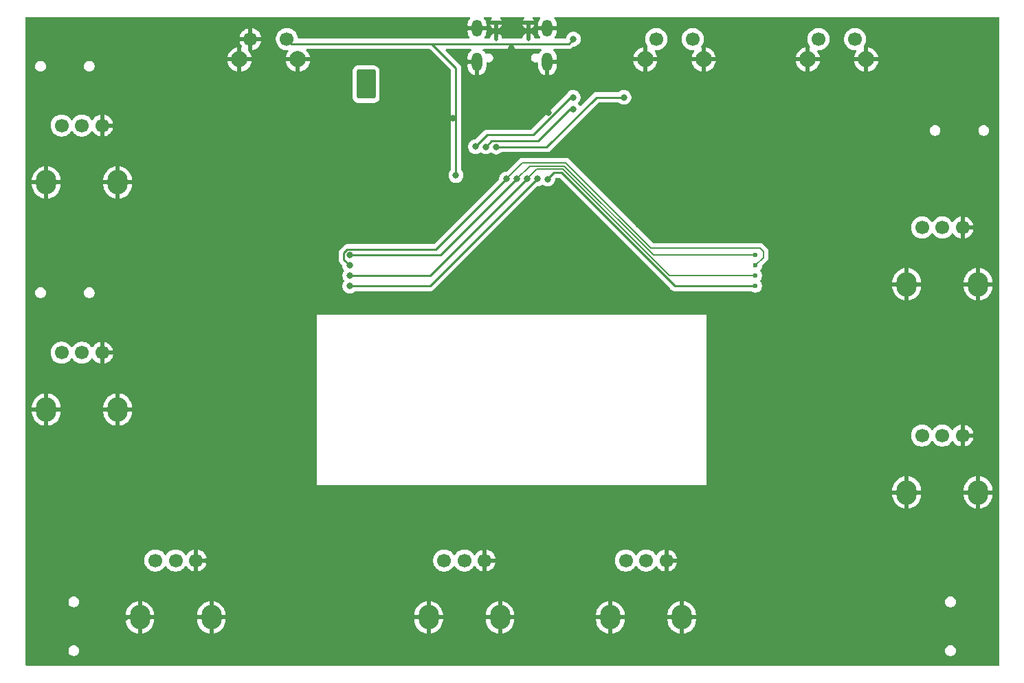
<source format=gbr>
%TF.GenerationSoftware,KiCad,Pcbnew,9.0.3*%
%TF.CreationDate,2025-08-06T15:24:12+02:00*%
%TF.ProjectId,Spikeling_v3.0,5370696b-656c-4696-9e67-5f76332e302e,rev?*%
%TF.SameCoordinates,Original*%
%TF.FileFunction,Copper,L2,Bot*%
%TF.FilePolarity,Positive*%
%FSLAX46Y46*%
G04 Gerber Fmt 4.6, Leading zero omitted, Abs format (unit mm)*
G04 Created by KiCad (PCBNEW 9.0.3) date 2025-08-06 15:24:12*
%MOMM*%
%LPD*%
G01*
G04 APERTURE LIST*
G04 Aperture macros list*
%AMRoundRect*
0 Rectangle with rounded corners*
0 $1 Rounding radius*
0 $2 $3 $4 $5 $6 $7 $8 $9 X,Y pos of 4 corners*
0 Add a 4 corners polygon primitive as box body*
4,1,4,$2,$3,$4,$5,$6,$7,$8,$9,$2,$3,0*
0 Add four circle primitives for the rounded corners*
1,1,$1+$1,$2,$3*
1,1,$1+$1,$4,$5*
1,1,$1+$1,$6,$7*
1,1,$1+$1,$8,$9*
0 Add four rect primitives between the rounded corners*
20,1,$1+$1,$2,$3,$4,$5,0*
20,1,$1+$1,$4,$5,$6,$7,0*
20,1,$1+$1,$6,$7,$8,$9,0*
20,1,$1+$1,$8,$9,$2,$3,0*%
G04 Aperture macros list end*
%TA.AperFunction,ComponentPad*%
%ADD10C,1.700000*%
%TD*%
%TA.AperFunction,ComponentPad*%
%ADD11O,2.500000X3.000000*%
%TD*%
%TA.AperFunction,HeatsinkPad*%
%ADD12C,0.600000*%
%TD*%
%TA.AperFunction,ComponentPad*%
%ADD13C,0.500000*%
%TD*%
%TA.AperFunction,SMDPad,CuDef*%
%ADD14RoundRect,0.250000X-0.920000X-1.550000X0.920000X-1.550000X0.920000X1.550000X-0.920000X1.550000X0*%
%TD*%
%TA.AperFunction,ComponentPad*%
%ADD15O,1.300000X2.300000*%
%TD*%
%TA.AperFunction,ComponentPad*%
%ADD16O,1.300000X2.100000*%
%TD*%
%TA.AperFunction,ComponentPad*%
%ADD17C,2.000000*%
%TD*%
%TA.AperFunction,ViaPad*%
%ADD18C,0.800000*%
%TD*%
%TA.AperFunction,ViaPad*%
%ADD19C,0.600000*%
%TD*%
%TA.AperFunction,Conductor*%
%ADD20C,0.250000*%
%TD*%
%TA.AperFunction,Conductor*%
%ADD21C,0.200000*%
%TD*%
G04 APERTURE END LIST*
D10*
%TO.P,VR2,1,1*%
%TO.N,GNDREF*%
X156620000Y-117000000D03*
%TO.P,VR2,2,2*%
%TO.N,PhotoGain*%
X154120000Y-117000000D03*
%TO.P,VR2,3,3*%
%TO.N,+3.3V*%
X151620000Y-117000000D03*
D11*
%TO.P,VR2,4,4*%
%TO.N,GNDREF*%
X149720000Y-124000000D03*
%TO.P,VR2,5,5*%
X158520000Y-124000000D03*
%TD*%
D12*
%TO.P,U1,41,GND*%
%TO.N,GNDREF*%
X162825000Y-78240000D03*
X162825000Y-76840000D03*
X162125000Y-78940000D03*
X162125000Y-77540000D03*
X162125000Y-76140000D03*
X161425000Y-78240000D03*
X161425000Y-76840000D03*
X160725000Y-78940000D03*
X160725000Y-77540000D03*
X160725000Y-76140000D03*
X160025000Y-78240000D03*
X160025000Y-76840000D03*
%TD*%
D13*
%TO.P,U2,4,VOUT*%
%TO.N,Net-(C1-Pad1)*%
X142000000Y-57300000D03*
X142000000Y-58300000D03*
D14*
X142000000Y-58300000D03*
D13*
X142000000Y-59300000D03*
%TD*%
D10*
%TO.P,VR1,1,1*%
%TO.N,GNDREF*%
X121050000Y-117000000D03*
%TO.P,VR1,2,2*%
%TO.N,VoltageMembrane*%
X118550000Y-117000000D03*
%TO.P,VR1,3,3*%
%TO.N,+3.3V*%
X116050000Y-117000000D03*
D11*
%TO.P,VR1,4,4*%
%TO.N,GNDREF*%
X114150000Y-124000000D03*
%TO.P,VR1,5,5*%
X122950000Y-124000000D03*
%TD*%
D10*
%TO.P,VR5,1,1*%
%TO.N,GNDREF*%
X215500000Y-101600000D03*
%TO.P,VR5,2,2*%
%TO.N,StimulusFrequency*%
X213000000Y-101600000D03*
%TO.P,VR5,3,3*%
%TO.N,+3.3V*%
X210500000Y-101600000D03*
D11*
%TO.P,VR5,4,4*%
%TO.N,GNDREF*%
X208600000Y-108600000D03*
%TO.P,VR5,5,5*%
X217400000Y-108600000D03*
%TD*%
D15*
%TO.P,J1,S1,SHIELD*%
%TO.N,GNDREF*%
X164330000Y-55570000D03*
D16*
X164330000Y-51370000D03*
D13*
X162000000Y-52750000D03*
X162000000Y-50750000D03*
X158000000Y-52750000D03*
X158000000Y-50750000D03*
D15*
X155670000Y-55570000D03*
D16*
X155670000Y-51370000D03*
%TD*%
D10*
%TO.P,SW3,1,1*%
%TO.N,BuzzerButton*%
X182250000Y-52750000D03*
%TO.P,SW3,2,2*%
%TO.N,+3.3V*%
X177750000Y-52750000D03*
D17*
%TO.P,SW3,3,3*%
%TO.N,GNDREF*%
X176400000Y-55250000D03*
%TO.P,SW3,4,4*%
X183600000Y-55250000D03*
%TD*%
D10*
%TO.P,SW2,1,1*%
%TO.N,En*%
X132250000Y-52750000D03*
%TO.P,SW2,2,2*%
%TO.N,GNDREF*%
X127750000Y-52750000D03*
D17*
%TO.P,SW2,3,3*%
X126400000Y-55250000D03*
%TO.P,SW2,4,4*%
X133600000Y-55250000D03*
%TD*%
D10*
%TO.P,VR6,1,1*%
%TO.N,GNDREF*%
X109500000Y-63400000D03*
%TO.P,VR6,2,2*%
%TO.N,SynapseGain1*%
X107000000Y-63400000D03*
%TO.P,VR6,3,3*%
%TO.N,+3.3V*%
X104500000Y-63400000D03*
D11*
%TO.P,VR6,4,4*%
%TO.N,GNDREF*%
X102600000Y-70400000D03*
%TO.P,VR6,5,5*%
X111400000Y-70400000D03*
%TD*%
D10*
%TO.P,VR3,1,1*%
%TO.N,GNDREF*%
X179000000Y-117000000D03*
%TO.P,VR3,2,2*%
%TO.N,Noise*%
X176500000Y-117000000D03*
%TO.P,VR3,3,3*%
%TO.N,+3.3V*%
X174000000Y-117000000D03*
D11*
%TO.P,VR3,4,4*%
%TO.N,GNDREF*%
X172100000Y-124000000D03*
%TO.P,VR3,5,5*%
X180900000Y-124000000D03*
%TD*%
D10*
%TO.P,SW4,1,1*%
%TO.N,LEDButton*%
X202250000Y-52750000D03*
%TO.P,SW4,2,2*%
%TO.N,+3.3V*%
X197750000Y-52750000D03*
D17*
%TO.P,SW4,3,3*%
%TO.N,GNDREF*%
X196400000Y-55250000D03*
%TO.P,SW4,4,4*%
X203600000Y-55250000D03*
%TD*%
D10*
%TO.P,VR7,1,1*%
%TO.N,GNDREF*%
X109500000Y-91400000D03*
%TO.P,VR7,2,2*%
%TO.N,SynapseGain2*%
X107000000Y-91400000D03*
%TO.P,VR7,3,3*%
%TO.N,+3.3V*%
X104500000Y-91400000D03*
D11*
%TO.P,VR7,4,4*%
%TO.N,GNDREF*%
X102600000Y-98400000D03*
%TO.P,VR7,5,5*%
X111400000Y-98400000D03*
%TD*%
D10*
%TO.P,VR4,1,1*%
%TO.N,GNDREF*%
X215500000Y-75972000D03*
%TO.P,VR4,2,2*%
%TO.N,StimulusStrength*%
X213000000Y-75972000D03*
%TO.P,VR4,3,3*%
%TO.N,+3.3V*%
X210500000Y-75972000D03*
D11*
%TO.P,VR4,4,4*%
%TO.N,GNDREF*%
X208600000Y-82972000D03*
%TO.P,VR4,5,5*%
X217400000Y-82972000D03*
%TD*%
D18*
%TO.N,GNDREF*%
X101525000Y-72525000D03*
X137725000Y-85600000D03*
X135000000Y-78722000D03*
X113475000Y-98400000D03*
X112275000Y-124050000D03*
X147600000Y-124000000D03*
X160625000Y-124025000D03*
X169975000Y-123950000D03*
X182975000Y-124000000D03*
X206500000Y-108625000D03*
X206475000Y-82925000D03*
X212500000Y-70850000D03*
X209550000Y-52750000D03*
X205400000Y-55250000D03*
X194600000Y-55250000D03*
X185425000Y-55250000D03*
X174625000Y-55225000D03*
X159875000Y-53850000D03*
X124525000Y-55250000D03*
X135475000Y-55225000D03*
X149550000Y-64900000D03*
X145850000Y-69075000D03*
X137400000Y-66550000D03*
X135000000Y-63950000D03*
X217275000Y-101600000D03*
X164500000Y-61800000D03*
X163155000Y-59820000D03*
X159000000Y-60925000D03*
X152725000Y-62525000D03*
X154305000Y-51370000D03*
X165825000Y-51375000D03*
X148940000Y-85260000D03*
X170860000Y-85260000D03*
X111350000Y-91400000D03*
X102000000Y-90450000D03*
X111125000Y-63400000D03*
X216025000Y-60000000D03*
X218000000Y-126025000D03*
X112525000Y-128000000D03*
X138300000Y-125475000D03*
X122450000Y-117000000D03*
X158475000Y-117000000D03*
X180725000Y-117000000D03*
X215500000Y-99500000D03*
X215500000Y-74375000D03*
X139644500Y-76819500D03*
X191750000Y-75550000D03*
X157500000Y-63100000D03*
X154345000Y-55570000D03*
X165800000Y-55575000D03*
X190000000Y-52750000D03*
X125850000Y-52750000D03*
X102000000Y-62675000D03*
X113250000Y-75450000D03*
%TO.N,En*%
X153075000Y-69550000D03*
X167550000Y-52750000D03*
%TO.N,GNDREF*%
X133450000Y-124350000D03*
X171525000Y-81700000D03*
%TO.N,CS1*%
X163100000Y-69975000D03*
X140000000Y-83175000D03*
%TO.N,Spike_BLED*%
X167525000Y-59925000D03*
X155480000Y-66005000D03*
%TO.N,SCK*%
X160560000Y-69985000D03*
X140000000Y-79375000D03*
D19*
X189940000Y-79365000D03*
D18*
%TO.N,Spike_GLED*%
X158020000Y-66045000D03*
X173775000Y-59925000D03*
%TO.N,CS2*%
X164370000Y-69995000D03*
D19*
X189975000Y-83175000D03*
D18*
%TO.N,Spike_RLED*%
X167525000Y-61425000D03*
X156750000Y-66025000D03*
%TO.N,MOSI*%
X161830000Y-69980000D03*
D19*
X189980000Y-81905000D03*
D18*
X139995000Y-81905000D03*
D19*
%TO.N,MISO*%
X189985000Y-80635000D03*
D18*
X159290000Y-69990000D03*
X139985000Y-80635000D03*
%TD*%
D20*
%TO.N,En*%
X153075000Y-56301000D02*
X150100000Y-53326000D01*
X150100000Y-53326000D02*
X132826000Y-53326000D01*
X132826000Y-53326000D02*
X132250000Y-52750000D01*
X153075000Y-69550000D02*
X153075000Y-56301000D01*
X166974000Y-53326000D02*
X150100000Y-53326000D01*
X167550000Y-52750000D02*
X166974000Y-53326000D01*
%TO.N,CS1*%
X149900000Y-83175000D02*
X163100000Y-69975000D01*
X140000000Y-83175000D02*
X149900000Y-83175000D01*
%TO.N,Spike_BLED*%
X162575000Y-64550000D02*
X167200000Y-59925000D01*
X167200000Y-59925000D02*
X167525000Y-59925000D01*
X155480000Y-66005000D02*
X156935000Y-64550000D01*
X156935000Y-64550000D02*
X162575000Y-64550000D01*
D21*
%TO.N,SCK*%
X189940000Y-79365000D02*
X177415000Y-79365000D01*
D20*
X151170000Y-79375000D02*
X160560000Y-69985000D01*
D21*
X177415000Y-79365000D02*
X166450000Y-68400000D01*
D20*
X140000000Y-79375000D02*
X151170000Y-79375000D01*
D21*
X166450000Y-68400000D02*
X162145000Y-68400000D01*
X162145000Y-68400000D02*
X160560000Y-69985000D01*
D20*
%TO.N,Spike_GLED*%
X170375000Y-59925000D02*
X173775000Y-59925000D01*
X164255000Y-66045000D02*
X170375000Y-59925000D01*
X158020000Y-66045000D02*
X164255000Y-66045000D01*
%TO.N,CS2*%
X166107446Y-69227000D02*
X180055445Y-83175000D01*
X165123000Y-69227000D02*
X166107446Y-69227000D01*
X180055445Y-83175000D02*
X189975000Y-83175000D01*
X164370000Y-69995000D02*
X164370000Y-69980000D01*
X164370000Y-69980000D02*
X165123000Y-69227000D01*
%TO.N,Spike_RLED*%
X163231000Y-65319000D02*
X157456000Y-65319000D01*
X157456000Y-65319000D02*
X156750000Y-66025000D01*
X167125000Y-61425000D02*
X163231000Y-65319000D01*
X167525000Y-61425000D02*
X167125000Y-61425000D01*
D21*
%TO.N,MOSI*%
X179387900Y-81905000D02*
X166283900Y-68801000D01*
X189980000Y-81905000D02*
X179387900Y-81905000D01*
D20*
X149905000Y-81905000D02*
X161830000Y-69980000D01*
D21*
X166283900Y-68801000D02*
X163009000Y-68801000D01*
X163009000Y-68801000D02*
X161830000Y-69980000D01*
D20*
X139995000Y-81905000D02*
X149905000Y-81905000D01*
%TO.N,MISO*%
X139274000Y-79924000D02*
X139274000Y-79074280D01*
D21*
X190975000Y-78925000D02*
X190550000Y-78500000D01*
D20*
X144524000Y-78649000D02*
X150625000Y-78649000D01*
X139274000Y-79074280D02*
X139699280Y-78649000D01*
X139274000Y-79074280D02*
X139274000Y-79275000D01*
D21*
X190550000Y-78500000D02*
X177117100Y-78500000D01*
D20*
X159290000Y-69990000D02*
X159284000Y-69990000D01*
D21*
X166616100Y-67999000D02*
X161281000Y-67999000D01*
X189985000Y-80635000D02*
X190975000Y-79645000D01*
X161281000Y-67999000D02*
X159290000Y-69990000D01*
D20*
X139699280Y-78649000D02*
X145399000Y-78649000D01*
X159284000Y-69990000D02*
X150625000Y-78649000D01*
D21*
X177117100Y-78500000D02*
X166616100Y-67999000D01*
D20*
X139985000Y-80635000D02*
X139274000Y-79924000D01*
D21*
X190975000Y-79645000D02*
X190975000Y-78925000D01*
%TD*%
%TA.AperFunction,Conductor*%
%TO.N,GNDREF*%
G36*
X154756716Y-50030502D02*
G01*
X154803209Y-50084158D01*
X154813313Y-50154432D01*
X154787992Y-50210412D01*
X154789637Y-50211608D01*
X154679591Y-50363072D01*
X154596840Y-50525480D01*
X154596837Y-50525486D01*
X154540515Y-50698828D01*
X154512000Y-50878866D01*
X154512000Y-51116000D01*
X155420000Y-51116000D01*
X155420000Y-51624000D01*
X154512000Y-51624000D01*
X154512000Y-51861133D01*
X154540515Y-52041171D01*
X154596837Y-52214513D01*
X154596840Y-52214519D01*
X154679591Y-52376927D01*
X154763516Y-52492439D01*
X154787374Y-52559306D01*
X154771294Y-52628458D01*
X154720380Y-52677938D01*
X154661580Y-52692500D01*
X133723941Y-52692500D01*
X133655820Y-52672498D01*
X133609327Y-52618842D01*
X133599492Y-52586211D01*
X133596370Y-52566500D01*
X133575049Y-52431884D01*
X133508972Y-52228517D01*
X133411894Y-52037991D01*
X133286206Y-51864996D01*
X133286203Y-51864993D01*
X133286201Y-51864990D01*
X133135009Y-51713798D01*
X133135006Y-51713796D01*
X133135004Y-51713794D01*
X132962009Y-51588106D01*
X132771483Y-51491028D01*
X132771480Y-51491027D01*
X132771478Y-51491026D01*
X132568120Y-51424952D01*
X132568123Y-51424952D01*
X132507195Y-51415302D01*
X132356916Y-51391500D01*
X132143084Y-51391500D01*
X131931884Y-51424951D01*
X131931878Y-51424952D01*
X131728521Y-51491026D01*
X131728515Y-51491029D01*
X131537987Y-51588108D01*
X131364993Y-51713796D01*
X131364990Y-51713798D01*
X131213798Y-51864990D01*
X131213796Y-51864993D01*
X131088108Y-52037987D01*
X130991029Y-52228515D01*
X130991026Y-52228521D01*
X130924952Y-52431878D01*
X130924951Y-52431883D01*
X130924951Y-52431884D01*
X130891500Y-52643084D01*
X130891500Y-52856916D01*
X130916539Y-53015003D01*
X130924952Y-53068121D01*
X130988115Y-53262518D01*
X130991028Y-53271483D01*
X131088106Y-53462009D01*
X131213794Y-53635004D01*
X131213796Y-53635006D01*
X131213798Y-53635009D01*
X131364990Y-53786201D01*
X131364993Y-53786203D01*
X131364996Y-53786206D01*
X131537991Y-53911894D01*
X131728517Y-54008972D01*
X131931878Y-54075047D01*
X131931879Y-54075047D01*
X131931884Y-54075049D01*
X132143084Y-54108500D01*
X132143087Y-54108500D01*
X132318069Y-54108500D01*
X132386190Y-54128502D01*
X132432683Y-54182158D01*
X132442787Y-54252432D01*
X132420005Y-54308561D01*
X132310245Y-54459632D01*
X132202480Y-54671132D01*
X132129133Y-54896871D01*
X132113432Y-54996000D01*
X132947536Y-54996000D01*
X132926901Y-55045818D01*
X132900000Y-55181056D01*
X132900000Y-55318944D01*
X132926901Y-55454182D01*
X132947536Y-55504000D01*
X132113432Y-55504000D01*
X132129133Y-55603128D01*
X132202480Y-55828867D01*
X132310245Y-56040367D01*
X132449764Y-56232398D01*
X132449766Y-56232401D01*
X132617598Y-56400233D01*
X132617601Y-56400235D01*
X132809632Y-56539754D01*
X133021132Y-56647519D01*
X133246871Y-56720866D01*
X133346000Y-56736566D01*
X133346000Y-55902463D01*
X133395818Y-55923099D01*
X133531056Y-55950000D01*
X133668944Y-55950000D01*
X133804182Y-55923099D01*
X133854000Y-55902463D01*
X133854000Y-56736566D01*
X133953128Y-56720866D01*
X134019052Y-56699446D01*
X140321500Y-56699446D01*
X140321500Y-59900544D01*
X140332112Y-60004425D01*
X140387885Y-60172738D01*
X140480970Y-60323652D01*
X140480975Y-60323658D01*
X140606341Y-60449024D01*
X140606347Y-60449029D01*
X140606348Y-60449030D01*
X140757262Y-60542115D01*
X140925574Y-60597887D01*
X141029455Y-60608500D01*
X142970544Y-60608499D01*
X143074426Y-60597887D01*
X143242738Y-60542115D01*
X143393652Y-60449030D01*
X143519030Y-60323652D01*
X143612115Y-60172738D01*
X143667887Y-60004426D01*
X143678500Y-59900545D01*
X143678499Y-56699456D01*
X143667887Y-56595574D01*
X143612115Y-56427262D01*
X143519030Y-56276348D01*
X143519029Y-56276347D01*
X143519024Y-56276341D01*
X143393658Y-56150975D01*
X143393652Y-56150970D01*
X143337305Y-56116215D01*
X143242738Y-56057885D01*
X143158582Y-56029999D01*
X143074427Y-56002113D01*
X143074420Y-56002112D01*
X142970553Y-55991500D01*
X141029455Y-55991500D01*
X140925574Y-56002112D01*
X140757261Y-56057885D01*
X140606347Y-56150970D01*
X140606341Y-56150975D01*
X140480975Y-56276341D01*
X140480970Y-56276347D01*
X140387885Y-56427262D01*
X140332113Y-56595572D01*
X140332112Y-56595579D01*
X140321500Y-56699446D01*
X134019052Y-56699446D01*
X134178867Y-56647519D01*
X134303570Y-56583980D01*
X134390367Y-56539754D01*
X134582398Y-56400235D01*
X134582401Y-56400233D01*
X134750233Y-56232401D01*
X134750235Y-56232398D01*
X134889754Y-56040367D01*
X134997519Y-55828867D01*
X135070866Y-55603128D01*
X135086568Y-55504000D01*
X134252464Y-55504000D01*
X134273099Y-55454182D01*
X134300000Y-55318944D01*
X134300000Y-55181056D01*
X134273099Y-55045818D01*
X134252464Y-54996000D01*
X135086567Y-54996000D01*
X135070866Y-54896871D01*
X134997519Y-54671132D01*
X134889754Y-54459632D01*
X134750235Y-54267601D01*
X134750233Y-54267598D01*
X134657230Y-54174595D01*
X134623204Y-54112283D01*
X134628269Y-54041468D01*
X134670816Y-53984632D01*
X134737336Y-53959821D01*
X134746325Y-53959500D01*
X149785406Y-53959500D01*
X149853527Y-53979502D01*
X149874501Y-53996405D01*
X152404595Y-56526499D01*
X152438621Y-56588811D01*
X152441500Y-56615594D01*
X152441500Y-68846497D01*
X152421498Y-68914618D01*
X152404595Y-68935592D01*
X152369324Y-68970862D01*
X152369319Y-68970869D01*
X152269899Y-69119662D01*
X152201414Y-69284996D01*
X152166500Y-69460518D01*
X152166500Y-69639481D01*
X152183510Y-69724996D01*
X152201413Y-69815000D01*
X152269898Y-69980336D01*
X152369322Y-70129135D01*
X152495865Y-70255678D01*
X152644664Y-70355102D01*
X152810000Y-70423587D01*
X152985521Y-70458500D01*
X152985522Y-70458500D01*
X153164478Y-70458500D01*
X153164479Y-70458500D01*
X153340000Y-70423587D01*
X153505336Y-70355102D01*
X153654135Y-70255678D01*
X153780678Y-70129135D01*
X153880102Y-69980336D01*
X153948587Y-69815000D01*
X153983500Y-69639479D01*
X153983500Y-69460521D01*
X153948587Y-69285000D01*
X153880102Y-69119664D01*
X153780678Y-68970865D01*
X153745405Y-68935592D01*
X153711379Y-68873280D01*
X153708500Y-68846497D01*
X153708500Y-65915518D01*
X154571500Y-65915518D01*
X154571500Y-65915521D01*
X154571500Y-66094479D01*
X154606413Y-66270000D01*
X154674898Y-66435336D01*
X154774322Y-66584135D01*
X154900865Y-66710678D01*
X155049664Y-66810102D01*
X155215000Y-66878587D01*
X155390521Y-66913500D01*
X155390522Y-66913500D01*
X155569478Y-66913500D01*
X155569479Y-66913500D01*
X155745000Y-66878587D01*
X155910336Y-66810102D01*
X156030032Y-66730123D01*
X156097784Y-66708909D01*
X156166251Y-66727692D01*
X156170034Y-66730124D01*
X156319659Y-66830099D01*
X156319660Y-66830100D01*
X156319662Y-66830101D01*
X156319664Y-66830102D01*
X156485000Y-66898587D01*
X156660521Y-66933500D01*
X156660522Y-66933500D01*
X156839478Y-66933500D01*
X156839479Y-66933500D01*
X157015000Y-66898587D01*
X157180336Y-66830102D01*
X157300032Y-66750123D01*
X157367784Y-66728909D01*
X157436251Y-66747692D01*
X157440034Y-66750124D01*
X157589659Y-66850099D01*
X157589660Y-66850100D01*
X157589662Y-66850101D01*
X157589664Y-66850102D01*
X157755000Y-66918587D01*
X157930521Y-66953500D01*
X157930522Y-66953500D01*
X158109478Y-66953500D01*
X158109479Y-66953500D01*
X158285000Y-66918587D01*
X158450336Y-66850102D01*
X158599135Y-66750678D01*
X158634408Y-66715405D01*
X158696720Y-66681379D01*
X158723503Y-66678500D01*
X164317393Y-66678500D01*
X164317394Y-66678500D01*
X164439785Y-66654155D01*
X164555075Y-66606400D01*
X164658833Y-66537071D01*
X167259616Y-63936288D01*
X211437630Y-63936288D01*
X211437630Y-64063711D01*
X211437927Y-64066730D01*
X211437929Y-64066742D01*
X211446934Y-64112012D01*
X211462787Y-64191709D01*
X211463669Y-64194617D01*
X211512431Y-64312340D01*
X211513863Y-64315019D01*
X211584655Y-64420967D01*
X211586121Y-64422754D01*
X211586577Y-64423309D01*
X211586600Y-64423334D01*
X211676665Y-64513399D01*
X211676677Y-64513410D01*
X211676684Y-64513417D01*
X211679033Y-64515345D01*
X211784981Y-64586137D01*
X211787660Y-64587569D01*
X211905383Y-64636331D01*
X211908291Y-64637213D01*
X212033265Y-64662072D01*
X212036289Y-64662370D01*
X212036292Y-64662370D01*
X212163708Y-64662370D01*
X212163711Y-64662370D01*
X212166735Y-64662072D01*
X212291709Y-64637213D01*
X212294617Y-64636331D01*
X212412340Y-64587569D01*
X212415019Y-64586137D01*
X212520967Y-64515345D01*
X212523316Y-64513417D01*
X212613417Y-64423316D01*
X212615345Y-64420967D01*
X212686137Y-64315019D01*
X212687569Y-64312340D01*
X212736331Y-64194617D01*
X212737213Y-64191709D01*
X212762072Y-64066735D01*
X212762370Y-64063711D01*
X212762370Y-63936289D01*
X212762370Y-63936288D01*
X217437630Y-63936288D01*
X217437630Y-64063711D01*
X217437927Y-64066730D01*
X217437929Y-64066742D01*
X217446934Y-64112012D01*
X217462787Y-64191709D01*
X217463669Y-64194617D01*
X217512431Y-64312340D01*
X217513863Y-64315019D01*
X217584655Y-64420967D01*
X217586121Y-64422754D01*
X217586577Y-64423309D01*
X217586600Y-64423334D01*
X217676665Y-64513399D01*
X217676677Y-64513410D01*
X217676684Y-64513417D01*
X217679033Y-64515345D01*
X217784981Y-64586137D01*
X217787660Y-64587569D01*
X217905383Y-64636331D01*
X217908291Y-64637213D01*
X218033265Y-64662072D01*
X218036289Y-64662370D01*
X218036292Y-64662370D01*
X218163708Y-64662370D01*
X218163711Y-64662370D01*
X218166735Y-64662072D01*
X218291709Y-64637213D01*
X218294617Y-64636331D01*
X218412340Y-64587569D01*
X218415019Y-64586137D01*
X218520967Y-64515345D01*
X218523316Y-64513417D01*
X218613417Y-64423316D01*
X218615345Y-64420967D01*
X218686137Y-64315019D01*
X218687569Y-64312340D01*
X218736331Y-64194617D01*
X218737213Y-64191709D01*
X218762072Y-64066735D01*
X218762370Y-64063711D01*
X218762370Y-63936289D01*
X218762072Y-63933265D01*
X218737213Y-63808291D01*
X218736331Y-63805383D01*
X218687569Y-63687660D01*
X218686137Y-63684981D01*
X218615345Y-63579033D01*
X218613417Y-63576684D01*
X218613410Y-63576677D01*
X218613399Y-63576665D01*
X218523334Y-63486600D01*
X218523309Y-63486577D01*
X218522754Y-63486121D01*
X218520967Y-63484655D01*
X218415019Y-63413863D01*
X218412340Y-63412431D01*
X218294617Y-63363669D01*
X218291709Y-63362787D01*
X218291706Y-63362786D01*
X218291703Y-63362785D01*
X218166742Y-63337929D01*
X218166730Y-63337927D01*
X218163711Y-63337630D01*
X218036289Y-63337630D01*
X218036288Y-63337630D01*
X218033269Y-63337927D01*
X218033257Y-63337929D01*
X217908296Y-63362785D01*
X217908293Y-63362786D01*
X217905385Y-63363668D01*
X217787659Y-63412431D01*
X217784986Y-63413860D01*
X217784983Y-63413861D01*
X217784981Y-63413863D01*
X217679033Y-63484655D01*
X217676690Y-63486577D01*
X217676665Y-63486600D01*
X217586600Y-63576665D01*
X217586577Y-63576690D01*
X217584655Y-63579033D01*
X217513862Y-63684983D01*
X217513860Y-63684986D01*
X217512431Y-63687659D01*
X217463668Y-63805385D01*
X217462786Y-63808293D01*
X217462785Y-63808296D01*
X217437929Y-63933257D01*
X217437927Y-63933269D01*
X217437630Y-63936288D01*
X212762370Y-63936288D01*
X212762072Y-63933265D01*
X212737213Y-63808291D01*
X212736331Y-63805383D01*
X212687569Y-63687660D01*
X212686137Y-63684981D01*
X212615345Y-63579033D01*
X212613417Y-63576684D01*
X212613410Y-63576677D01*
X212613399Y-63576665D01*
X212523334Y-63486600D01*
X212523309Y-63486577D01*
X212522754Y-63486121D01*
X212520967Y-63484655D01*
X212415019Y-63413863D01*
X212412340Y-63412431D01*
X212294617Y-63363669D01*
X212291709Y-63362787D01*
X212291706Y-63362786D01*
X212291703Y-63362785D01*
X212166742Y-63337929D01*
X212166730Y-63337927D01*
X212163711Y-63337630D01*
X212036289Y-63337630D01*
X212036288Y-63337630D01*
X212033269Y-63337927D01*
X212033257Y-63337929D01*
X211908296Y-63362785D01*
X211908293Y-63362786D01*
X211905385Y-63363668D01*
X211787659Y-63412431D01*
X211784986Y-63413860D01*
X211784983Y-63413861D01*
X211784981Y-63413863D01*
X211679033Y-63484655D01*
X211676690Y-63486577D01*
X211676665Y-63486600D01*
X211586600Y-63576665D01*
X211586577Y-63576690D01*
X211584655Y-63579033D01*
X211513862Y-63684983D01*
X211513860Y-63684986D01*
X211512431Y-63687659D01*
X211463668Y-63805385D01*
X211462786Y-63808293D01*
X211462785Y-63808296D01*
X211437929Y-63933257D01*
X211437927Y-63933269D01*
X211437630Y-63936288D01*
X167259616Y-63936288D01*
X170600499Y-60595405D01*
X170662811Y-60561379D01*
X170689594Y-60558500D01*
X173071497Y-60558500D01*
X173139618Y-60578502D01*
X173160592Y-60595405D01*
X173195865Y-60630678D01*
X173344664Y-60730102D01*
X173510000Y-60798587D01*
X173685521Y-60833500D01*
X173685522Y-60833500D01*
X173864478Y-60833500D01*
X173864479Y-60833500D01*
X174040000Y-60798587D01*
X174205336Y-60730102D01*
X174354135Y-60630678D01*
X174480678Y-60504135D01*
X174580102Y-60355336D01*
X174648587Y-60190000D01*
X174683500Y-60014479D01*
X174683500Y-59835521D01*
X174648587Y-59660000D01*
X174580102Y-59494664D01*
X174480678Y-59345865D01*
X174354135Y-59219322D01*
X174205336Y-59119898D01*
X174088429Y-59071473D01*
X174040003Y-59051414D01*
X174040001Y-59051413D01*
X174040000Y-59051413D01*
X173951645Y-59033838D01*
X173864481Y-59016500D01*
X173864479Y-59016500D01*
X173685521Y-59016500D01*
X173685518Y-59016500D01*
X173554771Y-59042507D01*
X173510000Y-59051413D01*
X173509999Y-59051413D01*
X173509996Y-59051414D01*
X173344662Y-59119899D01*
X173195869Y-59219319D01*
X173195862Y-59219324D01*
X173160592Y-59254595D01*
X173098280Y-59288621D01*
X173071497Y-59291500D01*
X170312603Y-59291500D01*
X170239568Y-59306028D01*
X170190215Y-59315845D01*
X170190213Y-59315845D01*
X170190212Y-59315846D01*
X170074923Y-59363601D01*
X169971171Y-59432926D01*
X169971169Y-59432927D01*
X168470439Y-60933656D01*
X168457759Y-60940579D01*
X168448167Y-60951381D01*
X168427221Y-60957254D01*
X168408127Y-60967681D01*
X168393716Y-60966650D01*
X168379807Y-60970551D01*
X168359010Y-60964168D01*
X168337311Y-60962616D01*
X168324426Y-60953552D01*
X168311935Y-60949719D01*
X168294914Y-60932794D01*
X168285120Y-60925905D01*
X168280534Y-60920480D01*
X168230678Y-60845865D01*
X168145174Y-60760361D01*
X168141779Y-60756345D01*
X168129470Y-60728499D01*
X168114882Y-60701783D01*
X168115269Y-60696370D01*
X168113076Y-60691409D01*
X168117775Y-60661334D01*
X168119947Y-60630968D01*
X168123346Y-60625678D01*
X168124036Y-60621264D01*
X168131807Y-60612513D01*
X168148908Y-60585905D01*
X168176313Y-60558500D01*
X168230678Y-60504135D01*
X168330102Y-60355336D01*
X168398587Y-60190000D01*
X168433500Y-60014479D01*
X168433500Y-59835521D01*
X168398587Y-59660000D01*
X168330102Y-59494664D01*
X168230678Y-59345865D01*
X168104135Y-59219322D01*
X167955336Y-59119898D01*
X167838429Y-59071473D01*
X167790003Y-59051414D01*
X167790001Y-59051413D01*
X167790000Y-59051413D01*
X167701645Y-59033838D01*
X167614481Y-59016500D01*
X167614479Y-59016500D01*
X167435521Y-59016500D01*
X167435518Y-59016500D01*
X167304771Y-59042507D01*
X167260000Y-59051413D01*
X167259999Y-59051413D01*
X167259996Y-59051414D01*
X167094662Y-59119899D01*
X166945869Y-59219319D01*
X166945862Y-59219324D01*
X166819324Y-59345862D01*
X166819319Y-59345869D01*
X166719898Y-59494662D01*
X166719894Y-59494669D01*
X166719205Y-59496334D01*
X166718206Y-59497828D01*
X166716982Y-59500119D01*
X166716756Y-59499998D01*
X166691898Y-59537195D01*
X162349501Y-63879595D01*
X162287189Y-63913620D01*
X162260406Y-63916500D01*
X156872600Y-63916500D01*
X156750217Y-63940844D01*
X156750209Y-63940846D01*
X156716447Y-63954830D01*
X156716447Y-63954831D01*
X156634925Y-63988599D01*
X156531167Y-64057927D01*
X156304416Y-64284679D01*
X155529499Y-65059596D01*
X155467189Y-65093620D01*
X155440406Y-65096500D01*
X155390518Y-65096500D01*
X155259771Y-65122507D01*
X155215000Y-65131413D01*
X155214999Y-65131413D01*
X155214996Y-65131414D01*
X155049662Y-65199899D01*
X154900869Y-65299319D01*
X154900862Y-65299324D01*
X154774324Y-65425862D01*
X154774319Y-65425869D01*
X154674899Y-65574662D01*
X154606414Y-65739996D01*
X154571500Y-65915518D01*
X153708500Y-65915518D01*
X153708500Y-56238607D01*
X153708499Y-56238603D01*
X153693090Y-56161133D01*
X154512000Y-56161133D01*
X154540515Y-56341171D01*
X154596837Y-56514513D01*
X154596840Y-56514519D01*
X154679591Y-56676927D01*
X154786729Y-56824389D01*
X154786731Y-56824392D01*
X154915607Y-56953268D01*
X154915610Y-56953270D01*
X155063072Y-57060408D01*
X155225480Y-57143159D01*
X155225486Y-57143162D01*
X155398832Y-57199485D01*
X155416000Y-57202203D01*
X155416000Y-55824000D01*
X154512000Y-55824000D01*
X154512000Y-56161133D01*
X153693090Y-56161133D01*
X153684155Y-56116215D01*
X153636400Y-56000925D01*
X153567071Y-55897167D01*
X153478833Y-55808929D01*
X151844499Y-54174595D01*
X151810473Y-54112283D01*
X151815538Y-54041468D01*
X151858085Y-53984632D01*
X151924605Y-53959821D01*
X151933594Y-53959500D01*
X154840576Y-53959500D01*
X154908697Y-53979502D01*
X154955190Y-54033158D01*
X154965294Y-54103432D01*
X154935800Y-54168012D01*
X154919171Y-54183275D01*
X154919375Y-54183514D01*
X154915607Y-54186731D01*
X154786731Y-54315607D01*
X154786729Y-54315610D01*
X154679591Y-54463072D01*
X154596840Y-54625480D01*
X154596837Y-54625486D01*
X154540515Y-54798828D01*
X154512000Y-54978866D01*
X154512000Y-55316000D01*
X155420000Y-55316000D01*
X155420000Y-56169728D01*
X155458060Y-56261614D01*
X155528386Y-56331940D01*
X155620272Y-56370000D01*
X155719728Y-56370000D01*
X155811614Y-56331940D01*
X155881940Y-56261614D01*
X155920000Y-56169728D01*
X155920000Y-55677611D01*
X155924000Y-55696000D01*
X155924000Y-57202202D01*
X155941167Y-57199485D01*
X156114513Y-57143162D01*
X156114519Y-57143159D01*
X156276927Y-57060408D01*
X156424389Y-56953270D01*
X156424392Y-56953268D01*
X156553268Y-56824392D01*
X156553270Y-56824389D01*
X156660408Y-56676927D01*
X156743159Y-56514519D01*
X156743162Y-56514513D01*
X156799484Y-56341171D01*
X156828000Y-56161133D01*
X156828000Y-55708564D01*
X156848002Y-55640443D01*
X156901658Y-55593950D01*
X156971932Y-55583846D01*
X156986600Y-55586854D01*
X157037525Y-55600500D01*
X157037528Y-55600500D01*
X157182473Y-55600500D01*
X157182475Y-55600500D01*
X157322485Y-55562984D01*
X157448015Y-55490509D01*
X157550509Y-55388015D01*
X157622984Y-55262485D01*
X157660500Y-55122475D01*
X157660500Y-54977525D01*
X157622984Y-54837515D01*
X157550509Y-54711985D01*
X157550507Y-54711983D01*
X157550503Y-54711978D01*
X157448021Y-54609496D01*
X157448011Y-54609488D01*
X157322485Y-54537016D01*
X157182475Y-54499500D01*
X157037525Y-54499500D01*
X156967520Y-54518258D01*
X156897513Y-54537016D01*
X156858402Y-54559597D01*
X156789407Y-54576334D01*
X156722315Y-54553112D01*
X156683137Y-54507679D01*
X156660410Y-54463075D01*
X156553270Y-54315610D01*
X156553268Y-54315607D01*
X156424392Y-54186731D01*
X156420625Y-54183514D01*
X156421524Y-54182461D01*
X156382006Y-54131206D01*
X156375935Y-54060470D01*
X156409071Y-53997680D01*
X156470893Y-53962773D01*
X156499424Y-53959500D01*
X163500576Y-53959500D01*
X163568697Y-53979502D01*
X163615190Y-54033158D01*
X163625294Y-54103432D01*
X163595800Y-54168012D01*
X163579171Y-54183275D01*
X163579375Y-54183514D01*
X163575607Y-54186731D01*
X163446731Y-54315607D01*
X163446729Y-54315610D01*
X163339589Y-54463075D01*
X163316861Y-54507681D01*
X163268113Y-54559296D01*
X163199198Y-54576361D01*
X163141596Y-54559597D01*
X163141075Y-54559296D01*
X163102485Y-54537016D01*
X162962475Y-54499500D01*
X162817525Y-54499500D01*
X162724185Y-54524510D01*
X162677514Y-54537016D01*
X162551988Y-54609488D01*
X162551978Y-54609496D01*
X162449496Y-54711978D01*
X162449488Y-54711988D01*
X162377016Y-54837514D01*
X162361111Y-54896871D01*
X162341444Y-54970272D01*
X162339500Y-54977526D01*
X162339500Y-55122473D01*
X162339499Y-55122473D01*
X162377016Y-55262485D01*
X162449488Y-55388011D01*
X162449496Y-55388021D01*
X162551978Y-55490503D01*
X162551983Y-55490507D01*
X162551985Y-55490509D01*
X162677515Y-55562984D01*
X162817525Y-55600500D01*
X162817527Y-55600500D01*
X162962472Y-55600500D01*
X162962475Y-55600500D01*
X163013390Y-55586857D01*
X163084365Y-55588547D01*
X163143161Y-55628341D01*
X163171109Y-55693605D01*
X163172000Y-55708564D01*
X163172000Y-56161133D01*
X163200515Y-56341171D01*
X163256837Y-56514513D01*
X163256840Y-56514519D01*
X163339591Y-56676927D01*
X163446729Y-56824389D01*
X163446731Y-56824392D01*
X163575607Y-56953268D01*
X163575610Y-56953270D01*
X163723072Y-57060408D01*
X163885480Y-57143159D01*
X163885486Y-57143162D01*
X164058832Y-57199485D01*
X164076000Y-57202203D01*
X164076000Y-57202202D01*
X164584000Y-57202202D01*
X164601167Y-57199485D01*
X164774513Y-57143162D01*
X164774519Y-57143159D01*
X164936927Y-57060408D01*
X165084389Y-56953270D01*
X165084392Y-56953268D01*
X165213268Y-56824392D01*
X165213270Y-56824389D01*
X165320408Y-56676927D01*
X165403159Y-56514519D01*
X165403162Y-56514513D01*
X165459484Y-56341171D01*
X165488000Y-56161133D01*
X165488000Y-55824000D01*
X164584000Y-55824000D01*
X164584000Y-57202202D01*
X164076000Y-57202202D01*
X164076000Y-55696000D01*
X164080000Y-55682377D01*
X164080000Y-56169728D01*
X164118060Y-56261614D01*
X164188386Y-56331940D01*
X164280272Y-56370000D01*
X164379728Y-56370000D01*
X164471614Y-56331940D01*
X164541940Y-56261614D01*
X164580000Y-56169728D01*
X164580000Y-55316000D01*
X165488000Y-55316000D01*
X165488000Y-54996000D01*
X174913432Y-54996000D01*
X175747536Y-54996000D01*
X175726901Y-55045818D01*
X175700000Y-55181056D01*
X175700000Y-55318944D01*
X175726901Y-55454182D01*
X175747536Y-55504000D01*
X174913432Y-55504000D01*
X174929133Y-55603128D01*
X175002480Y-55828867D01*
X175110245Y-56040367D01*
X175249764Y-56232398D01*
X175249766Y-56232401D01*
X175417598Y-56400233D01*
X175417601Y-56400235D01*
X175609632Y-56539754D01*
X175821132Y-56647519D01*
X176046871Y-56720866D01*
X176146000Y-56736566D01*
X176146000Y-55902463D01*
X176195818Y-55923099D01*
X176331056Y-55950000D01*
X176468944Y-55950000D01*
X176604182Y-55923099D01*
X176654000Y-55902463D01*
X176654000Y-56736566D01*
X176753128Y-56720866D01*
X176978867Y-56647519D01*
X177190367Y-56539754D01*
X177382398Y-56400235D01*
X177382401Y-56400233D01*
X177550233Y-56232401D01*
X177550235Y-56232398D01*
X177689754Y-56040367D01*
X177797519Y-55828867D01*
X177870866Y-55603128D01*
X177886568Y-55504000D01*
X177052464Y-55504000D01*
X177073099Y-55454182D01*
X177100000Y-55318944D01*
X177100000Y-55181056D01*
X177073099Y-55045818D01*
X177052464Y-54996000D01*
X177886567Y-54996000D01*
X177870866Y-54896871D01*
X177797519Y-54671132D01*
X177689754Y-54459632D01*
X177579995Y-54308561D01*
X177556136Y-54241693D01*
X177572217Y-54172542D01*
X177623131Y-54123061D01*
X177681931Y-54108500D01*
X177856913Y-54108500D01*
X177856916Y-54108500D01*
X178068116Y-54075049D01*
X178271483Y-54008972D01*
X178462009Y-53911894D01*
X178635004Y-53786206D01*
X178786206Y-53635004D01*
X178911894Y-53462009D01*
X179008972Y-53271483D01*
X179075049Y-53068116D01*
X179108500Y-52856916D01*
X179108500Y-52643084D01*
X180891500Y-52643084D01*
X180891500Y-52856916D01*
X180916539Y-53015003D01*
X180924952Y-53068121D01*
X180988115Y-53262518D01*
X180991028Y-53271483D01*
X181088106Y-53462009D01*
X181213794Y-53635004D01*
X181213796Y-53635006D01*
X181213798Y-53635009D01*
X181364990Y-53786201D01*
X181364993Y-53786203D01*
X181364996Y-53786206D01*
X181537991Y-53911894D01*
X181728517Y-54008972D01*
X181931878Y-54075047D01*
X181931879Y-54075047D01*
X181931884Y-54075049D01*
X182143084Y-54108500D01*
X182143087Y-54108500D01*
X182318069Y-54108500D01*
X182386190Y-54128502D01*
X182432683Y-54182158D01*
X182442787Y-54252432D01*
X182420005Y-54308561D01*
X182310245Y-54459632D01*
X182202480Y-54671132D01*
X182129133Y-54896871D01*
X182113432Y-54996000D01*
X182947536Y-54996000D01*
X182926901Y-55045818D01*
X182900000Y-55181056D01*
X182900000Y-55318944D01*
X182926901Y-55454182D01*
X182947536Y-55504000D01*
X182113432Y-55504000D01*
X182129133Y-55603128D01*
X182202480Y-55828867D01*
X182310245Y-56040367D01*
X182449764Y-56232398D01*
X182449766Y-56232401D01*
X182617598Y-56400233D01*
X182617601Y-56400235D01*
X182809632Y-56539754D01*
X183021132Y-56647519D01*
X183246871Y-56720866D01*
X183346000Y-56736566D01*
X183346000Y-55902463D01*
X183395818Y-55923099D01*
X183531056Y-55950000D01*
X183668944Y-55950000D01*
X183804182Y-55923099D01*
X183854000Y-55902463D01*
X183854000Y-56736566D01*
X183953128Y-56720866D01*
X184178867Y-56647519D01*
X184390367Y-56539754D01*
X184582398Y-56400235D01*
X184582401Y-56400233D01*
X184750233Y-56232401D01*
X184750235Y-56232398D01*
X184889754Y-56040367D01*
X184997519Y-55828867D01*
X185070866Y-55603128D01*
X185086568Y-55504000D01*
X184252464Y-55504000D01*
X184273099Y-55454182D01*
X184300000Y-55318944D01*
X184300000Y-55181056D01*
X184273099Y-55045818D01*
X184252464Y-54996000D01*
X185086567Y-54996000D01*
X194913432Y-54996000D01*
X195747536Y-54996000D01*
X195726901Y-55045818D01*
X195700000Y-55181056D01*
X195700000Y-55318944D01*
X195726901Y-55454182D01*
X195747536Y-55504000D01*
X194913432Y-55504000D01*
X194929133Y-55603128D01*
X195002480Y-55828867D01*
X195110245Y-56040367D01*
X195249764Y-56232398D01*
X195249766Y-56232401D01*
X195417598Y-56400233D01*
X195417601Y-56400235D01*
X195609632Y-56539754D01*
X195821132Y-56647519D01*
X196046871Y-56720866D01*
X196146000Y-56736566D01*
X196146000Y-55902463D01*
X196195818Y-55923099D01*
X196331056Y-55950000D01*
X196468944Y-55950000D01*
X196604182Y-55923099D01*
X196654000Y-55902463D01*
X196654000Y-56736566D01*
X196753128Y-56720866D01*
X196978867Y-56647519D01*
X197190367Y-56539754D01*
X197382398Y-56400235D01*
X197382401Y-56400233D01*
X197550233Y-56232401D01*
X197550235Y-56232398D01*
X197689754Y-56040367D01*
X197797519Y-55828867D01*
X197870866Y-55603128D01*
X197886568Y-55504000D01*
X197052464Y-55504000D01*
X197073099Y-55454182D01*
X197100000Y-55318944D01*
X197100000Y-55181056D01*
X197073099Y-55045818D01*
X197052464Y-54996000D01*
X197886567Y-54996000D01*
X197870866Y-54896871D01*
X197797519Y-54671132D01*
X197689754Y-54459632D01*
X197579995Y-54308561D01*
X197556136Y-54241693D01*
X197572217Y-54172542D01*
X197623131Y-54123061D01*
X197681931Y-54108500D01*
X197856913Y-54108500D01*
X197856916Y-54108500D01*
X198068116Y-54075049D01*
X198271483Y-54008972D01*
X198462009Y-53911894D01*
X198635004Y-53786206D01*
X198786206Y-53635004D01*
X198911894Y-53462009D01*
X199008972Y-53271483D01*
X199075049Y-53068116D01*
X199108500Y-52856916D01*
X199108500Y-52643084D01*
X200891500Y-52643084D01*
X200891500Y-52856916D01*
X200916539Y-53015003D01*
X200924952Y-53068121D01*
X200988115Y-53262518D01*
X200991028Y-53271483D01*
X201088106Y-53462009D01*
X201213794Y-53635004D01*
X201213796Y-53635006D01*
X201213798Y-53635009D01*
X201364990Y-53786201D01*
X201364993Y-53786203D01*
X201364996Y-53786206D01*
X201537991Y-53911894D01*
X201728517Y-54008972D01*
X201931878Y-54075047D01*
X201931879Y-54075047D01*
X201931884Y-54075049D01*
X202143084Y-54108500D01*
X202143087Y-54108500D01*
X202318069Y-54108500D01*
X202386190Y-54128502D01*
X202432683Y-54182158D01*
X202442787Y-54252432D01*
X202420005Y-54308561D01*
X202310245Y-54459632D01*
X202202480Y-54671132D01*
X202129133Y-54896871D01*
X202113432Y-54996000D01*
X202947536Y-54996000D01*
X202926901Y-55045818D01*
X202900000Y-55181056D01*
X202900000Y-55318944D01*
X202926901Y-55454182D01*
X202947536Y-55504000D01*
X202113432Y-55504000D01*
X202129133Y-55603128D01*
X202202480Y-55828867D01*
X202310245Y-56040367D01*
X202449764Y-56232398D01*
X202449766Y-56232401D01*
X202617598Y-56400233D01*
X202617601Y-56400235D01*
X202809632Y-56539754D01*
X203021132Y-56647519D01*
X203246871Y-56720866D01*
X203346000Y-56736566D01*
X203346000Y-55902463D01*
X203395818Y-55923099D01*
X203531056Y-55950000D01*
X203668944Y-55950000D01*
X203804182Y-55923099D01*
X203854000Y-55902463D01*
X203854000Y-56736566D01*
X203953128Y-56720866D01*
X204178867Y-56647519D01*
X204390367Y-56539754D01*
X204582398Y-56400235D01*
X204582401Y-56400233D01*
X204750233Y-56232401D01*
X204750235Y-56232398D01*
X204889754Y-56040367D01*
X204997519Y-55828867D01*
X205070866Y-55603128D01*
X205086568Y-55504000D01*
X204252464Y-55504000D01*
X204273099Y-55454182D01*
X204300000Y-55318944D01*
X204300000Y-55181056D01*
X204273099Y-55045818D01*
X204252464Y-54996000D01*
X205086567Y-54996000D01*
X205070866Y-54896871D01*
X204997519Y-54671132D01*
X204889754Y-54459632D01*
X204750235Y-54267601D01*
X204750233Y-54267598D01*
X204582401Y-54099766D01*
X204582398Y-54099764D01*
X204390367Y-53960245D01*
X204178867Y-53852480D01*
X203953128Y-53779133D01*
X203854000Y-53763432D01*
X203854000Y-54597536D01*
X203804182Y-54576901D01*
X203668944Y-54550000D01*
X203531056Y-54550000D01*
X203395818Y-54576901D01*
X203346000Y-54597536D01*
X203346000Y-53763431D01*
X203340089Y-53758383D01*
X203301280Y-53698932D01*
X203300774Y-53627937D01*
X203319980Y-53588517D01*
X203411894Y-53462009D01*
X203508972Y-53271483D01*
X203575049Y-53068116D01*
X203608500Y-52856916D01*
X203608500Y-52643084D01*
X203575049Y-52431884D01*
X203508972Y-52228517D01*
X203411894Y-52037991D01*
X203286206Y-51864996D01*
X203286203Y-51864993D01*
X203286201Y-51864990D01*
X203135009Y-51713798D01*
X203135006Y-51713796D01*
X203135004Y-51713794D01*
X202962009Y-51588106D01*
X202771483Y-51491028D01*
X202771480Y-51491027D01*
X202771478Y-51491026D01*
X202568120Y-51424952D01*
X202568123Y-51424952D01*
X202507195Y-51415302D01*
X202356916Y-51391500D01*
X202143084Y-51391500D01*
X201931884Y-51424951D01*
X201931878Y-51424952D01*
X201728521Y-51491026D01*
X201728515Y-51491029D01*
X201537987Y-51588108D01*
X201364993Y-51713796D01*
X201364990Y-51713798D01*
X201213798Y-51864990D01*
X201213796Y-51864993D01*
X201088108Y-52037987D01*
X200991029Y-52228515D01*
X200991026Y-52228521D01*
X200924952Y-52431878D01*
X200924951Y-52431883D01*
X200924951Y-52431884D01*
X200891500Y-52643084D01*
X199108500Y-52643084D01*
X199075049Y-52431884D01*
X199008972Y-52228517D01*
X198911894Y-52037991D01*
X198786206Y-51864996D01*
X198786203Y-51864993D01*
X198786201Y-51864990D01*
X198635009Y-51713798D01*
X198635006Y-51713796D01*
X198635004Y-51713794D01*
X198462009Y-51588106D01*
X198271483Y-51491028D01*
X198271480Y-51491027D01*
X198271478Y-51491026D01*
X198068120Y-51424952D01*
X198068123Y-51424952D01*
X198007195Y-51415302D01*
X197856916Y-51391500D01*
X197643084Y-51391500D01*
X197431884Y-51424951D01*
X197431878Y-51424952D01*
X197228521Y-51491026D01*
X197228515Y-51491029D01*
X197037987Y-51588108D01*
X196864993Y-51713796D01*
X196864990Y-51713798D01*
X196713798Y-51864990D01*
X196713796Y-51864993D01*
X196588108Y-52037987D01*
X196491029Y-52228515D01*
X196491026Y-52228521D01*
X196424952Y-52431878D01*
X196424951Y-52431883D01*
X196424951Y-52431884D01*
X196391500Y-52643084D01*
X196391500Y-52856916D01*
X196416539Y-53015003D01*
X196424952Y-53068121D01*
X196488115Y-53262518D01*
X196491028Y-53271483D01*
X196588106Y-53462009D01*
X196588108Y-53462012D01*
X196680015Y-53588511D01*
X196703874Y-53655379D01*
X196687793Y-53724530D01*
X196659911Y-53758382D01*
X196654000Y-53763430D01*
X196654000Y-54597536D01*
X196604182Y-54576901D01*
X196468944Y-54550000D01*
X196331056Y-54550000D01*
X196195818Y-54576901D01*
X196146000Y-54597536D01*
X196146000Y-53763432D01*
X196046871Y-53779133D01*
X195821132Y-53852480D01*
X195609632Y-53960245D01*
X195417601Y-54099764D01*
X195417598Y-54099766D01*
X195249766Y-54267598D01*
X195249764Y-54267601D01*
X195110245Y-54459632D01*
X195002480Y-54671132D01*
X194929133Y-54896871D01*
X194913432Y-54996000D01*
X185086567Y-54996000D01*
X185070866Y-54896871D01*
X184997519Y-54671132D01*
X184889754Y-54459632D01*
X184750235Y-54267601D01*
X184750233Y-54267598D01*
X184582401Y-54099766D01*
X184582398Y-54099764D01*
X184390367Y-53960245D01*
X184178867Y-53852480D01*
X183953128Y-53779133D01*
X183854000Y-53763432D01*
X183854000Y-54597536D01*
X183804182Y-54576901D01*
X183668944Y-54550000D01*
X183531056Y-54550000D01*
X183395818Y-54576901D01*
X183346000Y-54597536D01*
X183346000Y-53763431D01*
X183340089Y-53758383D01*
X183301280Y-53698932D01*
X183300774Y-53627937D01*
X183319980Y-53588517D01*
X183411894Y-53462009D01*
X183508972Y-53271483D01*
X183575049Y-53068116D01*
X183608500Y-52856916D01*
X183608500Y-52643084D01*
X183575049Y-52431884D01*
X183508972Y-52228517D01*
X183411894Y-52037991D01*
X183286206Y-51864996D01*
X183286203Y-51864993D01*
X183286201Y-51864990D01*
X183135009Y-51713798D01*
X183135006Y-51713796D01*
X183135004Y-51713794D01*
X182962009Y-51588106D01*
X182771483Y-51491028D01*
X182771480Y-51491027D01*
X182771478Y-51491026D01*
X182568120Y-51424952D01*
X182568123Y-51424952D01*
X182507195Y-51415302D01*
X182356916Y-51391500D01*
X182143084Y-51391500D01*
X181931884Y-51424951D01*
X181931878Y-51424952D01*
X181728521Y-51491026D01*
X181728515Y-51491029D01*
X181537987Y-51588108D01*
X181364993Y-51713796D01*
X181364990Y-51713798D01*
X181213798Y-51864990D01*
X181213796Y-51864993D01*
X181088108Y-52037987D01*
X180991029Y-52228515D01*
X180991026Y-52228521D01*
X180924952Y-52431878D01*
X180924951Y-52431883D01*
X180924951Y-52431884D01*
X180891500Y-52643084D01*
X179108500Y-52643084D01*
X179075049Y-52431884D01*
X179008972Y-52228517D01*
X178911894Y-52037991D01*
X178786206Y-51864996D01*
X178786203Y-51864993D01*
X178786201Y-51864990D01*
X178635009Y-51713798D01*
X178635006Y-51713796D01*
X178635004Y-51713794D01*
X178462009Y-51588106D01*
X178271483Y-51491028D01*
X178271480Y-51491027D01*
X178271478Y-51491026D01*
X178068120Y-51424952D01*
X178068123Y-51424952D01*
X178007195Y-51415302D01*
X177856916Y-51391500D01*
X177643084Y-51391500D01*
X177431884Y-51424951D01*
X177431878Y-51424952D01*
X177228521Y-51491026D01*
X177228515Y-51491029D01*
X177037987Y-51588108D01*
X176864993Y-51713796D01*
X176864990Y-51713798D01*
X176713798Y-51864990D01*
X176713796Y-51864993D01*
X176588108Y-52037987D01*
X176491029Y-52228515D01*
X176491026Y-52228521D01*
X176424952Y-52431878D01*
X176424951Y-52431883D01*
X176424951Y-52431884D01*
X176391500Y-52643084D01*
X176391500Y-52856916D01*
X176416539Y-53015003D01*
X176424952Y-53068121D01*
X176488115Y-53262518D01*
X176491028Y-53271483D01*
X176588106Y-53462009D01*
X176588108Y-53462012D01*
X176680015Y-53588511D01*
X176703874Y-53655379D01*
X176687793Y-53724530D01*
X176659911Y-53758382D01*
X176654000Y-53763430D01*
X176654000Y-54597536D01*
X176604182Y-54576901D01*
X176468944Y-54550000D01*
X176331056Y-54550000D01*
X176195818Y-54576901D01*
X176146000Y-54597536D01*
X176146000Y-53763432D01*
X176046871Y-53779133D01*
X175821132Y-53852480D01*
X175609632Y-53960245D01*
X175417601Y-54099764D01*
X175417598Y-54099766D01*
X175249766Y-54267598D01*
X175249764Y-54267601D01*
X175110245Y-54459632D01*
X175002480Y-54671132D01*
X174929133Y-54896871D01*
X174913432Y-54996000D01*
X165488000Y-54996000D01*
X165488000Y-54978866D01*
X165459484Y-54798828D01*
X165403162Y-54625486D01*
X165403159Y-54625480D01*
X165320408Y-54463072D01*
X165213270Y-54315610D01*
X165213268Y-54315607D01*
X165084392Y-54186731D01*
X165080625Y-54183514D01*
X165081524Y-54182461D01*
X165042006Y-54131206D01*
X165035935Y-54060470D01*
X165069071Y-53997680D01*
X165130893Y-53962773D01*
X165159424Y-53959500D01*
X167036393Y-53959500D01*
X167036394Y-53959500D01*
X167158785Y-53935155D01*
X167274075Y-53887400D01*
X167377833Y-53818071D01*
X167500499Y-53695405D01*
X167562811Y-53661379D01*
X167589594Y-53658500D01*
X167639478Y-53658500D01*
X167639479Y-53658500D01*
X167815000Y-53623587D01*
X167980336Y-53555102D01*
X168129135Y-53455678D01*
X168255678Y-53329135D01*
X168355102Y-53180336D01*
X168423587Y-53015000D01*
X168458500Y-52839479D01*
X168458500Y-52660521D01*
X168454546Y-52640645D01*
X168444688Y-52591082D01*
X168423587Y-52485000D01*
X168355102Y-52319664D01*
X168255678Y-52170865D01*
X168129135Y-52044322D01*
X167980336Y-51944898D01*
X167863429Y-51896473D01*
X167815003Y-51876414D01*
X167815001Y-51876413D01*
X167815000Y-51876413D01*
X167726645Y-51858838D01*
X167639481Y-51841500D01*
X167639479Y-51841500D01*
X167460521Y-51841500D01*
X167460518Y-51841500D01*
X167340769Y-51865320D01*
X167285000Y-51876413D01*
X167284999Y-51876413D01*
X167284996Y-51876414D01*
X167119662Y-51944899D01*
X166970869Y-52044319D01*
X166970862Y-52044324D01*
X166844324Y-52170862D01*
X166844319Y-52170869D01*
X166744899Y-52319662D01*
X166698369Y-52431995D01*
X166676413Y-52485000D01*
X166667681Y-52528899D01*
X166655312Y-52591082D01*
X166622404Y-52653991D01*
X166560709Y-52689123D01*
X166531733Y-52692500D01*
X165338420Y-52692500D01*
X165270299Y-52672498D01*
X165223806Y-52618842D01*
X165213702Y-52548568D01*
X165236484Y-52492439D01*
X165320408Y-52376927D01*
X165403159Y-52214519D01*
X165403162Y-52214513D01*
X165459484Y-52041171D01*
X165488000Y-51861133D01*
X165488000Y-51624000D01*
X164580000Y-51624000D01*
X164580000Y-51116000D01*
X165488000Y-51116000D01*
X165488000Y-50878866D01*
X165459484Y-50698828D01*
X165403162Y-50525486D01*
X165403159Y-50525480D01*
X165320408Y-50363072D01*
X165210363Y-50211608D01*
X165212034Y-50210393D01*
X165186561Y-50153525D01*
X165197175Y-50083327D01*
X165244056Y-50030010D01*
X165311405Y-50010500D01*
X219863500Y-50010500D01*
X219931621Y-50030502D01*
X219978114Y-50084158D01*
X219989500Y-50136500D01*
X219989500Y-129863500D01*
X219969498Y-129931621D01*
X219915842Y-129978114D01*
X219863500Y-129989500D01*
X194810500Y-129989500D01*
X100175868Y-129950052D01*
X100107756Y-129930022D01*
X100061286Y-129876347D01*
X100049921Y-129824131D01*
X100049257Y-128762070D01*
X100048803Y-128036288D01*
X105337630Y-128036288D01*
X105337630Y-128163711D01*
X105337927Y-128166730D01*
X105337928Y-128166735D01*
X105362787Y-128291709D01*
X105363669Y-128294617D01*
X105412431Y-128412340D01*
X105413863Y-128415019D01*
X105484655Y-128520967D01*
X105486121Y-128522754D01*
X105486577Y-128523309D01*
X105486600Y-128523334D01*
X105576665Y-128613399D01*
X105576677Y-128613410D01*
X105576684Y-128613417D01*
X105579033Y-128615345D01*
X105684981Y-128686137D01*
X105687660Y-128687569D01*
X105805383Y-128736331D01*
X105808291Y-128737213D01*
X105933265Y-128762072D01*
X105936289Y-128762370D01*
X105936292Y-128762370D01*
X106063708Y-128762370D01*
X106063711Y-128762370D01*
X106066735Y-128762072D01*
X106191709Y-128737213D01*
X106194617Y-128736331D01*
X106312340Y-128687569D01*
X106315019Y-128686137D01*
X106420967Y-128615345D01*
X106423316Y-128613417D01*
X106513417Y-128523316D01*
X106515345Y-128520967D01*
X106586137Y-128415019D01*
X106587569Y-128412340D01*
X106636331Y-128294617D01*
X106637213Y-128291709D01*
X106662072Y-128166735D01*
X106662370Y-128163711D01*
X106662370Y-128036289D01*
X106662370Y-128036288D01*
X213337630Y-128036288D01*
X213337630Y-128163711D01*
X213337927Y-128166730D01*
X213337928Y-128166735D01*
X213362787Y-128291709D01*
X213363669Y-128294617D01*
X213412431Y-128412340D01*
X213413863Y-128415019D01*
X213484655Y-128520967D01*
X213486121Y-128522754D01*
X213486577Y-128523309D01*
X213486600Y-128523334D01*
X213576665Y-128613399D01*
X213576677Y-128613410D01*
X213576684Y-128613417D01*
X213579033Y-128615345D01*
X213684981Y-128686137D01*
X213687660Y-128687569D01*
X213805383Y-128736331D01*
X213808291Y-128737213D01*
X213933265Y-128762072D01*
X213936289Y-128762370D01*
X213936292Y-128762370D01*
X214063708Y-128762370D01*
X214063711Y-128762370D01*
X214066735Y-128762072D01*
X214191709Y-128737213D01*
X214194617Y-128736331D01*
X214312340Y-128687569D01*
X214315019Y-128686137D01*
X214420967Y-128615345D01*
X214423316Y-128613417D01*
X214513417Y-128523316D01*
X214515345Y-128520967D01*
X214586137Y-128415019D01*
X214587569Y-128412340D01*
X214636331Y-128294617D01*
X214637213Y-128291709D01*
X214662072Y-128166735D01*
X214662370Y-128163711D01*
X214662370Y-128036289D01*
X214662072Y-128033265D01*
X214637213Y-127908291D01*
X214636331Y-127905383D01*
X214587569Y-127787660D01*
X214586137Y-127784981D01*
X214515345Y-127679033D01*
X214513417Y-127676684D01*
X214513410Y-127676677D01*
X214513399Y-127676665D01*
X214423334Y-127586600D01*
X214423309Y-127586577D01*
X214422754Y-127586121D01*
X214420967Y-127584655D01*
X214315019Y-127513863D01*
X214312340Y-127512431D01*
X214194617Y-127463669D01*
X214191709Y-127462787D01*
X214191706Y-127462786D01*
X214191703Y-127462785D01*
X214066742Y-127437929D01*
X214066730Y-127437927D01*
X214063711Y-127437630D01*
X213936289Y-127437630D01*
X213936288Y-127437630D01*
X213933269Y-127437927D01*
X213933257Y-127437929D01*
X213808296Y-127462785D01*
X213808293Y-127462786D01*
X213805385Y-127463668D01*
X213687659Y-127512431D01*
X213684986Y-127513860D01*
X213684983Y-127513861D01*
X213684981Y-127513863D01*
X213579033Y-127584655D01*
X213576690Y-127586577D01*
X213576665Y-127586600D01*
X213486600Y-127676665D01*
X213486577Y-127676690D01*
X213484655Y-127679033D01*
X213413862Y-127784983D01*
X213413860Y-127784986D01*
X213412431Y-127787659D01*
X213363668Y-127905385D01*
X213362786Y-127908293D01*
X213362785Y-127908296D01*
X213337929Y-128033257D01*
X213337927Y-128033269D01*
X213337630Y-128036288D01*
X106662370Y-128036288D01*
X106662072Y-128033265D01*
X106637213Y-127908291D01*
X106636331Y-127905383D01*
X106587569Y-127787660D01*
X106586137Y-127784981D01*
X106515345Y-127679033D01*
X106513417Y-127676684D01*
X106513410Y-127676677D01*
X106513399Y-127676665D01*
X106423334Y-127586600D01*
X106423309Y-127586577D01*
X106422754Y-127586121D01*
X106420967Y-127584655D01*
X106315019Y-127513863D01*
X106312340Y-127512431D01*
X106194617Y-127463669D01*
X106191709Y-127462787D01*
X106191706Y-127462786D01*
X106191703Y-127462785D01*
X106066742Y-127437929D01*
X106066730Y-127437927D01*
X106063711Y-127437630D01*
X105936289Y-127437630D01*
X105936288Y-127437630D01*
X105933269Y-127437927D01*
X105933257Y-127437929D01*
X105808296Y-127462785D01*
X105808293Y-127462786D01*
X105805385Y-127463668D01*
X105687659Y-127512431D01*
X105684986Y-127513860D01*
X105684983Y-127513861D01*
X105684981Y-127513863D01*
X105579033Y-127584655D01*
X105576690Y-127586577D01*
X105576665Y-127586600D01*
X105486600Y-127676665D01*
X105486577Y-127676690D01*
X105484655Y-127679033D01*
X105413862Y-127784983D01*
X105413860Y-127784986D01*
X105412431Y-127787659D01*
X105363668Y-127905385D01*
X105362786Y-127908293D01*
X105362785Y-127908296D01*
X105337929Y-128033257D01*
X105337927Y-128033269D01*
X105337630Y-128036288D01*
X100048803Y-128036288D01*
X100046051Y-123634772D01*
X112392000Y-123634772D01*
X112392000Y-123746000D01*
X113202075Y-123746000D01*
X113200000Y-123756433D01*
X113200000Y-124243567D01*
X113202075Y-124254000D01*
X112392000Y-124254000D01*
X112392000Y-124365227D01*
X112422078Y-124593698D01*
X112481724Y-124816298D01*
X112481725Y-124816302D01*
X112569916Y-125029213D01*
X112569921Y-125029224D01*
X112685137Y-125228784D01*
X112685141Y-125228790D01*
X112825425Y-125411611D01*
X112825444Y-125411632D01*
X112988367Y-125574555D01*
X112988388Y-125574574D01*
X113171209Y-125714858D01*
X113171215Y-125714862D01*
X113370775Y-125830078D01*
X113370786Y-125830083D01*
X113583697Y-125918274D01*
X113583701Y-125918275D01*
X113806299Y-125977920D01*
X113806303Y-125977921D01*
X113895999Y-125989729D01*
X113896000Y-125989729D01*
X113896000Y-125068087D01*
X114056433Y-125100000D01*
X114243567Y-125100000D01*
X114404000Y-125068087D01*
X114404000Y-125989729D01*
X114493696Y-125977921D01*
X114493700Y-125977920D01*
X114716298Y-125918275D01*
X114716302Y-125918274D01*
X114929213Y-125830083D01*
X114929224Y-125830078D01*
X115128784Y-125714862D01*
X115128790Y-125714858D01*
X115311611Y-125574574D01*
X115311632Y-125574555D01*
X115474555Y-125411632D01*
X115474574Y-125411611D01*
X115614858Y-125228790D01*
X115614862Y-125228784D01*
X115730078Y-125029224D01*
X115730083Y-125029213D01*
X115818274Y-124816302D01*
X115818275Y-124816298D01*
X115877921Y-124593698D01*
X115907999Y-124365227D01*
X115908000Y-124365218D01*
X115908000Y-124254000D01*
X115097925Y-124254000D01*
X115100000Y-124243567D01*
X115100000Y-123756433D01*
X115097925Y-123746000D01*
X115908000Y-123746000D01*
X115908000Y-123634782D01*
X115907999Y-123634772D01*
X121192000Y-123634772D01*
X121192000Y-123746000D01*
X122002075Y-123746000D01*
X122000000Y-123756433D01*
X122000000Y-124243567D01*
X122002075Y-124254000D01*
X121192000Y-124254000D01*
X121192000Y-124365227D01*
X121222078Y-124593698D01*
X121281724Y-124816298D01*
X121281725Y-124816302D01*
X121369916Y-125029213D01*
X121369921Y-125029224D01*
X121485137Y-125228784D01*
X121485141Y-125228790D01*
X121625425Y-125411611D01*
X121625444Y-125411632D01*
X121788367Y-125574555D01*
X121788388Y-125574574D01*
X121971209Y-125714858D01*
X121971215Y-125714862D01*
X122170775Y-125830078D01*
X122170786Y-125830083D01*
X122383697Y-125918274D01*
X122383701Y-125918275D01*
X122606299Y-125977920D01*
X122606303Y-125977921D01*
X122695999Y-125989729D01*
X122696000Y-125989729D01*
X122696000Y-125068087D01*
X122856433Y-125100000D01*
X123043567Y-125100000D01*
X123204000Y-125068087D01*
X123204000Y-125989729D01*
X123293696Y-125977921D01*
X123293700Y-125977920D01*
X123516298Y-125918275D01*
X123516302Y-125918274D01*
X123729213Y-125830083D01*
X123729224Y-125830078D01*
X123928784Y-125714862D01*
X123928790Y-125714858D01*
X124111611Y-125574574D01*
X124111632Y-125574555D01*
X124274555Y-125411632D01*
X124274574Y-125411611D01*
X124414858Y-125228790D01*
X124414862Y-125228784D01*
X124530078Y-125029224D01*
X124530083Y-125029213D01*
X124618274Y-124816302D01*
X124618275Y-124816298D01*
X124677921Y-124593698D01*
X124707999Y-124365227D01*
X124708000Y-124365218D01*
X124708000Y-124254000D01*
X123897925Y-124254000D01*
X123900000Y-124243567D01*
X123900000Y-123756433D01*
X123897925Y-123746000D01*
X124708000Y-123746000D01*
X124708000Y-123634782D01*
X124707999Y-123634772D01*
X147962000Y-123634772D01*
X147962000Y-123746000D01*
X148772075Y-123746000D01*
X148770000Y-123756433D01*
X148770000Y-124243567D01*
X148772075Y-124254000D01*
X147962000Y-124254000D01*
X147962000Y-124365227D01*
X147992078Y-124593698D01*
X148051724Y-124816298D01*
X148051725Y-124816302D01*
X148139916Y-125029213D01*
X148139921Y-125029224D01*
X148255137Y-125228784D01*
X148255141Y-125228790D01*
X148395425Y-125411611D01*
X148395444Y-125411632D01*
X148558367Y-125574555D01*
X148558388Y-125574574D01*
X148741209Y-125714858D01*
X148741215Y-125714862D01*
X148940775Y-125830078D01*
X148940786Y-125830083D01*
X149153697Y-125918274D01*
X149153701Y-125918275D01*
X149376299Y-125977920D01*
X149376303Y-125977921D01*
X149465999Y-125989729D01*
X149466000Y-125989729D01*
X149466000Y-125068087D01*
X149626433Y-125100000D01*
X149813567Y-125100000D01*
X149974000Y-125068087D01*
X149974000Y-125989729D01*
X150063696Y-125977921D01*
X150063700Y-125977920D01*
X150286298Y-125918275D01*
X150286302Y-125918274D01*
X150499213Y-125830083D01*
X150499224Y-125830078D01*
X150698784Y-125714862D01*
X150698790Y-125714858D01*
X150881611Y-125574574D01*
X150881632Y-125574555D01*
X151044555Y-125411632D01*
X151044574Y-125411611D01*
X151184858Y-125228790D01*
X151184862Y-125228784D01*
X151300078Y-125029224D01*
X151300083Y-125029213D01*
X151388274Y-124816302D01*
X151388275Y-124816298D01*
X151447921Y-124593698D01*
X151477999Y-124365227D01*
X151478000Y-124365218D01*
X151478000Y-124254000D01*
X150667925Y-124254000D01*
X150670000Y-124243567D01*
X150670000Y-123756433D01*
X150667925Y-123746000D01*
X151478000Y-123746000D01*
X151478000Y-123634782D01*
X151477999Y-123634772D01*
X156762000Y-123634772D01*
X156762000Y-123746000D01*
X157572075Y-123746000D01*
X157570000Y-123756433D01*
X157570000Y-124243567D01*
X157572075Y-124254000D01*
X156762000Y-124254000D01*
X156762000Y-124365227D01*
X156792078Y-124593698D01*
X156851724Y-124816298D01*
X156851725Y-124816302D01*
X156939916Y-125029213D01*
X156939921Y-125029224D01*
X157055137Y-125228784D01*
X157055141Y-125228790D01*
X157195425Y-125411611D01*
X157195444Y-125411632D01*
X157358367Y-125574555D01*
X157358388Y-125574574D01*
X157541209Y-125714858D01*
X157541215Y-125714862D01*
X157740775Y-125830078D01*
X157740786Y-125830083D01*
X157953697Y-125918274D01*
X157953701Y-125918275D01*
X158176299Y-125977920D01*
X158176303Y-125977921D01*
X158265999Y-125989729D01*
X158266000Y-125989729D01*
X158266000Y-125068087D01*
X158426433Y-125100000D01*
X158613567Y-125100000D01*
X158774000Y-125068087D01*
X158774000Y-125989729D01*
X158863696Y-125977921D01*
X158863700Y-125977920D01*
X159086298Y-125918275D01*
X159086302Y-125918274D01*
X159299213Y-125830083D01*
X159299224Y-125830078D01*
X159498784Y-125714862D01*
X159498790Y-125714858D01*
X159681611Y-125574574D01*
X159681632Y-125574555D01*
X159844555Y-125411632D01*
X159844574Y-125411611D01*
X159984858Y-125228790D01*
X159984862Y-125228784D01*
X160100078Y-125029224D01*
X160100083Y-125029213D01*
X160188274Y-124816302D01*
X160188275Y-124816298D01*
X160247921Y-124593698D01*
X160277999Y-124365227D01*
X160278000Y-124365218D01*
X160278000Y-124254000D01*
X159467925Y-124254000D01*
X159470000Y-124243567D01*
X159470000Y-123756433D01*
X159467925Y-123746000D01*
X160278000Y-123746000D01*
X160278000Y-123634782D01*
X160277999Y-123634772D01*
X170342000Y-123634772D01*
X170342000Y-123746000D01*
X171152075Y-123746000D01*
X171150000Y-123756433D01*
X171150000Y-124243567D01*
X171152075Y-124254000D01*
X170342000Y-124254000D01*
X170342000Y-124365227D01*
X170372078Y-124593698D01*
X170431724Y-124816298D01*
X170431725Y-124816302D01*
X170519916Y-125029213D01*
X170519921Y-125029224D01*
X170635137Y-125228784D01*
X170635141Y-125228790D01*
X170775425Y-125411611D01*
X170775444Y-125411632D01*
X170938367Y-125574555D01*
X170938388Y-125574574D01*
X171121209Y-125714858D01*
X171121215Y-125714862D01*
X171320775Y-125830078D01*
X171320786Y-125830083D01*
X171533697Y-125918274D01*
X171533701Y-125918275D01*
X171756299Y-125977920D01*
X171756303Y-125977921D01*
X171846000Y-125989729D01*
X171846000Y-125068087D01*
X172006433Y-125100000D01*
X172193567Y-125100000D01*
X172354000Y-125068087D01*
X172354000Y-125989729D01*
X172443696Y-125977921D01*
X172443700Y-125977920D01*
X172666298Y-125918275D01*
X172666302Y-125918274D01*
X172879213Y-125830083D01*
X172879224Y-125830078D01*
X173078784Y-125714862D01*
X173078790Y-125714858D01*
X173261611Y-125574574D01*
X173261632Y-125574555D01*
X173424555Y-125411632D01*
X173424574Y-125411611D01*
X173564858Y-125228790D01*
X173564862Y-125228784D01*
X173680078Y-125029224D01*
X173680083Y-125029213D01*
X173768274Y-124816302D01*
X173768275Y-124816298D01*
X173827921Y-124593698D01*
X173857999Y-124365227D01*
X173858000Y-124365218D01*
X173858000Y-124254000D01*
X173047925Y-124254000D01*
X173050000Y-124243567D01*
X173050000Y-123756433D01*
X173047925Y-123746000D01*
X173858000Y-123746000D01*
X173858000Y-123634782D01*
X173857999Y-123634772D01*
X179142000Y-123634772D01*
X179142000Y-123746000D01*
X179952075Y-123746000D01*
X179950000Y-123756433D01*
X179950000Y-124243567D01*
X179952075Y-124254000D01*
X179142000Y-124254000D01*
X179142000Y-124365227D01*
X179172078Y-124593698D01*
X179231724Y-124816298D01*
X179231725Y-124816302D01*
X179319916Y-125029213D01*
X179319921Y-125029224D01*
X179435137Y-125228784D01*
X179435141Y-125228790D01*
X179575425Y-125411611D01*
X179575444Y-125411632D01*
X179738367Y-125574555D01*
X179738388Y-125574574D01*
X179921209Y-125714858D01*
X179921215Y-125714862D01*
X180120775Y-125830078D01*
X180120786Y-125830083D01*
X180333697Y-125918274D01*
X180333701Y-125918275D01*
X180556299Y-125977920D01*
X180556303Y-125977921D01*
X180646000Y-125989729D01*
X180646000Y-125068087D01*
X180806433Y-125100000D01*
X180993567Y-125100000D01*
X181154000Y-125068087D01*
X181154000Y-125989729D01*
X181243696Y-125977921D01*
X181243700Y-125977920D01*
X181466298Y-125918275D01*
X181466302Y-125918274D01*
X181679213Y-125830083D01*
X181679224Y-125830078D01*
X181878784Y-125714862D01*
X181878790Y-125714858D01*
X182061611Y-125574574D01*
X182061632Y-125574555D01*
X182224555Y-125411632D01*
X182224574Y-125411611D01*
X182364858Y-125228790D01*
X182364862Y-125228784D01*
X182480078Y-125029224D01*
X182480083Y-125029213D01*
X182568274Y-124816302D01*
X182568275Y-124816298D01*
X182627921Y-124593698D01*
X182657999Y-124365227D01*
X182658000Y-124365218D01*
X182658000Y-124254000D01*
X181847925Y-124254000D01*
X181850000Y-124243567D01*
X181850000Y-123756433D01*
X181847925Y-123746000D01*
X182658000Y-123746000D01*
X182658000Y-123634782D01*
X182657999Y-123634772D01*
X182627921Y-123406301D01*
X182568275Y-123183701D01*
X182568274Y-123183697D01*
X182480083Y-122970786D01*
X182480078Y-122970775D01*
X182364862Y-122771215D01*
X182364858Y-122771209D01*
X182224574Y-122588388D01*
X182224555Y-122588367D01*
X182061632Y-122425444D01*
X182061611Y-122425425D01*
X181878790Y-122285141D01*
X181878784Y-122285137D01*
X181679224Y-122169921D01*
X181679213Y-122169916D01*
X181630173Y-122149603D01*
X181466302Y-122081725D01*
X181466298Y-122081724D01*
X181296729Y-122036288D01*
X213337630Y-122036288D01*
X213337630Y-122163711D01*
X213337927Y-122166730D01*
X213337929Y-122166742D01*
X213362185Y-122288685D01*
X213362787Y-122291709D01*
X213363669Y-122294617D01*
X213412431Y-122412340D01*
X213413863Y-122415019D01*
X213484655Y-122520967D01*
X213486121Y-122522754D01*
X213486577Y-122523309D01*
X213486600Y-122523334D01*
X213576665Y-122613399D01*
X213576677Y-122613410D01*
X213576684Y-122613417D01*
X213579033Y-122615345D01*
X213684981Y-122686137D01*
X213687660Y-122687569D01*
X213805383Y-122736331D01*
X213808291Y-122737213D01*
X213933265Y-122762072D01*
X213936289Y-122762370D01*
X213936292Y-122762370D01*
X214063708Y-122762370D01*
X214063711Y-122762370D01*
X214066735Y-122762072D01*
X214191709Y-122737213D01*
X214194617Y-122736331D01*
X214312340Y-122687569D01*
X214315019Y-122686137D01*
X214420967Y-122615345D01*
X214423316Y-122613417D01*
X214513417Y-122523316D01*
X214515345Y-122520967D01*
X214586137Y-122415019D01*
X214587569Y-122412340D01*
X214636331Y-122294617D01*
X214637213Y-122291709D01*
X214638520Y-122285141D01*
X214661439Y-122169916D01*
X214662072Y-122166735D01*
X214662370Y-122163711D01*
X214662370Y-122036289D01*
X214662072Y-122033265D01*
X214637213Y-121908291D01*
X214636331Y-121905383D01*
X214587569Y-121787660D01*
X214586137Y-121784981D01*
X214515345Y-121679033D01*
X214513417Y-121676684D01*
X214513410Y-121676677D01*
X214513399Y-121676665D01*
X214423334Y-121586600D01*
X214423309Y-121586577D01*
X214422754Y-121586121D01*
X214420967Y-121584655D01*
X214315019Y-121513863D01*
X214312340Y-121512431D01*
X214194617Y-121463669D01*
X214191709Y-121462787D01*
X214191706Y-121462786D01*
X214191703Y-121462785D01*
X214066742Y-121437929D01*
X214066730Y-121437927D01*
X214063711Y-121437630D01*
X213936289Y-121437630D01*
X213936288Y-121437630D01*
X213933269Y-121437927D01*
X213933257Y-121437929D01*
X213808296Y-121462785D01*
X213808293Y-121462786D01*
X213805385Y-121463668D01*
X213687659Y-121512431D01*
X213684986Y-121513860D01*
X213684983Y-121513861D01*
X213684981Y-121513863D01*
X213579033Y-121584655D01*
X213576690Y-121586577D01*
X213576665Y-121586600D01*
X213486600Y-121676665D01*
X213486577Y-121676690D01*
X213484655Y-121679033D01*
X213413862Y-121784983D01*
X213413860Y-121784986D01*
X213412431Y-121787659D01*
X213363668Y-121905385D01*
X213362786Y-121908293D01*
X213362785Y-121908296D01*
X213337929Y-122033257D01*
X213337927Y-122033269D01*
X213337630Y-122036288D01*
X181296729Y-122036288D01*
X181243697Y-122022078D01*
X181154000Y-122010269D01*
X181154000Y-122931912D01*
X180993567Y-122900000D01*
X180806433Y-122900000D01*
X180646000Y-122931912D01*
X180646000Y-122010270D01*
X180645999Y-122010269D01*
X180556302Y-122022078D01*
X180333701Y-122081724D01*
X180333697Y-122081725D01*
X180120786Y-122169916D01*
X180120775Y-122169921D01*
X179921215Y-122285137D01*
X179921209Y-122285141D01*
X179738388Y-122425425D01*
X179738367Y-122425444D01*
X179575444Y-122588367D01*
X179575425Y-122588388D01*
X179435141Y-122771209D01*
X179435137Y-122771215D01*
X179319921Y-122970775D01*
X179319916Y-122970786D01*
X179231725Y-123183697D01*
X179231724Y-123183701D01*
X179172078Y-123406301D01*
X179142000Y-123634772D01*
X173857999Y-123634772D01*
X173827921Y-123406301D01*
X173768275Y-123183701D01*
X173768274Y-123183697D01*
X173680083Y-122970786D01*
X173680078Y-122970775D01*
X173564862Y-122771215D01*
X173564858Y-122771209D01*
X173424574Y-122588388D01*
X173424555Y-122588367D01*
X173261632Y-122425444D01*
X173261611Y-122425425D01*
X173078790Y-122285141D01*
X173078784Y-122285137D01*
X172879224Y-122169921D01*
X172879213Y-122169916D01*
X172666302Y-122081725D01*
X172666298Y-122081724D01*
X172443697Y-122022078D01*
X172354000Y-122010269D01*
X172354000Y-122931912D01*
X172193567Y-122900000D01*
X172006433Y-122900000D01*
X171846000Y-122931912D01*
X171846000Y-122010270D01*
X171845999Y-122010269D01*
X171756302Y-122022078D01*
X171533701Y-122081724D01*
X171533697Y-122081725D01*
X171320786Y-122169916D01*
X171320775Y-122169921D01*
X171121215Y-122285137D01*
X171121209Y-122285141D01*
X170938388Y-122425425D01*
X170938367Y-122425444D01*
X170775444Y-122588367D01*
X170775425Y-122588388D01*
X170635141Y-122771209D01*
X170635137Y-122771215D01*
X170519921Y-122970775D01*
X170519916Y-122970786D01*
X170431725Y-123183697D01*
X170431724Y-123183701D01*
X170372078Y-123406301D01*
X170342000Y-123634772D01*
X160277999Y-123634772D01*
X160247921Y-123406301D01*
X160188275Y-123183701D01*
X160188274Y-123183697D01*
X160100083Y-122970786D01*
X160100078Y-122970775D01*
X159984862Y-122771215D01*
X159984858Y-122771209D01*
X159844574Y-122588388D01*
X159844555Y-122588367D01*
X159681632Y-122425444D01*
X159681611Y-122425425D01*
X159498790Y-122285141D01*
X159498784Y-122285137D01*
X159299224Y-122169921D01*
X159299213Y-122169916D01*
X159086302Y-122081725D01*
X159086298Y-122081724D01*
X158863697Y-122022078D01*
X158774000Y-122010269D01*
X158774000Y-122931912D01*
X158613567Y-122900000D01*
X158426433Y-122900000D01*
X158266000Y-122931912D01*
X158266000Y-122010270D01*
X158265999Y-122010269D01*
X158176302Y-122022078D01*
X157953701Y-122081724D01*
X157953697Y-122081725D01*
X157740786Y-122169916D01*
X157740775Y-122169921D01*
X157541215Y-122285137D01*
X157541209Y-122285141D01*
X157358388Y-122425425D01*
X157358367Y-122425444D01*
X157195444Y-122588367D01*
X157195425Y-122588388D01*
X157055141Y-122771209D01*
X157055137Y-122771215D01*
X156939921Y-122970775D01*
X156939916Y-122970786D01*
X156851725Y-123183697D01*
X156851724Y-123183701D01*
X156792078Y-123406301D01*
X156762000Y-123634772D01*
X151477999Y-123634772D01*
X151447921Y-123406301D01*
X151388275Y-123183701D01*
X151388274Y-123183697D01*
X151300083Y-122970786D01*
X151300078Y-122970775D01*
X151184862Y-122771215D01*
X151184858Y-122771209D01*
X151044574Y-122588388D01*
X151044555Y-122588367D01*
X150881632Y-122425444D01*
X150881611Y-122425425D01*
X150698790Y-122285141D01*
X150698784Y-122285137D01*
X150499224Y-122169921D01*
X150499213Y-122169916D01*
X150286302Y-122081725D01*
X150286298Y-122081724D01*
X150063697Y-122022078D01*
X149974000Y-122010269D01*
X149974000Y-122931912D01*
X149813567Y-122900000D01*
X149626433Y-122900000D01*
X149466000Y-122931912D01*
X149466000Y-122010270D01*
X149465999Y-122010269D01*
X149376302Y-122022078D01*
X149153701Y-122081724D01*
X149153697Y-122081725D01*
X148940786Y-122169916D01*
X148940775Y-122169921D01*
X148741215Y-122285137D01*
X148741209Y-122285141D01*
X148558388Y-122425425D01*
X148558367Y-122425444D01*
X148395444Y-122588367D01*
X148395425Y-122588388D01*
X148255141Y-122771209D01*
X148255137Y-122771215D01*
X148139921Y-122970775D01*
X148139916Y-122970786D01*
X148051725Y-123183697D01*
X148051724Y-123183701D01*
X147992078Y-123406301D01*
X147962000Y-123634772D01*
X124707999Y-123634772D01*
X124677921Y-123406301D01*
X124618275Y-123183701D01*
X124618274Y-123183697D01*
X124530083Y-122970786D01*
X124530078Y-122970775D01*
X124414862Y-122771215D01*
X124414858Y-122771209D01*
X124274574Y-122588388D01*
X124274555Y-122588367D01*
X124111632Y-122425444D01*
X124111611Y-122425425D01*
X123928790Y-122285141D01*
X123928784Y-122285137D01*
X123729224Y-122169921D01*
X123729213Y-122169916D01*
X123516302Y-122081725D01*
X123516298Y-122081724D01*
X123293697Y-122022078D01*
X123204000Y-122010269D01*
X123204000Y-122931912D01*
X123043567Y-122900000D01*
X122856433Y-122900000D01*
X122696000Y-122931912D01*
X122696000Y-122010270D01*
X122695999Y-122010269D01*
X122606302Y-122022078D01*
X122383701Y-122081724D01*
X122383697Y-122081725D01*
X122170786Y-122169916D01*
X122170775Y-122169921D01*
X121971215Y-122285137D01*
X121971209Y-122285141D01*
X121788388Y-122425425D01*
X121788367Y-122425444D01*
X121625444Y-122588367D01*
X121625425Y-122588388D01*
X121485141Y-122771209D01*
X121485137Y-122771215D01*
X121369921Y-122970775D01*
X121369916Y-122970786D01*
X121281725Y-123183697D01*
X121281724Y-123183701D01*
X121222078Y-123406301D01*
X121192000Y-123634772D01*
X115907999Y-123634772D01*
X115877921Y-123406301D01*
X115818275Y-123183701D01*
X115818274Y-123183697D01*
X115730083Y-122970786D01*
X115730078Y-122970775D01*
X115614862Y-122771215D01*
X115614858Y-122771209D01*
X115474574Y-122588388D01*
X115474555Y-122588367D01*
X115311632Y-122425444D01*
X115311611Y-122425425D01*
X115128790Y-122285141D01*
X115128784Y-122285137D01*
X114929224Y-122169921D01*
X114929213Y-122169916D01*
X114716302Y-122081725D01*
X114716298Y-122081724D01*
X114493697Y-122022078D01*
X114404000Y-122010269D01*
X114404000Y-122931912D01*
X114243567Y-122900000D01*
X114056433Y-122900000D01*
X113896000Y-122931912D01*
X113896000Y-122010270D01*
X113895999Y-122010269D01*
X113806302Y-122022078D01*
X113583701Y-122081724D01*
X113583697Y-122081725D01*
X113370786Y-122169916D01*
X113370775Y-122169921D01*
X113171215Y-122285137D01*
X113171209Y-122285141D01*
X112988388Y-122425425D01*
X112988367Y-122425444D01*
X112825444Y-122588367D01*
X112825425Y-122588388D01*
X112685141Y-122771209D01*
X112685137Y-122771215D01*
X112569921Y-122970775D01*
X112569916Y-122970786D01*
X112481725Y-123183697D01*
X112481724Y-123183701D01*
X112422078Y-123406301D01*
X112392000Y-123634772D01*
X100046051Y-123634772D01*
X100045209Y-122288685D01*
X100045051Y-122036288D01*
X105337630Y-122036288D01*
X105337630Y-122163711D01*
X105337927Y-122166730D01*
X105337929Y-122166742D01*
X105362185Y-122288685D01*
X105362787Y-122291709D01*
X105363669Y-122294617D01*
X105412431Y-122412340D01*
X105413863Y-122415019D01*
X105484655Y-122520967D01*
X105486121Y-122522754D01*
X105486577Y-122523309D01*
X105486600Y-122523334D01*
X105576665Y-122613399D01*
X105576677Y-122613410D01*
X105576684Y-122613417D01*
X105579033Y-122615345D01*
X105684981Y-122686137D01*
X105687660Y-122687569D01*
X105805383Y-122736331D01*
X105808291Y-122737213D01*
X105933265Y-122762072D01*
X105936289Y-122762370D01*
X105936292Y-122762370D01*
X106063708Y-122762370D01*
X106063711Y-122762370D01*
X106066735Y-122762072D01*
X106191709Y-122737213D01*
X106194617Y-122736331D01*
X106312340Y-122687569D01*
X106315019Y-122686137D01*
X106420967Y-122615345D01*
X106423316Y-122613417D01*
X106513417Y-122523316D01*
X106515345Y-122520967D01*
X106586137Y-122415019D01*
X106587569Y-122412340D01*
X106636331Y-122294617D01*
X106637213Y-122291709D01*
X106638520Y-122285141D01*
X106661439Y-122169916D01*
X106662072Y-122166735D01*
X106662370Y-122163711D01*
X106662370Y-122036289D01*
X106662072Y-122033265D01*
X106637213Y-121908291D01*
X106636331Y-121905383D01*
X106587569Y-121787660D01*
X106586137Y-121784981D01*
X106515345Y-121679033D01*
X106513417Y-121676684D01*
X106513410Y-121676677D01*
X106513399Y-121676665D01*
X106423334Y-121586600D01*
X106423309Y-121586577D01*
X106422754Y-121586121D01*
X106420967Y-121584655D01*
X106315019Y-121513863D01*
X106312340Y-121512431D01*
X106194617Y-121463669D01*
X106191709Y-121462787D01*
X106191706Y-121462786D01*
X106191703Y-121462785D01*
X106066742Y-121437929D01*
X106066730Y-121437927D01*
X106063711Y-121437630D01*
X105936289Y-121437630D01*
X105936288Y-121437630D01*
X105933269Y-121437927D01*
X105933257Y-121437929D01*
X105808296Y-121462785D01*
X105808293Y-121462786D01*
X105805385Y-121463668D01*
X105687659Y-121512431D01*
X105684986Y-121513860D01*
X105684983Y-121513861D01*
X105684981Y-121513863D01*
X105579033Y-121584655D01*
X105576690Y-121586577D01*
X105576665Y-121586600D01*
X105486600Y-121676665D01*
X105486577Y-121676690D01*
X105484655Y-121679033D01*
X105413862Y-121784983D01*
X105413860Y-121784986D01*
X105412431Y-121787659D01*
X105363668Y-121905385D01*
X105362786Y-121908293D01*
X105362785Y-121908296D01*
X105337929Y-122033257D01*
X105337927Y-122033269D01*
X105337630Y-122036288D01*
X100045051Y-122036288D01*
X100045049Y-122033273D01*
X100042730Y-118325047D01*
X100041835Y-116893084D01*
X114691500Y-116893084D01*
X114691500Y-117106916D01*
X114708190Y-117212292D01*
X114724952Y-117318121D01*
X114788115Y-117512518D01*
X114791028Y-117521483D01*
X114888106Y-117712009D01*
X114888108Y-117712012D01*
X114901626Y-117730618D01*
X115013794Y-117885004D01*
X115013796Y-117885006D01*
X115013798Y-117885009D01*
X115164990Y-118036201D01*
X115164993Y-118036203D01*
X115164996Y-118036206D01*
X115337991Y-118161894D01*
X115528517Y-118258972D01*
X115731878Y-118325047D01*
X115731879Y-118325047D01*
X115731884Y-118325049D01*
X115943084Y-118358500D01*
X115943087Y-118358500D01*
X116156913Y-118358500D01*
X116156916Y-118358500D01*
X116368116Y-118325049D01*
X116571483Y-118258972D01*
X116762009Y-118161894D01*
X116935004Y-118036206D01*
X117086206Y-117885004D01*
X117198064Y-117731043D01*
X117254286Y-117687690D01*
X117325022Y-117681615D01*
X117387814Y-117714746D01*
X117401934Y-117731041D01*
X117513794Y-117885004D01*
X117513796Y-117885006D01*
X117513798Y-117885009D01*
X117664990Y-118036201D01*
X117664993Y-118036203D01*
X117664996Y-118036206D01*
X117837991Y-118161894D01*
X118028517Y-118258972D01*
X118231878Y-118325047D01*
X118231879Y-118325047D01*
X118231884Y-118325049D01*
X118443084Y-118358500D01*
X118443087Y-118358500D01*
X118656913Y-118358500D01*
X118656916Y-118358500D01*
X118868116Y-118325049D01*
X119071483Y-118258972D01*
X119262009Y-118161894D01*
X119435004Y-118036206D01*
X119586206Y-117885004D01*
X119698374Y-117730616D01*
X119754595Y-117687264D01*
X119825331Y-117681189D01*
X119888123Y-117714320D01*
X119902245Y-117730618D01*
X120014177Y-117884679D01*
X120165320Y-118035822D01*
X120338249Y-118161463D01*
X120528707Y-118258506D01*
X120528713Y-118258509D01*
X120731998Y-118324560D01*
X120796000Y-118334696D01*
X120796000Y-117488438D01*
X120837708Y-117512518D01*
X120977591Y-117550000D01*
X121122409Y-117550000D01*
X121262292Y-117512518D01*
X121304000Y-117488438D01*
X121304000Y-118334696D01*
X121368001Y-118324560D01*
X121571286Y-118258509D01*
X121571292Y-118258506D01*
X121761750Y-118161463D01*
X121934679Y-118035822D01*
X122085822Y-117884679D01*
X122211463Y-117711750D01*
X122308506Y-117521292D01*
X122308509Y-117521286D01*
X122374559Y-117318004D01*
X122384698Y-117254000D01*
X121538438Y-117254000D01*
X121562518Y-117212292D01*
X121600000Y-117072409D01*
X121600000Y-116927591D01*
X121590754Y-116893084D01*
X150261500Y-116893084D01*
X150261500Y-117106916D01*
X150278190Y-117212292D01*
X150294952Y-117318121D01*
X150358115Y-117512518D01*
X150361028Y-117521483D01*
X150458106Y-117712009D01*
X150458108Y-117712012D01*
X150471626Y-117730618D01*
X150583794Y-117885004D01*
X150583796Y-117885006D01*
X150583798Y-117885009D01*
X150734990Y-118036201D01*
X150734993Y-118036203D01*
X150734996Y-118036206D01*
X150907991Y-118161894D01*
X151098517Y-118258972D01*
X151301878Y-118325047D01*
X151301879Y-118325047D01*
X151301884Y-118325049D01*
X151513084Y-118358500D01*
X151513087Y-118358500D01*
X151726913Y-118358500D01*
X151726916Y-118358500D01*
X151938116Y-118325049D01*
X152141483Y-118258972D01*
X152332009Y-118161894D01*
X152505004Y-118036206D01*
X152656206Y-117885004D01*
X152768064Y-117731043D01*
X152824286Y-117687690D01*
X152895022Y-117681615D01*
X152957814Y-117714746D01*
X152971934Y-117731041D01*
X153083794Y-117885004D01*
X153083796Y-117885006D01*
X153083798Y-117885009D01*
X153234990Y-118036201D01*
X153234993Y-118036203D01*
X153234996Y-118036206D01*
X153407991Y-118161894D01*
X153598517Y-118258972D01*
X153801878Y-118325047D01*
X153801879Y-118325047D01*
X153801884Y-118325049D01*
X154013084Y-118358500D01*
X154013087Y-118358500D01*
X154226913Y-118358500D01*
X154226916Y-118358500D01*
X154438116Y-118325049D01*
X154641483Y-118258972D01*
X154832009Y-118161894D01*
X155005004Y-118036206D01*
X155156206Y-117885004D01*
X155268374Y-117730616D01*
X155324595Y-117687264D01*
X155395331Y-117681189D01*
X155458123Y-117714320D01*
X155472245Y-117730618D01*
X155584177Y-117884679D01*
X155735320Y-118035822D01*
X155908249Y-118161463D01*
X156098707Y-118258506D01*
X156098713Y-118258509D01*
X156301998Y-118324560D01*
X156366000Y-118334696D01*
X156366000Y-117488438D01*
X156407708Y-117512518D01*
X156547591Y-117550000D01*
X156692409Y-117550000D01*
X156832292Y-117512518D01*
X156874000Y-117488438D01*
X156874000Y-118334696D01*
X156938001Y-118324560D01*
X157141286Y-118258509D01*
X157141292Y-118258506D01*
X157331750Y-118161463D01*
X157504679Y-118035822D01*
X157655822Y-117884679D01*
X157781463Y-117711750D01*
X157878506Y-117521292D01*
X157878509Y-117521286D01*
X157944559Y-117318004D01*
X157954698Y-117254000D01*
X157108438Y-117254000D01*
X157132518Y-117212292D01*
X157170000Y-117072409D01*
X157170000Y-116927591D01*
X157160754Y-116893084D01*
X172641500Y-116893084D01*
X172641500Y-117106916D01*
X172658190Y-117212292D01*
X172674952Y-117318121D01*
X172738115Y-117512518D01*
X172741028Y-117521483D01*
X172838106Y-117712009D01*
X172838108Y-117712012D01*
X172851626Y-117730618D01*
X172963794Y-117885004D01*
X172963796Y-117885006D01*
X172963798Y-117885009D01*
X173114990Y-118036201D01*
X173114993Y-118036203D01*
X173114996Y-118036206D01*
X173287991Y-118161894D01*
X173478517Y-118258972D01*
X173681878Y-118325047D01*
X173681879Y-118325047D01*
X173681884Y-118325049D01*
X173893084Y-118358500D01*
X173893087Y-118358500D01*
X174106913Y-118358500D01*
X174106916Y-118358500D01*
X174318116Y-118325049D01*
X174521483Y-118258972D01*
X174712009Y-118161894D01*
X174885004Y-118036206D01*
X175036206Y-117885004D01*
X175148064Y-117731043D01*
X175204286Y-117687690D01*
X175275022Y-117681615D01*
X175337814Y-117714746D01*
X175351934Y-117731041D01*
X175463794Y-117885004D01*
X175463796Y-117885006D01*
X175463798Y-117885009D01*
X175614990Y-118036201D01*
X175614993Y-118036203D01*
X175614996Y-118036206D01*
X175787991Y-118161894D01*
X175978517Y-118258972D01*
X176181878Y-118325047D01*
X176181879Y-118325047D01*
X176181884Y-118325049D01*
X176393084Y-118358500D01*
X176393087Y-118358500D01*
X176606913Y-118358500D01*
X176606916Y-118358500D01*
X176818116Y-118325049D01*
X177021483Y-118258972D01*
X177212009Y-118161894D01*
X177385004Y-118036206D01*
X177536206Y-117885004D01*
X177648374Y-117730616D01*
X177704595Y-117687264D01*
X177775331Y-117681189D01*
X177838123Y-117714320D01*
X177852245Y-117730618D01*
X177964177Y-117884679D01*
X178115320Y-118035822D01*
X178288249Y-118161463D01*
X178478707Y-118258506D01*
X178478713Y-118258509D01*
X178681998Y-118324560D01*
X178746000Y-118334696D01*
X178746000Y-117488438D01*
X178787708Y-117512518D01*
X178927591Y-117550000D01*
X179072409Y-117550000D01*
X179212292Y-117512518D01*
X179254000Y-117488438D01*
X179254000Y-118334696D01*
X179318001Y-118324560D01*
X179521286Y-118258509D01*
X179521292Y-118258506D01*
X179711750Y-118161463D01*
X179884679Y-118035822D01*
X180035822Y-117884679D01*
X180161463Y-117711750D01*
X180258506Y-117521292D01*
X180258509Y-117521286D01*
X180324559Y-117318004D01*
X180334698Y-117254000D01*
X179488438Y-117254000D01*
X179512518Y-117212292D01*
X179550000Y-117072409D01*
X179550000Y-116927591D01*
X179512518Y-116787708D01*
X179488438Y-116746000D01*
X180334697Y-116746000D01*
X180324559Y-116681995D01*
X180258509Y-116478713D01*
X180258506Y-116478707D01*
X180161463Y-116288249D01*
X180035822Y-116115320D01*
X179884679Y-115964177D01*
X179711750Y-115838536D01*
X179521292Y-115741493D01*
X179521286Y-115741490D01*
X179318004Y-115675440D01*
X179254000Y-115665302D01*
X179254000Y-116511561D01*
X179212292Y-116487482D01*
X179072409Y-116450000D01*
X178927591Y-116450000D01*
X178787708Y-116487482D01*
X178746000Y-116511561D01*
X178746000Y-115665302D01*
X178681995Y-115675440D01*
X178478713Y-115741490D01*
X178478707Y-115741493D01*
X178288249Y-115838536D01*
X178115320Y-115964177D01*
X177964181Y-116115316D01*
X177852245Y-116269382D01*
X177796022Y-116312735D01*
X177725286Y-116318810D01*
X177662494Y-116285678D01*
X177648373Y-116269381D01*
X177536206Y-116114996D01*
X177536203Y-116114993D01*
X177536201Y-116114990D01*
X177385009Y-115963798D01*
X177385006Y-115963796D01*
X177385004Y-115963794D01*
X177212009Y-115838106D01*
X177021483Y-115741028D01*
X177021480Y-115741027D01*
X177021478Y-115741026D01*
X176818120Y-115674952D01*
X176818123Y-115674952D01*
X176757195Y-115665302D01*
X176606916Y-115641500D01*
X176393084Y-115641500D01*
X176181884Y-115674951D01*
X176181878Y-115674952D01*
X175978521Y-115741026D01*
X175978515Y-115741029D01*
X175787987Y-115838108D01*
X175614993Y-115963796D01*
X175614990Y-115963798D01*
X175463798Y-116114990D01*
X175463796Y-116114993D01*
X175351936Y-116268955D01*
X175295714Y-116312309D01*
X175224977Y-116318384D01*
X175162186Y-116285252D01*
X175148064Y-116268955D01*
X175036438Y-116115316D01*
X175036206Y-116114996D01*
X175036203Y-116114993D01*
X175036201Y-116114990D01*
X174885009Y-115963798D01*
X174885006Y-115963796D01*
X174885004Y-115963794D01*
X174712009Y-115838106D01*
X174521483Y-115741028D01*
X174521480Y-115741027D01*
X174521478Y-115741026D01*
X174318120Y-115674952D01*
X174318123Y-115674952D01*
X174257195Y-115665302D01*
X174106916Y-115641500D01*
X173893084Y-115641500D01*
X173681884Y-115674951D01*
X173681878Y-115674952D01*
X173478521Y-115741026D01*
X173478515Y-115741029D01*
X173287987Y-115838108D01*
X173114993Y-115963796D01*
X173114990Y-115963798D01*
X172963798Y-116114990D01*
X172963796Y-116114993D01*
X172838108Y-116287987D01*
X172741029Y-116478515D01*
X172741026Y-116478521D01*
X172674952Y-116681878D01*
X172674951Y-116681883D01*
X172674951Y-116681884D01*
X172641500Y-116893084D01*
X157160754Y-116893084D01*
X157132518Y-116787708D01*
X157108438Y-116746000D01*
X157954697Y-116746000D01*
X157944559Y-116681995D01*
X157878509Y-116478713D01*
X157878506Y-116478707D01*
X157781463Y-116288249D01*
X157655822Y-116115320D01*
X157504679Y-115964177D01*
X157331750Y-115838536D01*
X157141292Y-115741493D01*
X157141286Y-115741490D01*
X156938004Y-115675440D01*
X156874000Y-115665302D01*
X156874000Y-116511561D01*
X156832292Y-116487482D01*
X156692409Y-116450000D01*
X156547591Y-116450000D01*
X156407708Y-116487482D01*
X156366000Y-116511561D01*
X156366000Y-115665302D01*
X156301995Y-115675440D01*
X156098713Y-115741490D01*
X156098707Y-115741493D01*
X155908249Y-115838536D01*
X155735320Y-115964177D01*
X155584181Y-116115316D01*
X155472245Y-116269382D01*
X155416022Y-116312735D01*
X155345286Y-116318810D01*
X155282494Y-116285678D01*
X155268373Y-116269381D01*
X155156206Y-116114996D01*
X155156203Y-116114993D01*
X155156201Y-116114990D01*
X155005009Y-115963798D01*
X155005006Y-115963796D01*
X155005004Y-115963794D01*
X154832009Y-115838106D01*
X154641483Y-115741028D01*
X154641480Y-115741027D01*
X154641478Y-115741026D01*
X154438120Y-115674952D01*
X154438123Y-115674952D01*
X154377195Y-115665302D01*
X154226916Y-115641500D01*
X154013084Y-115641500D01*
X153801884Y-115674951D01*
X153801878Y-115674952D01*
X153598521Y-115741026D01*
X153598515Y-115741029D01*
X153407987Y-115838108D01*
X153234993Y-115963796D01*
X153234990Y-115963798D01*
X153083798Y-116114990D01*
X153083796Y-116114993D01*
X152971936Y-116268955D01*
X152915714Y-116312309D01*
X152844977Y-116318384D01*
X152782186Y-116285252D01*
X152768064Y-116268955D01*
X152656438Y-116115316D01*
X152656206Y-116114996D01*
X152656203Y-116114993D01*
X152656201Y-116114990D01*
X152505009Y-115963798D01*
X152505006Y-115963796D01*
X152505004Y-115963794D01*
X152332009Y-115838106D01*
X152141483Y-115741028D01*
X152141480Y-115741027D01*
X152141478Y-115741026D01*
X151938120Y-115674952D01*
X151938123Y-115674952D01*
X151877195Y-115665302D01*
X151726916Y-115641500D01*
X151513084Y-115641500D01*
X151301884Y-115674951D01*
X151301878Y-115674952D01*
X151098521Y-115741026D01*
X151098515Y-115741029D01*
X150907987Y-115838108D01*
X150734993Y-115963796D01*
X150734990Y-115963798D01*
X150583798Y-116114990D01*
X150583796Y-116114993D01*
X150458108Y-116287987D01*
X150361029Y-116478515D01*
X150361026Y-116478521D01*
X150294952Y-116681878D01*
X150294951Y-116681883D01*
X150294951Y-116681884D01*
X150261500Y-116893084D01*
X121590754Y-116893084D01*
X121562518Y-116787708D01*
X121538438Y-116746000D01*
X122384697Y-116746000D01*
X122374559Y-116681995D01*
X122308509Y-116478713D01*
X122308506Y-116478707D01*
X122211463Y-116288249D01*
X122085822Y-116115320D01*
X121934679Y-115964177D01*
X121761750Y-115838536D01*
X121571292Y-115741493D01*
X121571286Y-115741490D01*
X121368004Y-115675440D01*
X121304000Y-115665302D01*
X121304000Y-116511561D01*
X121262292Y-116487482D01*
X121122409Y-116450000D01*
X120977591Y-116450000D01*
X120837708Y-116487482D01*
X120796000Y-116511561D01*
X120796000Y-115665302D01*
X120731995Y-115675440D01*
X120528713Y-115741490D01*
X120528707Y-115741493D01*
X120338249Y-115838536D01*
X120165320Y-115964177D01*
X120014181Y-116115316D01*
X119902245Y-116269382D01*
X119846022Y-116312735D01*
X119775286Y-116318810D01*
X119712494Y-116285678D01*
X119698373Y-116269381D01*
X119586206Y-116114996D01*
X119586203Y-116114993D01*
X119586201Y-116114990D01*
X119435009Y-115963798D01*
X119435006Y-115963796D01*
X119435004Y-115963794D01*
X119262009Y-115838106D01*
X119071483Y-115741028D01*
X119071480Y-115741027D01*
X119071478Y-115741026D01*
X118868120Y-115674952D01*
X118868123Y-115674952D01*
X118807195Y-115665302D01*
X118656916Y-115641500D01*
X118443084Y-115641500D01*
X118231884Y-115674951D01*
X118231878Y-115674952D01*
X118028521Y-115741026D01*
X118028515Y-115741029D01*
X117837987Y-115838108D01*
X117664993Y-115963796D01*
X117664990Y-115963798D01*
X117513798Y-116114990D01*
X117513796Y-116114993D01*
X117401936Y-116268955D01*
X117345714Y-116312309D01*
X117274977Y-116318384D01*
X117212186Y-116285252D01*
X117198064Y-116268955D01*
X117086438Y-116115316D01*
X117086206Y-116114996D01*
X117086203Y-116114993D01*
X117086201Y-116114990D01*
X116935009Y-115963798D01*
X116935006Y-115963796D01*
X116935004Y-115963794D01*
X116762009Y-115838106D01*
X116571483Y-115741028D01*
X116571480Y-115741027D01*
X116571478Y-115741026D01*
X116368120Y-115674952D01*
X116368123Y-115674952D01*
X116307195Y-115665302D01*
X116156916Y-115641500D01*
X115943084Y-115641500D01*
X115731884Y-115674951D01*
X115731878Y-115674952D01*
X115528521Y-115741026D01*
X115528515Y-115741029D01*
X115337987Y-115838108D01*
X115164993Y-115963796D01*
X115164990Y-115963798D01*
X115013798Y-116114990D01*
X115013796Y-116114993D01*
X114888108Y-116287987D01*
X114791029Y-116478515D01*
X114791026Y-116478521D01*
X114724952Y-116681878D01*
X114724951Y-116681883D01*
X114724951Y-116681884D01*
X114691500Y-116893084D01*
X100041835Y-116893084D01*
X100036420Y-108234782D01*
X100036420Y-108234772D01*
X206842000Y-108234772D01*
X206842000Y-108346000D01*
X207652075Y-108346000D01*
X207650000Y-108356433D01*
X207650000Y-108843567D01*
X207652075Y-108854000D01*
X206842000Y-108854000D01*
X206842000Y-108965227D01*
X206872078Y-109193698D01*
X206931724Y-109416298D01*
X206931725Y-109416302D01*
X207019916Y-109629213D01*
X207019921Y-109629224D01*
X207135137Y-109828784D01*
X207135141Y-109828790D01*
X207275425Y-110011611D01*
X207275444Y-110011632D01*
X207438367Y-110174555D01*
X207438388Y-110174574D01*
X207621209Y-110314858D01*
X207621215Y-110314862D01*
X207820775Y-110430078D01*
X207820786Y-110430083D01*
X208033697Y-110518274D01*
X208033701Y-110518275D01*
X208256299Y-110577920D01*
X208256303Y-110577921D01*
X208345999Y-110589729D01*
X208346000Y-110589729D01*
X208346000Y-109668087D01*
X208506433Y-109700000D01*
X208693567Y-109700000D01*
X208854000Y-109668087D01*
X208854000Y-110589729D01*
X208943696Y-110577921D01*
X208943700Y-110577920D01*
X209166298Y-110518275D01*
X209166302Y-110518274D01*
X209379213Y-110430083D01*
X209379224Y-110430078D01*
X209578784Y-110314862D01*
X209578790Y-110314858D01*
X209761611Y-110174574D01*
X209761632Y-110174555D01*
X209924555Y-110011632D01*
X209924574Y-110011611D01*
X210064858Y-109828790D01*
X210064862Y-109828784D01*
X210180078Y-109629224D01*
X210180083Y-109629213D01*
X210268274Y-109416302D01*
X210268275Y-109416298D01*
X210327921Y-109193698D01*
X210357999Y-108965227D01*
X210358000Y-108965218D01*
X210358000Y-108854000D01*
X209547925Y-108854000D01*
X209550000Y-108843567D01*
X209550000Y-108356433D01*
X209547925Y-108346000D01*
X210358000Y-108346000D01*
X210358000Y-108234782D01*
X210357999Y-108234772D01*
X215642000Y-108234772D01*
X215642000Y-108346000D01*
X216452075Y-108346000D01*
X216450000Y-108356433D01*
X216450000Y-108843567D01*
X216452075Y-108854000D01*
X215642000Y-108854000D01*
X215642000Y-108965227D01*
X215672078Y-109193698D01*
X215731724Y-109416298D01*
X215731725Y-109416302D01*
X215819916Y-109629213D01*
X215819921Y-109629224D01*
X215935137Y-109828784D01*
X215935141Y-109828790D01*
X216075425Y-110011611D01*
X216075444Y-110011632D01*
X216238367Y-110174555D01*
X216238388Y-110174574D01*
X216421209Y-110314858D01*
X216421215Y-110314862D01*
X216620775Y-110430078D01*
X216620786Y-110430083D01*
X216833697Y-110518274D01*
X216833701Y-110518275D01*
X217056299Y-110577920D01*
X217056303Y-110577921D01*
X217145999Y-110589729D01*
X217146000Y-110589729D01*
X217146000Y-109668087D01*
X217306433Y-109700000D01*
X217493567Y-109700000D01*
X217654000Y-109668087D01*
X217654000Y-110589729D01*
X217743696Y-110577921D01*
X217743700Y-110577920D01*
X217966298Y-110518275D01*
X217966302Y-110518274D01*
X218179213Y-110430083D01*
X218179224Y-110430078D01*
X218378784Y-110314862D01*
X218378790Y-110314858D01*
X218561611Y-110174574D01*
X218561632Y-110174555D01*
X218724555Y-110011632D01*
X218724574Y-110011611D01*
X218864858Y-109828790D01*
X218864862Y-109828784D01*
X218980078Y-109629224D01*
X218980083Y-109629213D01*
X219068274Y-109416302D01*
X219068275Y-109416298D01*
X219127921Y-109193698D01*
X219157999Y-108965227D01*
X219158000Y-108965218D01*
X219158000Y-108854000D01*
X218347925Y-108854000D01*
X218350000Y-108843567D01*
X218350000Y-108356433D01*
X218347925Y-108346000D01*
X219158000Y-108346000D01*
X219158000Y-108234782D01*
X219157999Y-108234772D01*
X219127921Y-108006301D01*
X219068275Y-107783701D01*
X219068274Y-107783697D01*
X218980083Y-107570786D01*
X218980078Y-107570775D01*
X218864862Y-107371215D01*
X218864858Y-107371209D01*
X218724574Y-107188388D01*
X218724555Y-107188367D01*
X218561632Y-107025444D01*
X218561611Y-107025425D01*
X218378790Y-106885141D01*
X218378784Y-106885137D01*
X218179224Y-106769921D01*
X218179213Y-106769916D01*
X217966302Y-106681725D01*
X217966298Y-106681724D01*
X217743697Y-106622078D01*
X217654000Y-106610269D01*
X217654000Y-107531912D01*
X217493567Y-107500000D01*
X217306433Y-107500000D01*
X217146000Y-107531912D01*
X217146000Y-106610270D01*
X217145999Y-106610269D01*
X217056302Y-106622078D01*
X216833701Y-106681724D01*
X216833697Y-106681725D01*
X216620786Y-106769916D01*
X216620775Y-106769921D01*
X216421215Y-106885137D01*
X216421209Y-106885141D01*
X216238388Y-107025425D01*
X216238367Y-107025444D01*
X216075444Y-107188367D01*
X216075425Y-107188388D01*
X215935141Y-107371209D01*
X215935137Y-107371215D01*
X215819921Y-107570775D01*
X215819916Y-107570786D01*
X215731725Y-107783697D01*
X215731724Y-107783701D01*
X215672078Y-108006301D01*
X215642000Y-108234772D01*
X210357999Y-108234772D01*
X210327921Y-108006301D01*
X210268275Y-107783701D01*
X210268274Y-107783697D01*
X210180083Y-107570786D01*
X210180078Y-107570775D01*
X210064862Y-107371215D01*
X210064858Y-107371209D01*
X209924574Y-107188388D01*
X209924555Y-107188367D01*
X209761632Y-107025444D01*
X209761611Y-107025425D01*
X209578790Y-106885141D01*
X209578784Y-106885137D01*
X209379224Y-106769921D01*
X209379213Y-106769916D01*
X209166302Y-106681725D01*
X209166298Y-106681724D01*
X208943697Y-106622078D01*
X208854000Y-106610269D01*
X208854000Y-107531912D01*
X208693567Y-107500000D01*
X208506433Y-107500000D01*
X208346000Y-107531912D01*
X208346000Y-106610270D01*
X208345999Y-106610269D01*
X208256302Y-106622078D01*
X208033701Y-106681724D01*
X208033697Y-106681725D01*
X207820786Y-106769916D01*
X207820775Y-106769921D01*
X207621215Y-106885137D01*
X207621209Y-106885141D01*
X207438388Y-107025425D01*
X207438367Y-107025444D01*
X207275444Y-107188367D01*
X207275425Y-107188388D01*
X207135141Y-107371209D01*
X207135137Y-107371215D01*
X207019921Y-107570775D01*
X207019916Y-107570786D01*
X206931725Y-107783697D01*
X206931724Y-107783701D01*
X206872078Y-108006301D01*
X206842000Y-108234772D01*
X100036420Y-108234772D01*
X100036417Y-108230729D01*
X100036116Y-107750000D01*
X135925000Y-107750000D01*
X183925000Y-107750000D01*
X183925000Y-101493084D01*
X209141500Y-101493084D01*
X209141500Y-101706916D01*
X209158190Y-101812292D01*
X209174952Y-101918121D01*
X209238115Y-102112518D01*
X209241028Y-102121483D01*
X209338106Y-102312009D01*
X209338108Y-102312012D01*
X209351626Y-102330618D01*
X209463794Y-102485004D01*
X209463796Y-102485006D01*
X209463798Y-102485009D01*
X209614990Y-102636201D01*
X209614993Y-102636203D01*
X209614996Y-102636206D01*
X209787991Y-102761894D01*
X209978517Y-102858972D01*
X210181878Y-102925047D01*
X210181879Y-102925047D01*
X210181884Y-102925049D01*
X210393084Y-102958500D01*
X210393087Y-102958500D01*
X210606913Y-102958500D01*
X210606916Y-102958500D01*
X210818116Y-102925049D01*
X211021483Y-102858972D01*
X211212009Y-102761894D01*
X211385004Y-102636206D01*
X211536206Y-102485004D01*
X211648064Y-102331043D01*
X211704286Y-102287690D01*
X211775022Y-102281615D01*
X211837814Y-102314746D01*
X211851934Y-102331041D01*
X211963794Y-102485004D01*
X211963796Y-102485006D01*
X211963798Y-102485009D01*
X212114990Y-102636201D01*
X212114993Y-102636203D01*
X212114996Y-102636206D01*
X212287991Y-102761894D01*
X212478517Y-102858972D01*
X212681878Y-102925047D01*
X212681879Y-102925047D01*
X212681884Y-102925049D01*
X212893084Y-102958500D01*
X212893087Y-102958500D01*
X213106913Y-102958500D01*
X213106916Y-102958500D01*
X213318116Y-102925049D01*
X213521483Y-102858972D01*
X213712009Y-102761894D01*
X213885004Y-102636206D01*
X214036206Y-102485004D01*
X214148374Y-102330616D01*
X214204595Y-102287264D01*
X214275331Y-102281189D01*
X214338123Y-102314320D01*
X214352245Y-102330618D01*
X214464177Y-102484679D01*
X214615320Y-102635822D01*
X214788249Y-102761463D01*
X214978707Y-102858506D01*
X214978713Y-102858509D01*
X215181998Y-102924560D01*
X215246000Y-102934696D01*
X215246000Y-102088438D01*
X215287708Y-102112518D01*
X215427591Y-102150000D01*
X215572409Y-102150000D01*
X215712292Y-102112518D01*
X215754000Y-102088438D01*
X215754000Y-102934696D01*
X215818001Y-102924560D01*
X216021286Y-102858509D01*
X216021292Y-102858506D01*
X216211750Y-102761463D01*
X216384679Y-102635822D01*
X216535822Y-102484679D01*
X216661463Y-102311750D01*
X216758506Y-102121292D01*
X216758509Y-102121286D01*
X216824559Y-101918004D01*
X216834698Y-101854000D01*
X215988438Y-101854000D01*
X216012518Y-101812292D01*
X216050000Y-101672409D01*
X216050000Y-101527591D01*
X216012518Y-101387708D01*
X215988438Y-101346000D01*
X216834697Y-101346000D01*
X216824559Y-101281995D01*
X216758509Y-101078713D01*
X216758506Y-101078707D01*
X216661463Y-100888249D01*
X216535822Y-100715320D01*
X216384679Y-100564177D01*
X216211750Y-100438536D01*
X216021292Y-100341493D01*
X216021286Y-100341490D01*
X215818004Y-100275440D01*
X215754000Y-100265302D01*
X215754000Y-101111561D01*
X215712292Y-101087482D01*
X215572409Y-101050000D01*
X215427591Y-101050000D01*
X215287708Y-101087482D01*
X215246000Y-101111561D01*
X215246000Y-100265302D01*
X215181995Y-100275440D01*
X214978713Y-100341490D01*
X214978707Y-100341493D01*
X214788249Y-100438536D01*
X214615320Y-100564177D01*
X214464181Y-100715316D01*
X214352245Y-100869382D01*
X214296022Y-100912735D01*
X214225286Y-100918810D01*
X214162494Y-100885678D01*
X214148373Y-100869381D01*
X214036206Y-100714996D01*
X214036203Y-100714993D01*
X214036201Y-100714990D01*
X213885009Y-100563798D01*
X213885006Y-100563796D01*
X213885004Y-100563794D01*
X213712009Y-100438106D01*
X213521483Y-100341028D01*
X213521480Y-100341027D01*
X213521478Y-100341026D01*
X213318120Y-100274952D01*
X213318123Y-100274952D01*
X213257195Y-100265302D01*
X213106916Y-100241500D01*
X212893084Y-100241500D01*
X212681884Y-100274951D01*
X212681878Y-100274952D01*
X212478521Y-100341026D01*
X212478515Y-100341029D01*
X212287987Y-100438108D01*
X212114993Y-100563796D01*
X212114990Y-100563798D01*
X211963798Y-100714990D01*
X211963796Y-100714993D01*
X211851936Y-100868955D01*
X211795714Y-100912309D01*
X211724977Y-100918384D01*
X211662186Y-100885252D01*
X211648064Y-100868955D01*
X211536438Y-100715316D01*
X211536206Y-100714996D01*
X211536203Y-100714993D01*
X211536201Y-100714990D01*
X211385009Y-100563798D01*
X211385006Y-100563796D01*
X211385004Y-100563794D01*
X211212009Y-100438106D01*
X211021483Y-100341028D01*
X211021480Y-100341027D01*
X211021478Y-100341026D01*
X210818120Y-100274952D01*
X210818123Y-100274952D01*
X210757195Y-100265302D01*
X210606916Y-100241500D01*
X210393084Y-100241500D01*
X210181884Y-100274951D01*
X210181878Y-100274952D01*
X209978521Y-100341026D01*
X209978515Y-100341029D01*
X209787987Y-100438108D01*
X209614993Y-100563796D01*
X209614990Y-100563798D01*
X209463798Y-100714990D01*
X209463796Y-100714993D01*
X209338108Y-100887987D01*
X209241029Y-101078515D01*
X209241026Y-101078521D01*
X209174952Y-101281878D01*
X209174951Y-101281883D01*
X209174951Y-101281884D01*
X209141500Y-101493084D01*
X183925000Y-101493084D01*
X183925000Y-86750000D01*
X135925000Y-86750000D01*
X135925000Y-107750000D01*
X100036116Y-107750000D01*
X100033099Y-102925047D01*
X100030041Y-98034772D01*
X100842000Y-98034772D01*
X100842000Y-98146000D01*
X101652075Y-98146000D01*
X101650000Y-98156433D01*
X101650000Y-98643567D01*
X101652075Y-98654000D01*
X100842000Y-98654000D01*
X100842000Y-98765227D01*
X100872078Y-98993698D01*
X100931724Y-99216298D01*
X100931725Y-99216302D01*
X101019916Y-99429213D01*
X101019921Y-99429224D01*
X101135137Y-99628784D01*
X101135141Y-99628790D01*
X101275425Y-99811611D01*
X101275444Y-99811632D01*
X101438367Y-99974555D01*
X101438388Y-99974574D01*
X101621209Y-100114858D01*
X101621215Y-100114862D01*
X101820775Y-100230078D01*
X101820786Y-100230083D01*
X102033697Y-100318274D01*
X102033701Y-100318275D01*
X102256299Y-100377920D01*
X102256303Y-100377921D01*
X102345999Y-100389729D01*
X102346000Y-100389729D01*
X102346000Y-99468087D01*
X102506433Y-99500000D01*
X102693567Y-99500000D01*
X102854000Y-99468087D01*
X102854000Y-100389729D01*
X102943696Y-100377921D01*
X102943700Y-100377920D01*
X103166298Y-100318275D01*
X103166302Y-100318274D01*
X103379213Y-100230083D01*
X103379224Y-100230078D01*
X103578784Y-100114862D01*
X103578790Y-100114858D01*
X103761611Y-99974574D01*
X103761632Y-99974555D01*
X103924555Y-99811632D01*
X103924574Y-99811611D01*
X104064858Y-99628790D01*
X104064862Y-99628784D01*
X104180078Y-99429224D01*
X104180083Y-99429213D01*
X104268274Y-99216302D01*
X104268275Y-99216298D01*
X104327921Y-98993698D01*
X104357999Y-98765227D01*
X104358000Y-98765218D01*
X104358000Y-98654000D01*
X103547925Y-98654000D01*
X103550000Y-98643567D01*
X103550000Y-98156433D01*
X103547925Y-98146000D01*
X104358000Y-98146000D01*
X104358000Y-98034782D01*
X104357999Y-98034772D01*
X109642000Y-98034772D01*
X109642000Y-98146000D01*
X110452075Y-98146000D01*
X110450000Y-98156433D01*
X110450000Y-98643567D01*
X110452075Y-98654000D01*
X109642000Y-98654000D01*
X109642000Y-98765227D01*
X109672078Y-98993698D01*
X109731724Y-99216298D01*
X109731725Y-99216302D01*
X109819916Y-99429213D01*
X109819921Y-99429224D01*
X109935137Y-99628784D01*
X109935141Y-99628790D01*
X110075425Y-99811611D01*
X110075444Y-99811632D01*
X110238367Y-99974555D01*
X110238388Y-99974574D01*
X110421209Y-100114858D01*
X110421215Y-100114862D01*
X110620775Y-100230078D01*
X110620786Y-100230083D01*
X110833697Y-100318274D01*
X110833701Y-100318275D01*
X111056299Y-100377920D01*
X111056303Y-100377921D01*
X111145999Y-100389729D01*
X111146000Y-100389729D01*
X111146000Y-99468087D01*
X111306433Y-99500000D01*
X111493567Y-99500000D01*
X111654000Y-99468087D01*
X111654000Y-100389729D01*
X111743696Y-100377921D01*
X111743700Y-100377920D01*
X111966298Y-100318275D01*
X111966302Y-100318274D01*
X112179213Y-100230083D01*
X112179224Y-100230078D01*
X112378784Y-100114862D01*
X112378790Y-100114858D01*
X112561611Y-99974574D01*
X112561632Y-99974555D01*
X112724555Y-99811632D01*
X112724574Y-99811611D01*
X112864858Y-99628790D01*
X112864862Y-99628784D01*
X112980078Y-99429224D01*
X112980083Y-99429213D01*
X113068274Y-99216302D01*
X113068275Y-99216298D01*
X113127921Y-98993698D01*
X113157999Y-98765227D01*
X113158000Y-98765218D01*
X113158000Y-98654000D01*
X112347925Y-98654000D01*
X112350000Y-98643567D01*
X112350000Y-98156433D01*
X112347925Y-98146000D01*
X113158000Y-98146000D01*
X113158000Y-98034782D01*
X113157999Y-98034772D01*
X113127921Y-97806301D01*
X113068275Y-97583701D01*
X113068274Y-97583697D01*
X112980083Y-97370786D01*
X112980078Y-97370775D01*
X112864862Y-97171215D01*
X112864858Y-97171209D01*
X112724574Y-96988388D01*
X112724555Y-96988367D01*
X112561632Y-96825444D01*
X112561611Y-96825425D01*
X112378790Y-96685141D01*
X112378784Y-96685137D01*
X112179224Y-96569921D01*
X112179213Y-96569916D01*
X111966302Y-96481725D01*
X111966298Y-96481724D01*
X111743697Y-96422078D01*
X111654000Y-96410269D01*
X111654000Y-97331912D01*
X111493567Y-97300000D01*
X111306433Y-97300000D01*
X111146000Y-97331912D01*
X111146000Y-96410270D01*
X111145999Y-96410269D01*
X111056302Y-96422078D01*
X110833701Y-96481724D01*
X110833697Y-96481725D01*
X110620786Y-96569916D01*
X110620775Y-96569921D01*
X110421215Y-96685137D01*
X110421209Y-96685141D01*
X110238388Y-96825425D01*
X110238367Y-96825444D01*
X110075444Y-96988367D01*
X110075425Y-96988388D01*
X109935141Y-97171209D01*
X109935137Y-97171215D01*
X109819921Y-97370775D01*
X109819916Y-97370786D01*
X109731725Y-97583697D01*
X109731724Y-97583701D01*
X109672078Y-97806301D01*
X109642000Y-98034772D01*
X104357999Y-98034772D01*
X104327921Y-97806301D01*
X104268275Y-97583701D01*
X104268274Y-97583697D01*
X104180083Y-97370786D01*
X104180078Y-97370775D01*
X104064862Y-97171215D01*
X104064858Y-97171209D01*
X103924574Y-96988388D01*
X103924555Y-96988367D01*
X103761632Y-96825444D01*
X103761611Y-96825425D01*
X103578790Y-96685141D01*
X103578784Y-96685137D01*
X103379224Y-96569921D01*
X103379213Y-96569916D01*
X103166302Y-96481725D01*
X103166298Y-96481724D01*
X102943697Y-96422078D01*
X102854000Y-96410269D01*
X102854000Y-97331912D01*
X102693567Y-97300000D01*
X102506433Y-97300000D01*
X102346000Y-97331912D01*
X102346000Y-96410270D01*
X102345999Y-96410269D01*
X102256302Y-96422078D01*
X102033701Y-96481724D01*
X102033697Y-96481725D01*
X101820786Y-96569916D01*
X101820775Y-96569921D01*
X101621215Y-96685137D01*
X101621209Y-96685141D01*
X101438388Y-96825425D01*
X101438367Y-96825444D01*
X101275444Y-96988367D01*
X101275425Y-96988388D01*
X101135141Y-97171209D01*
X101135137Y-97171215D01*
X101019921Y-97370775D01*
X101019916Y-97370786D01*
X100931725Y-97583697D01*
X100931724Y-97583701D01*
X100872078Y-97806301D01*
X100842000Y-98034772D01*
X100030041Y-98034772D01*
X100025825Y-91293084D01*
X103141500Y-91293084D01*
X103141500Y-91506916D01*
X103158190Y-91612292D01*
X103174952Y-91718121D01*
X103238115Y-91912518D01*
X103241028Y-91921483D01*
X103338106Y-92112009D01*
X103338108Y-92112012D01*
X103351626Y-92130618D01*
X103463794Y-92285004D01*
X103463796Y-92285006D01*
X103463798Y-92285009D01*
X103614990Y-92436201D01*
X103614993Y-92436203D01*
X103614996Y-92436206D01*
X103787991Y-92561894D01*
X103978517Y-92658972D01*
X104181878Y-92725047D01*
X104181879Y-92725047D01*
X104181884Y-92725049D01*
X104393084Y-92758500D01*
X104393087Y-92758500D01*
X104606913Y-92758500D01*
X104606916Y-92758500D01*
X104818116Y-92725049D01*
X105021483Y-92658972D01*
X105212009Y-92561894D01*
X105385004Y-92436206D01*
X105536206Y-92285004D01*
X105648064Y-92131043D01*
X105704286Y-92087690D01*
X105775022Y-92081615D01*
X105837814Y-92114746D01*
X105851934Y-92131041D01*
X105963794Y-92285004D01*
X105963796Y-92285006D01*
X105963798Y-92285009D01*
X106114990Y-92436201D01*
X106114993Y-92436203D01*
X106114996Y-92436206D01*
X106287991Y-92561894D01*
X106478517Y-92658972D01*
X106681878Y-92725047D01*
X106681879Y-92725047D01*
X106681884Y-92725049D01*
X106893084Y-92758500D01*
X106893087Y-92758500D01*
X107106913Y-92758500D01*
X107106916Y-92758500D01*
X107318116Y-92725049D01*
X107521483Y-92658972D01*
X107712009Y-92561894D01*
X107885004Y-92436206D01*
X108036206Y-92285004D01*
X108148374Y-92130616D01*
X108204595Y-92087264D01*
X108275331Y-92081189D01*
X108338123Y-92114320D01*
X108352245Y-92130618D01*
X108464177Y-92284679D01*
X108615320Y-92435822D01*
X108788249Y-92561463D01*
X108978707Y-92658506D01*
X108978713Y-92658509D01*
X109181998Y-92724560D01*
X109246000Y-92734696D01*
X109246000Y-91888438D01*
X109287708Y-91912518D01*
X109427591Y-91950000D01*
X109572409Y-91950000D01*
X109712292Y-91912518D01*
X109754000Y-91888438D01*
X109754000Y-92734696D01*
X109818001Y-92724560D01*
X110021286Y-92658509D01*
X110021292Y-92658506D01*
X110211750Y-92561463D01*
X110384679Y-92435822D01*
X110535822Y-92284679D01*
X110661463Y-92111750D01*
X110758506Y-91921292D01*
X110758509Y-91921286D01*
X110824559Y-91718004D01*
X110834698Y-91654000D01*
X109988438Y-91654000D01*
X110012518Y-91612292D01*
X110050000Y-91472409D01*
X110050000Y-91327591D01*
X110012518Y-91187708D01*
X109988438Y-91146000D01*
X110834697Y-91146000D01*
X110824559Y-91081995D01*
X110758509Y-90878713D01*
X110758506Y-90878707D01*
X110661463Y-90688249D01*
X110535822Y-90515320D01*
X110384679Y-90364177D01*
X110211750Y-90238536D01*
X110021292Y-90141493D01*
X110021286Y-90141490D01*
X109818004Y-90075440D01*
X109754000Y-90065302D01*
X109754000Y-90911561D01*
X109712292Y-90887482D01*
X109572409Y-90850000D01*
X109427591Y-90850000D01*
X109287708Y-90887482D01*
X109246000Y-90911561D01*
X109246000Y-90065302D01*
X109181995Y-90075440D01*
X108978713Y-90141490D01*
X108978707Y-90141493D01*
X108788249Y-90238536D01*
X108615320Y-90364177D01*
X108464181Y-90515316D01*
X108352245Y-90669382D01*
X108296022Y-90712735D01*
X108225286Y-90718810D01*
X108162494Y-90685678D01*
X108148373Y-90669381D01*
X108036206Y-90514996D01*
X108036203Y-90514993D01*
X108036201Y-90514990D01*
X107885009Y-90363798D01*
X107885006Y-90363796D01*
X107885004Y-90363794D01*
X107712009Y-90238106D01*
X107521483Y-90141028D01*
X107521480Y-90141027D01*
X107521478Y-90141026D01*
X107318120Y-90074952D01*
X107318123Y-90074952D01*
X107257195Y-90065302D01*
X107106916Y-90041500D01*
X106893084Y-90041500D01*
X106681884Y-90074951D01*
X106681878Y-90074952D01*
X106478521Y-90141026D01*
X106478515Y-90141029D01*
X106287987Y-90238108D01*
X106114993Y-90363796D01*
X106114990Y-90363798D01*
X105963798Y-90514990D01*
X105963796Y-90514993D01*
X105851936Y-90668955D01*
X105795714Y-90712309D01*
X105724977Y-90718384D01*
X105662186Y-90685252D01*
X105648064Y-90668955D01*
X105536438Y-90515316D01*
X105536206Y-90514996D01*
X105536203Y-90514993D01*
X105536201Y-90514990D01*
X105385009Y-90363798D01*
X105385006Y-90363796D01*
X105385004Y-90363794D01*
X105212009Y-90238106D01*
X105021483Y-90141028D01*
X105021480Y-90141027D01*
X105021478Y-90141026D01*
X104818120Y-90074952D01*
X104818123Y-90074952D01*
X104757195Y-90065302D01*
X104606916Y-90041500D01*
X104393084Y-90041500D01*
X104181884Y-90074951D01*
X104181878Y-90074952D01*
X103978521Y-90141026D01*
X103978515Y-90141029D01*
X103787987Y-90238108D01*
X103614993Y-90363796D01*
X103614990Y-90363798D01*
X103463798Y-90514990D01*
X103463796Y-90514993D01*
X103338108Y-90687987D01*
X103241029Y-90878515D01*
X103241026Y-90878521D01*
X103174952Y-91081878D01*
X103174951Y-91081883D01*
X103174951Y-91081884D01*
X103141500Y-91293084D01*
X100025825Y-91293084D01*
X100021224Y-83936288D01*
X101237630Y-83936288D01*
X101237630Y-84063711D01*
X101237927Y-84066730D01*
X101237929Y-84066742D01*
X101262785Y-84191700D01*
X101262787Y-84191709D01*
X101263669Y-84194617D01*
X101312431Y-84312340D01*
X101313863Y-84315019D01*
X101384655Y-84420967D01*
X101386121Y-84422754D01*
X101386577Y-84423309D01*
X101386600Y-84423334D01*
X101476665Y-84513399D01*
X101476677Y-84513410D01*
X101476684Y-84513417D01*
X101479033Y-84515345D01*
X101584981Y-84586137D01*
X101587660Y-84587569D01*
X101705383Y-84636331D01*
X101708291Y-84637213D01*
X101833265Y-84662072D01*
X101836289Y-84662370D01*
X101836292Y-84662370D01*
X101963708Y-84662370D01*
X101963711Y-84662370D01*
X101966735Y-84662072D01*
X102091709Y-84637213D01*
X102094617Y-84636331D01*
X102212340Y-84587569D01*
X102215019Y-84586137D01*
X102320967Y-84515345D01*
X102323316Y-84513417D01*
X102413417Y-84423316D01*
X102415345Y-84420967D01*
X102486137Y-84315019D01*
X102487569Y-84312340D01*
X102536331Y-84194617D01*
X102537213Y-84191709D01*
X102562072Y-84066735D01*
X102562370Y-84063711D01*
X102562370Y-83936289D01*
X102562370Y-83936288D01*
X107237630Y-83936288D01*
X107237630Y-84063711D01*
X107237927Y-84066730D01*
X107237929Y-84066742D01*
X107262785Y-84191700D01*
X107262787Y-84191709D01*
X107263669Y-84194617D01*
X107312431Y-84312340D01*
X107313863Y-84315019D01*
X107384655Y-84420967D01*
X107386121Y-84422754D01*
X107386577Y-84423309D01*
X107386600Y-84423334D01*
X107476665Y-84513399D01*
X107476677Y-84513410D01*
X107476684Y-84513417D01*
X107479033Y-84515345D01*
X107584981Y-84586137D01*
X107587660Y-84587569D01*
X107705383Y-84636331D01*
X107708291Y-84637213D01*
X107833265Y-84662072D01*
X107836289Y-84662370D01*
X107836292Y-84662370D01*
X107963708Y-84662370D01*
X107963711Y-84662370D01*
X107966735Y-84662072D01*
X108091709Y-84637213D01*
X108094617Y-84636331D01*
X108212340Y-84587569D01*
X108215019Y-84586137D01*
X108320967Y-84515345D01*
X108323316Y-84513417D01*
X108413417Y-84423316D01*
X108415345Y-84420967D01*
X108486137Y-84315019D01*
X108487569Y-84312340D01*
X108536331Y-84194617D01*
X108537213Y-84191709D01*
X108562072Y-84066735D01*
X108562370Y-84063711D01*
X108562370Y-83936289D01*
X108562072Y-83933265D01*
X108537213Y-83808291D01*
X108536331Y-83805383D01*
X108487569Y-83687660D01*
X108486137Y-83684981D01*
X108415345Y-83579033D01*
X108413417Y-83576684D01*
X108413410Y-83576677D01*
X108413399Y-83576665D01*
X108323334Y-83486600D01*
X108323309Y-83486577D01*
X108322754Y-83486121D01*
X108320967Y-83484655D01*
X108215019Y-83413863D01*
X108212340Y-83412431D01*
X108094617Y-83363669D01*
X108091709Y-83362787D01*
X108091706Y-83362786D01*
X108091703Y-83362785D01*
X107966742Y-83337929D01*
X107966730Y-83337927D01*
X107963711Y-83337630D01*
X107836289Y-83337630D01*
X107836288Y-83337630D01*
X107833269Y-83337927D01*
X107833257Y-83337929D01*
X107708296Y-83362785D01*
X107708293Y-83362786D01*
X107705385Y-83363668D01*
X107587659Y-83412431D01*
X107584986Y-83413860D01*
X107584983Y-83413861D01*
X107584981Y-83413863D01*
X107545864Y-83440000D01*
X107479033Y-83484655D01*
X107476690Y-83486577D01*
X107476665Y-83486600D01*
X107386600Y-83576665D01*
X107386577Y-83576690D01*
X107384655Y-83579033D01*
X107313862Y-83684983D01*
X107313860Y-83684986D01*
X107312431Y-83687659D01*
X107263668Y-83805385D01*
X107262786Y-83808293D01*
X107262785Y-83808296D01*
X107237929Y-83933257D01*
X107237927Y-83933269D01*
X107237630Y-83936288D01*
X102562370Y-83936288D01*
X102562072Y-83933265D01*
X102537213Y-83808291D01*
X102536331Y-83805383D01*
X102487569Y-83687660D01*
X102486137Y-83684981D01*
X102415345Y-83579033D01*
X102413417Y-83576684D01*
X102413410Y-83576677D01*
X102413399Y-83576665D01*
X102323334Y-83486600D01*
X102323309Y-83486577D01*
X102322754Y-83486121D01*
X102320967Y-83484655D01*
X102215019Y-83413863D01*
X102212340Y-83412431D01*
X102094617Y-83363669D01*
X102091709Y-83362787D01*
X102091706Y-83362786D01*
X102091703Y-83362785D01*
X101966742Y-83337929D01*
X101966730Y-83337927D01*
X101963711Y-83337630D01*
X101836289Y-83337630D01*
X101836288Y-83337630D01*
X101833269Y-83337927D01*
X101833257Y-83337929D01*
X101708296Y-83362785D01*
X101708293Y-83362786D01*
X101705385Y-83363668D01*
X101587659Y-83412431D01*
X101584986Y-83413860D01*
X101584983Y-83413861D01*
X101584981Y-83413863D01*
X101545864Y-83440000D01*
X101479033Y-83484655D01*
X101476690Y-83486577D01*
X101476665Y-83486600D01*
X101386600Y-83576665D01*
X101386577Y-83576690D01*
X101384655Y-83579033D01*
X101313862Y-83684983D01*
X101313860Y-83684986D01*
X101312431Y-83687659D01*
X101263668Y-83805385D01*
X101262786Y-83808293D01*
X101262785Y-83808296D01*
X101237929Y-83933257D01*
X101237927Y-83933269D01*
X101237630Y-83936288D01*
X100021224Y-83936288D01*
X100018144Y-79011883D01*
X138640500Y-79011883D01*
X138640500Y-79986396D01*
X138641914Y-79993502D01*
X138664845Y-80108785D01*
X138712600Y-80224075D01*
X138781929Y-80327833D01*
X138781931Y-80327835D01*
X139039595Y-80585499D01*
X139073621Y-80647811D01*
X139076500Y-80674594D01*
X139076500Y-80724479D01*
X139105610Y-80870828D01*
X139111414Y-80900003D01*
X139179898Y-81065336D01*
X139274876Y-81207482D01*
X139296090Y-81275235D01*
X139277307Y-81343702D01*
X139274876Y-81347484D01*
X139189898Y-81474663D01*
X139121414Y-81639996D01*
X139086500Y-81815518D01*
X139086500Y-81994481D01*
X139121414Y-82170003D01*
X139189898Y-82335336D01*
X139282376Y-82473740D01*
X139303590Y-82541493D01*
X139284807Y-82609959D01*
X139282376Y-82613742D01*
X139194898Y-82744663D01*
X139126414Y-82909996D01*
X139091500Y-83085518D01*
X139091500Y-83264481D01*
X139106110Y-83337927D01*
X139126413Y-83440000D01*
X139194898Y-83605336D01*
X139294322Y-83754135D01*
X139420865Y-83880678D01*
X139569664Y-83980102D01*
X139735000Y-84048587D01*
X139910521Y-84083500D01*
X139910522Y-84083500D01*
X140089478Y-84083500D01*
X140089479Y-84083500D01*
X140265000Y-84048587D01*
X140430336Y-83980102D01*
X140579135Y-83880678D01*
X140614408Y-83845405D01*
X140676720Y-83811379D01*
X140703503Y-83808500D01*
X149962393Y-83808500D01*
X149962394Y-83808500D01*
X150084785Y-83784155D01*
X150200075Y-83736400D01*
X150303833Y-83667071D01*
X163050499Y-70920405D01*
X163112811Y-70886379D01*
X163139594Y-70883500D01*
X163189478Y-70883500D01*
X163189479Y-70883500D01*
X163365000Y-70848587D01*
X163530336Y-70780102D01*
X163650032Y-70700123D01*
X163717784Y-70678909D01*
X163786251Y-70697692D01*
X163790034Y-70700124D01*
X163939659Y-70800099D01*
X163939660Y-70800100D01*
X163939662Y-70800101D01*
X163939664Y-70800102D01*
X164105000Y-70868587D01*
X164280521Y-70903500D01*
X164280522Y-70903500D01*
X164459478Y-70903500D01*
X164459479Y-70903500D01*
X164635000Y-70868587D01*
X164800336Y-70800102D01*
X164949135Y-70700678D01*
X165075678Y-70574135D01*
X165175102Y-70425336D01*
X165243587Y-70260000D01*
X165278500Y-70084479D01*
X165278500Y-70019594D01*
X165287283Y-69989678D01*
X165293912Y-69959209D01*
X165297726Y-69954113D01*
X165298502Y-69951473D01*
X165315405Y-69930499D01*
X165348499Y-69897405D01*
X165410811Y-69863379D01*
X165437594Y-69860500D01*
X165792852Y-69860500D01*
X165860973Y-69880502D01*
X165881946Y-69897404D01*
X179563373Y-83578832D01*
X179563374Y-83578833D01*
X179651612Y-83667071D01*
X179755370Y-83736400D01*
X179870660Y-83784155D01*
X179993051Y-83808500D01*
X189429618Y-83808500D01*
X189497739Y-83828502D01*
X189499552Y-83829690D01*
X189592032Y-83891483D01*
X189739169Y-83952430D01*
X189895370Y-83983500D01*
X189895371Y-83983500D01*
X190054629Y-83983500D01*
X190054630Y-83983500D01*
X190210831Y-83952430D01*
X190357968Y-83891483D01*
X190490389Y-83803003D01*
X190539262Y-83754130D01*
X190602998Y-83690395D01*
X190602999Y-83690392D01*
X190603003Y-83690389D01*
X190691483Y-83557968D01*
X190752430Y-83410831D01*
X190783500Y-83254630D01*
X190783500Y-83095370D01*
X190752430Y-82939169D01*
X190691483Y-82792032D01*
X190603003Y-82659611D01*
X190571921Y-82628529D01*
X190569076Y-82625263D01*
X190560572Y-82606772D01*
X206842000Y-82606772D01*
X206842000Y-82718000D01*
X207652075Y-82718000D01*
X207650000Y-82728433D01*
X207650000Y-83215567D01*
X207652075Y-83226000D01*
X206842000Y-83226000D01*
X206842000Y-83337227D01*
X206872078Y-83565698D01*
X206931724Y-83788298D01*
X206931725Y-83788302D01*
X207019916Y-84001213D01*
X207019921Y-84001224D01*
X207135137Y-84200784D01*
X207135141Y-84200790D01*
X207275425Y-84383611D01*
X207275444Y-84383632D01*
X207438367Y-84546555D01*
X207438388Y-84546574D01*
X207621209Y-84686858D01*
X207621215Y-84686862D01*
X207820775Y-84802078D01*
X207820786Y-84802083D01*
X208033697Y-84890274D01*
X208033701Y-84890275D01*
X208256299Y-84949920D01*
X208256303Y-84949921D01*
X208345999Y-84961729D01*
X208346000Y-84961729D01*
X208346000Y-84040087D01*
X208506433Y-84072000D01*
X208693567Y-84072000D01*
X208854000Y-84040087D01*
X208854000Y-84961729D01*
X208943696Y-84949921D01*
X208943700Y-84949920D01*
X209166298Y-84890275D01*
X209166302Y-84890274D01*
X209379213Y-84802083D01*
X209379224Y-84802078D01*
X209578784Y-84686862D01*
X209578790Y-84686858D01*
X209761611Y-84546574D01*
X209761632Y-84546555D01*
X209924555Y-84383632D01*
X209924574Y-84383611D01*
X210064858Y-84200790D01*
X210064862Y-84200784D01*
X210180078Y-84001224D01*
X210180083Y-84001213D01*
X210268274Y-83788302D01*
X210268275Y-83788298D01*
X210327921Y-83565698D01*
X210357999Y-83337227D01*
X210358000Y-83337218D01*
X210358000Y-83226000D01*
X209547925Y-83226000D01*
X209550000Y-83215567D01*
X209550000Y-82728433D01*
X209547925Y-82718000D01*
X210358000Y-82718000D01*
X210358000Y-82606782D01*
X210357999Y-82606772D01*
X215642000Y-82606772D01*
X215642000Y-82718000D01*
X216452075Y-82718000D01*
X216450000Y-82728433D01*
X216450000Y-83215567D01*
X216452075Y-83226000D01*
X215642000Y-83226000D01*
X215642000Y-83337227D01*
X215672078Y-83565698D01*
X215731724Y-83788298D01*
X215731725Y-83788302D01*
X215819916Y-84001213D01*
X215819921Y-84001224D01*
X215935137Y-84200784D01*
X215935141Y-84200790D01*
X216075425Y-84383611D01*
X216075444Y-84383632D01*
X216238367Y-84546555D01*
X216238388Y-84546574D01*
X216421209Y-84686858D01*
X216421215Y-84686862D01*
X216620775Y-84802078D01*
X216620786Y-84802083D01*
X216833697Y-84890274D01*
X216833701Y-84890275D01*
X217056299Y-84949920D01*
X217056303Y-84949921D01*
X217145999Y-84961729D01*
X217146000Y-84961729D01*
X217146000Y-84040087D01*
X217306433Y-84072000D01*
X217493567Y-84072000D01*
X217654000Y-84040087D01*
X217654000Y-84961729D01*
X217743696Y-84949921D01*
X217743700Y-84949920D01*
X217966298Y-84890275D01*
X217966302Y-84890274D01*
X218179213Y-84802083D01*
X218179224Y-84802078D01*
X218378784Y-84686862D01*
X218378790Y-84686858D01*
X218561611Y-84546574D01*
X218561632Y-84546555D01*
X218724555Y-84383632D01*
X218724574Y-84383611D01*
X218864858Y-84200790D01*
X218864862Y-84200784D01*
X218980078Y-84001224D01*
X218980083Y-84001213D01*
X219068274Y-83788302D01*
X219068275Y-83788298D01*
X219127921Y-83565698D01*
X219157999Y-83337227D01*
X219158000Y-83337218D01*
X219158000Y-83226000D01*
X218347925Y-83226000D01*
X218350000Y-83215567D01*
X218350000Y-82728433D01*
X218347925Y-82718000D01*
X219158000Y-82718000D01*
X219158000Y-82606782D01*
X219157999Y-82606772D01*
X219127921Y-82378301D01*
X219068275Y-82155701D01*
X219068274Y-82155697D01*
X218980083Y-81942786D01*
X218980078Y-81942775D01*
X218864862Y-81743215D01*
X218864858Y-81743209D01*
X218724574Y-81560388D01*
X218724555Y-81560367D01*
X218561632Y-81397444D01*
X218561611Y-81397425D01*
X218378790Y-81257141D01*
X218378784Y-81257137D01*
X218179224Y-81141921D01*
X218179213Y-81141916D01*
X217966302Y-81053725D01*
X217966298Y-81053724D01*
X217743697Y-80994078D01*
X217654000Y-80982269D01*
X217654000Y-81903912D01*
X217493567Y-81872000D01*
X217306433Y-81872000D01*
X217146000Y-81903912D01*
X217146000Y-80982270D01*
X217145999Y-80982269D01*
X217056302Y-80994078D01*
X216833701Y-81053724D01*
X216833697Y-81053725D01*
X216620786Y-81141916D01*
X216620775Y-81141921D01*
X216421215Y-81257137D01*
X216421209Y-81257141D01*
X216238388Y-81397425D01*
X216238367Y-81397444D01*
X216075444Y-81560367D01*
X216075425Y-81560388D01*
X215935141Y-81743209D01*
X215935137Y-81743215D01*
X215819921Y-81942775D01*
X215819916Y-81942786D01*
X215731725Y-82155697D01*
X215731724Y-82155701D01*
X215672078Y-82378301D01*
X215642000Y-82606772D01*
X210357999Y-82606772D01*
X210327921Y-82378301D01*
X210268275Y-82155701D01*
X210268274Y-82155697D01*
X210180083Y-81942786D01*
X210180078Y-81942775D01*
X210064862Y-81743215D01*
X210064858Y-81743209D01*
X209924574Y-81560388D01*
X209924555Y-81560367D01*
X209761632Y-81397444D01*
X209761611Y-81397425D01*
X209578790Y-81257141D01*
X209578784Y-81257137D01*
X209379224Y-81141921D01*
X209379213Y-81141916D01*
X209166302Y-81053725D01*
X209166298Y-81053724D01*
X208943697Y-80994078D01*
X208854000Y-80982269D01*
X208854000Y-81903912D01*
X208693567Y-81872000D01*
X208506433Y-81872000D01*
X208346000Y-81903912D01*
X208346000Y-80982270D01*
X208345999Y-80982269D01*
X208256302Y-80994078D01*
X208033701Y-81053724D01*
X208033697Y-81053725D01*
X207820786Y-81141916D01*
X207820775Y-81141921D01*
X207621215Y-81257137D01*
X207621209Y-81257141D01*
X207438388Y-81397425D01*
X207438367Y-81397444D01*
X207275444Y-81560367D01*
X207275425Y-81560388D01*
X207135141Y-81743209D01*
X207135137Y-81743215D01*
X207019921Y-81942775D01*
X207019916Y-81942786D01*
X206931725Y-82155697D01*
X206931724Y-82155701D01*
X206872078Y-82378301D01*
X206842000Y-82606772D01*
X190560572Y-82606772D01*
X190555980Y-82596786D01*
X190540962Y-82569283D01*
X190541281Y-82564822D01*
X190539413Y-82560760D01*
X190543790Y-82529731D01*
X190546027Y-82498468D01*
X190548813Y-82494131D01*
X190549332Y-82490459D01*
X190556574Y-82482056D01*
X190574988Y-82453405D01*
X190607996Y-82420396D01*
X190608003Y-82420389D01*
X190696483Y-82287968D01*
X190757430Y-82140831D01*
X190788500Y-81984630D01*
X190788500Y-81825370D01*
X190757430Y-81669169D01*
X190696483Y-81522032D01*
X190608003Y-81389611D01*
X190608001Y-81389609D01*
X190607996Y-81389603D01*
X190579988Y-81361595D01*
X190545962Y-81299283D01*
X190551027Y-81228468D01*
X190579988Y-81183405D01*
X190612996Y-81150396D01*
X190613003Y-81150389D01*
X190701483Y-81017968D01*
X190762430Y-80870831D01*
X190792892Y-80717685D01*
X190825799Y-80654776D01*
X190827263Y-80653285D01*
X191461921Y-80018628D01*
X191499156Y-79954135D01*
X191542032Y-79879872D01*
X191583500Y-79725111D01*
X191583500Y-78844889D01*
X191542032Y-78690128D01*
X191482820Y-78587570D01*
X191461922Y-78551373D01*
X191461919Y-78551370D01*
X191461915Y-78551365D01*
X190923633Y-78013083D01*
X190923623Y-78013075D01*
X190784877Y-77932970D01*
X190784874Y-77932969D01*
X190784873Y-77932968D01*
X190784871Y-77932967D01*
X190784870Y-77932967D01*
X190707491Y-77912234D01*
X190630111Y-77891500D01*
X190630109Y-77891500D01*
X177421339Y-77891500D01*
X177353218Y-77871498D01*
X177332244Y-77854595D01*
X175426877Y-75949228D01*
X175342733Y-75865084D01*
X209141500Y-75865084D01*
X209141500Y-76078916D01*
X209158190Y-76184292D01*
X209174952Y-76290121D01*
X209238115Y-76484518D01*
X209241028Y-76493483D01*
X209338106Y-76684009D01*
X209338108Y-76684012D01*
X209351626Y-76702618D01*
X209463794Y-76857004D01*
X209463796Y-76857006D01*
X209463798Y-76857009D01*
X209614990Y-77008201D01*
X209614993Y-77008203D01*
X209614996Y-77008206D01*
X209787991Y-77133894D01*
X209978517Y-77230972D01*
X210181878Y-77297047D01*
X210181879Y-77297047D01*
X210181884Y-77297049D01*
X210393084Y-77330500D01*
X210393087Y-77330500D01*
X210606913Y-77330500D01*
X210606916Y-77330500D01*
X210818116Y-77297049D01*
X211021483Y-77230972D01*
X211212009Y-77133894D01*
X211385004Y-77008206D01*
X211536206Y-76857004D01*
X211648064Y-76703043D01*
X211704286Y-76659690D01*
X211775022Y-76653615D01*
X211837814Y-76686746D01*
X211851934Y-76703041D01*
X211963794Y-76857004D01*
X211963796Y-76857006D01*
X211963798Y-76857009D01*
X212114990Y-77008201D01*
X212114993Y-77008203D01*
X212114996Y-77008206D01*
X212287991Y-77133894D01*
X212478517Y-77230972D01*
X212681878Y-77297047D01*
X212681879Y-77297047D01*
X212681884Y-77297049D01*
X212893084Y-77330500D01*
X212893087Y-77330500D01*
X213106913Y-77330500D01*
X213106916Y-77330500D01*
X213318116Y-77297049D01*
X213521483Y-77230972D01*
X213712009Y-77133894D01*
X213885004Y-77008206D01*
X214036206Y-76857004D01*
X214148374Y-76702616D01*
X214204595Y-76659264D01*
X214275331Y-76653189D01*
X214338123Y-76686320D01*
X214352245Y-76702618D01*
X214464177Y-76856679D01*
X214615320Y-77007822D01*
X214788249Y-77133463D01*
X214978707Y-77230506D01*
X214978713Y-77230509D01*
X215181998Y-77296560D01*
X215246000Y-77306696D01*
X215246000Y-76460438D01*
X215287708Y-76484518D01*
X215427591Y-76522000D01*
X215572409Y-76522000D01*
X215712292Y-76484518D01*
X215754000Y-76460438D01*
X215754000Y-77306696D01*
X215818001Y-77296560D01*
X216021286Y-77230509D01*
X216021292Y-77230506D01*
X216211750Y-77133463D01*
X216384679Y-77007822D01*
X216535822Y-76856679D01*
X216661463Y-76683750D01*
X216758506Y-76493292D01*
X216758509Y-76493286D01*
X216824559Y-76290004D01*
X216834698Y-76226000D01*
X215988438Y-76226000D01*
X216012518Y-76184292D01*
X216050000Y-76044409D01*
X216050000Y-75899591D01*
X216012518Y-75759708D01*
X215988438Y-75718000D01*
X216834697Y-75718000D01*
X216824559Y-75653995D01*
X216758509Y-75450713D01*
X216758506Y-75450707D01*
X216661463Y-75260249D01*
X216535822Y-75087320D01*
X216384679Y-74936177D01*
X216211750Y-74810536D01*
X216021292Y-74713493D01*
X216021286Y-74713490D01*
X215818004Y-74647440D01*
X215754000Y-74637302D01*
X215754000Y-75483561D01*
X215712292Y-75459482D01*
X215572409Y-75422000D01*
X215427591Y-75422000D01*
X215287708Y-75459482D01*
X215246000Y-75483561D01*
X215246000Y-74637302D01*
X215181995Y-74647440D01*
X214978713Y-74713490D01*
X214978707Y-74713493D01*
X214788249Y-74810536D01*
X214615320Y-74936177D01*
X214464181Y-75087316D01*
X214352245Y-75241382D01*
X214296022Y-75284735D01*
X214225286Y-75290810D01*
X214162494Y-75257678D01*
X214148373Y-75241381D01*
X214036206Y-75086996D01*
X214036203Y-75086993D01*
X214036201Y-75086990D01*
X213885009Y-74935798D01*
X213885006Y-74935796D01*
X213885004Y-74935794D01*
X213712009Y-74810106D01*
X213521483Y-74713028D01*
X213521480Y-74713027D01*
X213521478Y-74713026D01*
X213318120Y-74646952D01*
X213318123Y-74646952D01*
X213257195Y-74637302D01*
X213106916Y-74613500D01*
X212893084Y-74613500D01*
X212681884Y-74646951D01*
X212681878Y-74646952D01*
X212478521Y-74713026D01*
X212478515Y-74713029D01*
X212287987Y-74810108D01*
X212114993Y-74935796D01*
X212114990Y-74935798D01*
X211963798Y-75086990D01*
X211963796Y-75086993D01*
X211851936Y-75240955D01*
X211795714Y-75284309D01*
X211724977Y-75290384D01*
X211662186Y-75257252D01*
X211648064Y-75240955D01*
X211536438Y-75087316D01*
X211536206Y-75086996D01*
X211536203Y-75086993D01*
X211536201Y-75086990D01*
X211385009Y-74935798D01*
X211385006Y-74935796D01*
X211385004Y-74935794D01*
X211212009Y-74810106D01*
X211021483Y-74713028D01*
X211021480Y-74713027D01*
X211021478Y-74713026D01*
X210818120Y-74646952D01*
X210818123Y-74646952D01*
X210757195Y-74637302D01*
X210606916Y-74613500D01*
X210393084Y-74613500D01*
X210181884Y-74646951D01*
X210181878Y-74646952D01*
X209978521Y-74713026D01*
X209978515Y-74713029D01*
X209787987Y-74810108D01*
X209614993Y-74935796D01*
X209614990Y-74935798D01*
X209463798Y-75086990D01*
X209463796Y-75086993D01*
X209338108Y-75259987D01*
X209241029Y-75450515D01*
X209241026Y-75450521D01*
X209174952Y-75653878D01*
X209174951Y-75653883D01*
X209174951Y-75653884D01*
X209141500Y-75865084D01*
X175342733Y-75865084D01*
X166989733Y-67512083D01*
X166989723Y-67512075D01*
X166850977Y-67431970D01*
X166850974Y-67431969D01*
X166850973Y-67431968D01*
X166850971Y-67431967D01*
X166850970Y-67431967D01*
X166773591Y-67411234D01*
X166773587Y-67411233D01*
X166696211Y-67390500D01*
X161200889Y-67390500D01*
X161200888Y-67390500D01*
X161123508Y-67411233D01*
X161123508Y-67411234D01*
X161046131Y-67431967D01*
X161046127Y-67431968D01*
X161046122Y-67431970D01*
X160907375Y-67512076D01*
X160907365Y-67512084D01*
X159374856Y-69044595D01*
X159312544Y-69078620D01*
X159285761Y-69081500D01*
X159200518Y-69081500D01*
X159069771Y-69107507D01*
X159025000Y-69116413D01*
X159024999Y-69116413D01*
X159024996Y-69116414D01*
X158859662Y-69184899D01*
X158710869Y-69284319D01*
X158710862Y-69284324D01*
X158584324Y-69410862D01*
X158584322Y-69410865D01*
X158484898Y-69559664D01*
X158470716Y-69593902D01*
X158416414Y-69724996D01*
X158381500Y-69900518D01*
X158381500Y-69944406D01*
X158361498Y-70012527D01*
X158344595Y-70033501D01*
X150399501Y-77978595D01*
X150337189Y-78012621D01*
X150310406Y-78015500D01*
X139636880Y-78015500D01*
X139514497Y-78039844D01*
X139514489Y-78039846D01*
X139480727Y-78053830D01*
X139480727Y-78053831D01*
X139399205Y-78087599D01*
X139295447Y-78156927D01*
X138870167Y-78582209D01*
X138781927Y-78670449D01*
X138781926Y-78670451D01*
X138712601Y-78774203D01*
X138664846Y-78889492D01*
X138640500Y-79011883D01*
X100018144Y-79011883D01*
X100012530Y-70034772D01*
X100842000Y-70034772D01*
X100842000Y-70146000D01*
X101652075Y-70146000D01*
X101650000Y-70156433D01*
X101650000Y-70643567D01*
X101652075Y-70654000D01*
X100842000Y-70654000D01*
X100842000Y-70765227D01*
X100872078Y-70993698D01*
X100931724Y-71216298D01*
X100931725Y-71216302D01*
X101019916Y-71429213D01*
X101019921Y-71429224D01*
X101135137Y-71628784D01*
X101135141Y-71628790D01*
X101275425Y-71811611D01*
X101275444Y-71811632D01*
X101438367Y-71974555D01*
X101438388Y-71974574D01*
X101621209Y-72114858D01*
X101621215Y-72114862D01*
X101820775Y-72230078D01*
X101820786Y-72230083D01*
X102033697Y-72318274D01*
X102033701Y-72318275D01*
X102256299Y-72377920D01*
X102256303Y-72377921D01*
X102345999Y-72389729D01*
X102346000Y-72389729D01*
X102346000Y-71468087D01*
X102506433Y-71500000D01*
X102693567Y-71500000D01*
X102854000Y-71468087D01*
X102854000Y-72389729D01*
X102943696Y-72377921D01*
X102943700Y-72377920D01*
X103166298Y-72318275D01*
X103166302Y-72318274D01*
X103379213Y-72230083D01*
X103379224Y-72230078D01*
X103578784Y-72114862D01*
X103578790Y-72114858D01*
X103761611Y-71974574D01*
X103761632Y-71974555D01*
X103924555Y-71811632D01*
X103924574Y-71811611D01*
X104064858Y-71628790D01*
X104064862Y-71628784D01*
X104180078Y-71429224D01*
X104180083Y-71429213D01*
X104268274Y-71216302D01*
X104268275Y-71216298D01*
X104327921Y-70993698D01*
X104357999Y-70765227D01*
X104358000Y-70765218D01*
X104358000Y-70654000D01*
X103547925Y-70654000D01*
X103550000Y-70643567D01*
X103550000Y-70156433D01*
X103547925Y-70146000D01*
X104358000Y-70146000D01*
X104358000Y-70034782D01*
X104357999Y-70034772D01*
X109642000Y-70034772D01*
X109642000Y-70146000D01*
X110452075Y-70146000D01*
X110450000Y-70156433D01*
X110450000Y-70643567D01*
X110452075Y-70654000D01*
X109642000Y-70654000D01*
X109642000Y-70765227D01*
X109672078Y-70993698D01*
X109731724Y-71216298D01*
X109731725Y-71216302D01*
X109819916Y-71429213D01*
X109819921Y-71429224D01*
X109935137Y-71628784D01*
X109935141Y-71628790D01*
X110075425Y-71811611D01*
X110075444Y-71811632D01*
X110238367Y-71974555D01*
X110238388Y-71974574D01*
X110421209Y-72114858D01*
X110421215Y-72114862D01*
X110620775Y-72230078D01*
X110620786Y-72230083D01*
X110833697Y-72318274D01*
X110833701Y-72318275D01*
X111056299Y-72377920D01*
X111056303Y-72377921D01*
X111145999Y-72389729D01*
X111146000Y-72389729D01*
X111146000Y-71468087D01*
X111306433Y-71500000D01*
X111493567Y-71500000D01*
X111654000Y-71468087D01*
X111654000Y-72389729D01*
X111743696Y-72377921D01*
X111743700Y-72377920D01*
X111966298Y-72318275D01*
X111966302Y-72318274D01*
X112179213Y-72230083D01*
X112179224Y-72230078D01*
X112378784Y-72114862D01*
X112378790Y-72114858D01*
X112561611Y-71974574D01*
X112561632Y-71974555D01*
X112724555Y-71811632D01*
X112724574Y-71811611D01*
X112864858Y-71628790D01*
X112864862Y-71628784D01*
X112980078Y-71429224D01*
X112980083Y-71429213D01*
X113068274Y-71216302D01*
X113068275Y-71216298D01*
X113127921Y-70993698D01*
X113157999Y-70765227D01*
X113158000Y-70765218D01*
X113158000Y-70654000D01*
X112347925Y-70654000D01*
X112350000Y-70643567D01*
X112350000Y-70156433D01*
X112347925Y-70146000D01*
X113158000Y-70146000D01*
X113158000Y-70034782D01*
X113157999Y-70034772D01*
X113127921Y-69806301D01*
X113068275Y-69583701D01*
X113068274Y-69583697D01*
X112980083Y-69370786D01*
X112980078Y-69370775D01*
X112864862Y-69171215D01*
X112864858Y-69171209D01*
X112724574Y-68988388D01*
X112724555Y-68988367D01*
X112561632Y-68825444D01*
X112561611Y-68825425D01*
X112378790Y-68685141D01*
X112378784Y-68685137D01*
X112179224Y-68569921D01*
X112179213Y-68569916D01*
X111966302Y-68481725D01*
X111966298Y-68481724D01*
X111743697Y-68422078D01*
X111654000Y-68410269D01*
X111654000Y-69331912D01*
X111493567Y-69300000D01*
X111306433Y-69300000D01*
X111146000Y-69331912D01*
X111146000Y-68410270D01*
X111145999Y-68410269D01*
X111056302Y-68422078D01*
X110833701Y-68481724D01*
X110833697Y-68481725D01*
X110620786Y-68569916D01*
X110620775Y-68569921D01*
X110421215Y-68685137D01*
X110421209Y-68685141D01*
X110238388Y-68825425D01*
X110238367Y-68825444D01*
X110075444Y-68988367D01*
X110075425Y-68988388D01*
X109935141Y-69171209D01*
X109935137Y-69171215D01*
X109819921Y-69370775D01*
X109819916Y-69370786D01*
X109731725Y-69583697D01*
X109731724Y-69583701D01*
X109672078Y-69806301D01*
X109642000Y-70034772D01*
X104357999Y-70034772D01*
X104327921Y-69806301D01*
X104268275Y-69583701D01*
X104268274Y-69583697D01*
X104180083Y-69370786D01*
X104180078Y-69370775D01*
X104064862Y-69171215D01*
X104064858Y-69171209D01*
X103924574Y-68988388D01*
X103924555Y-68988367D01*
X103761632Y-68825444D01*
X103761611Y-68825425D01*
X103578790Y-68685141D01*
X103578784Y-68685137D01*
X103379224Y-68569921D01*
X103379213Y-68569916D01*
X103166302Y-68481725D01*
X103166298Y-68481724D01*
X102943697Y-68422078D01*
X102854000Y-68410269D01*
X102854000Y-69331912D01*
X102693567Y-69300000D01*
X102506433Y-69300000D01*
X102346000Y-69331912D01*
X102346000Y-68410270D01*
X102345999Y-68410269D01*
X102256302Y-68422078D01*
X102033701Y-68481724D01*
X102033697Y-68481725D01*
X101820786Y-68569916D01*
X101820775Y-68569921D01*
X101621215Y-68685137D01*
X101621209Y-68685141D01*
X101438388Y-68825425D01*
X101438367Y-68825444D01*
X101275444Y-68988367D01*
X101275425Y-68988388D01*
X101135141Y-69171209D01*
X101135137Y-69171215D01*
X101019921Y-69370775D01*
X101019916Y-69370786D01*
X100931725Y-69583697D01*
X100931724Y-69583701D01*
X100872078Y-69806301D01*
X100842000Y-70034772D01*
X100012530Y-70034772D01*
X100010500Y-66789500D01*
X100010500Y-63293084D01*
X103141500Y-63293084D01*
X103141500Y-63506916D01*
X103158190Y-63612292D01*
X103174952Y-63718121D01*
X103227418Y-63879595D01*
X103241028Y-63921483D01*
X103338106Y-64112009D01*
X103338108Y-64112012D01*
X103351626Y-64130618D01*
X103463794Y-64285004D01*
X103463796Y-64285006D01*
X103463798Y-64285009D01*
X103614990Y-64436201D01*
X103614993Y-64436203D01*
X103614996Y-64436206D01*
X103787991Y-64561894D01*
X103978517Y-64658972D01*
X104181878Y-64725047D01*
X104181879Y-64725047D01*
X104181884Y-64725049D01*
X104393084Y-64758500D01*
X104393087Y-64758500D01*
X104606913Y-64758500D01*
X104606916Y-64758500D01*
X104818116Y-64725049D01*
X105021483Y-64658972D01*
X105212009Y-64561894D01*
X105385004Y-64436206D01*
X105536206Y-64285004D01*
X105648064Y-64131043D01*
X105704286Y-64087690D01*
X105775022Y-64081615D01*
X105837814Y-64114746D01*
X105851934Y-64131041D01*
X105963794Y-64285004D01*
X105963796Y-64285006D01*
X105963798Y-64285009D01*
X106114990Y-64436201D01*
X106114993Y-64436203D01*
X106114996Y-64436206D01*
X106287991Y-64561894D01*
X106478517Y-64658972D01*
X106681878Y-64725047D01*
X106681879Y-64725047D01*
X106681884Y-64725049D01*
X106893084Y-64758500D01*
X106893087Y-64758500D01*
X107106913Y-64758500D01*
X107106916Y-64758500D01*
X107318116Y-64725049D01*
X107521483Y-64658972D01*
X107712009Y-64561894D01*
X107885004Y-64436206D01*
X108036206Y-64285004D01*
X108148374Y-64130616D01*
X108204595Y-64087264D01*
X108275331Y-64081189D01*
X108338123Y-64114320D01*
X108352245Y-64130618D01*
X108464177Y-64284679D01*
X108615320Y-64435822D01*
X108788249Y-64561463D01*
X108978707Y-64658506D01*
X108978713Y-64658509D01*
X109181998Y-64724560D01*
X109246000Y-64734696D01*
X109246000Y-63888438D01*
X109287708Y-63912518D01*
X109427591Y-63950000D01*
X109572409Y-63950000D01*
X109712292Y-63912518D01*
X109754000Y-63888438D01*
X109754000Y-64734696D01*
X109818001Y-64724560D01*
X110021286Y-64658509D01*
X110021292Y-64658506D01*
X110211750Y-64561463D01*
X110384679Y-64435822D01*
X110535822Y-64284679D01*
X110661463Y-64111750D01*
X110758506Y-63921292D01*
X110758509Y-63921286D01*
X110824559Y-63718004D01*
X110834698Y-63654000D01*
X109988438Y-63654000D01*
X110012518Y-63612292D01*
X110050000Y-63472409D01*
X110050000Y-63327591D01*
X110012518Y-63187708D01*
X109988438Y-63146000D01*
X110834697Y-63146000D01*
X110824559Y-63081995D01*
X110758509Y-62878713D01*
X110758506Y-62878707D01*
X110661463Y-62688249D01*
X110535822Y-62515320D01*
X110384679Y-62364177D01*
X110211750Y-62238536D01*
X110021292Y-62141493D01*
X110021286Y-62141490D01*
X109818004Y-62075440D01*
X109754000Y-62065302D01*
X109754000Y-62911561D01*
X109712292Y-62887482D01*
X109572409Y-62850000D01*
X109427591Y-62850000D01*
X109287708Y-62887482D01*
X109246000Y-62911561D01*
X109246000Y-62065302D01*
X109181995Y-62075440D01*
X108978713Y-62141490D01*
X108978707Y-62141493D01*
X108788249Y-62238536D01*
X108615320Y-62364177D01*
X108464181Y-62515316D01*
X108352245Y-62669382D01*
X108296022Y-62712735D01*
X108225286Y-62718810D01*
X108162494Y-62685678D01*
X108148373Y-62669381D01*
X108036206Y-62514996D01*
X108036203Y-62514993D01*
X108036201Y-62514990D01*
X107885009Y-62363798D01*
X107885006Y-62363796D01*
X107885004Y-62363794D01*
X107712009Y-62238106D01*
X107521483Y-62141028D01*
X107521480Y-62141027D01*
X107521478Y-62141026D01*
X107318120Y-62074952D01*
X107318123Y-62074952D01*
X107257195Y-62065302D01*
X107106916Y-62041500D01*
X106893084Y-62041500D01*
X106681884Y-62074951D01*
X106681878Y-62074952D01*
X106478521Y-62141026D01*
X106478515Y-62141029D01*
X106287987Y-62238108D01*
X106114993Y-62363796D01*
X106114990Y-62363798D01*
X105963798Y-62514990D01*
X105963796Y-62514993D01*
X105851936Y-62668955D01*
X105795714Y-62712309D01*
X105724977Y-62718384D01*
X105662186Y-62685252D01*
X105648064Y-62668955D01*
X105536438Y-62515316D01*
X105536206Y-62514996D01*
X105536203Y-62514993D01*
X105536201Y-62514990D01*
X105385009Y-62363798D01*
X105385006Y-62363796D01*
X105385004Y-62363794D01*
X105212009Y-62238106D01*
X105021483Y-62141028D01*
X105021480Y-62141027D01*
X105021478Y-62141026D01*
X104818120Y-62074952D01*
X104818123Y-62074952D01*
X104757195Y-62065302D01*
X104606916Y-62041500D01*
X104393084Y-62041500D01*
X104181884Y-62074951D01*
X104181878Y-62074952D01*
X103978521Y-62141026D01*
X103978515Y-62141029D01*
X103787987Y-62238108D01*
X103614993Y-62363796D01*
X103614990Y-62363798D01*
X103463798Y-62514990D01*
X103463796Y-62514993D01*
X103338108Y-62687987D01*
X103241029Y-62878515D01*
X103241026Y-62878521D01*
X103174952Y-63081878D01*
X103174951Y-63081883D01*
X103174951Y-63081884D01*
X103141500Y-63293084D01*
X100010500Y-63293084D01*
X100010500Y-56036288D01*
X101237630Y-56036288D01*
X101237630Y-56163711D01*
X101237927Y-56166730D01*
X101237929Y-56166742D01*
X101259730Y-56276341D01*
X101262787Y-56291709D01*
X101263669Y-56294617D01*
X101312431Y-56412340D01*
X101313863Y-56415019D01*
X101384655Y-56520967D01*
X101386121Y-56522754D01*
X101386577Y-56523309D01*
X101386600Y-56523334D01*
X101476665Y-56613399D01*
X101476677Y-56613410D01*
X101476684Y-56613417D01*
X101479033Y-56615345D01*
X101584981Y-56686137D01*
X101587660Y-56687569D01*
X101705383Y-56736331D01*
X101708291Y-56737213D01*
X101833265Y-56762072D01*
X101836289Y-56762370D01*
X101836292Y-56762370D01*
X101963708Y-56762370D01*
X101963711Y-56762370D01*
X101966735Y-56762072D01*
X102091709Y-56737213D01*
X102094617Y-56736331D01*
X102212340Y-56687569D01*
X102215019Y-56686137D01*
X102320967Y-56615345D01*
X102323316Y-56613417D01*
X102413417Y-56523316D01*
X102415345Y-56520967D01*
X102486137Y-56415019D01*
X102487569Y-56412340D01*
X102536331Y-56294617D01*
X102537213Y-56291709D01*
X102562072Y-56166735D01*
X102562370Y-56163711D01*
X102562370Y-56036289D01*
X102562370Y-56036288D01*
X107237630Y-56036288D01*
X107237630Y-56163711D01*
X107237927Y-56166730D01*
X107237929Y-56166742D01*
X107259730Y-56276341D01*
X107262787Y-56291709D01*
X107263669Y-56294617D01*
X107312431Y-56412340D01*
X107313863Y-56415019D01*
X107384655Y-56520967D01*
X107386121Y-56522754D01*
X107386577Y-56523309D01*
X107386600Y-56523334D01*
X107476665Y-56613399D01*
X107476677Y-56613410D01*
X107476684Y-56613417D01*
X107479033Y-56615345D01*
X107584981Y-56686137D01*
X107587660Y-56687569D01*
X107705383Y-56736331D01*
X107708291Y-56737213D01*
X107833265Y-56762072D01*
X107836289Y-56762370D01*
X107836292Y-56762370D01*
X107963708Y-56762370D01*
X107963711Y-56762370D01*
X107966735Y-56762072D01*
X108091709Y-56737213D01*
X108094617Y-56736331D01*
X108212340Y-56687569D01*
X108215019Y-56686137D01*
X108320967Y-56615345D01*
X108323316Y-56613417D01*
X108413417Y-56523316D01*
X108415345Y-56520967D01*
X108486137Y-56415019D01*
X108487569Y-56412340D01*
X108536331Y-56294617D01*
X108537213Y-56291709D01*
X108562072Y-56166735D01*
X108562370Y-56163711D01*
X108562370Y-56036289D01*
X108562072Y-56033265D01*
X108537213Y-55908291D01*
X108536331Y-55905383D01*
X108487569Y-55787660D01*
X108486137Y-55784981D01*
X108415345Y-55679033D01*
X108413417Y-55676684D01*
X108413410Y-55676677D01*
X108413399Y-55676665D01*
X108323334Y-55586600D01*
X108323309Y-55586577D01*
X108322476Y-55585893D01*
X108320967Y-55584655D01*
X108320964Y-55584652D01*
X108300687Y-55571104D01*
X108277459Y-55555584D01*
X108215019Y-55513863D01*
X108212340Y-55512431D01*
X108094617Y-55463669D01*
X108091709Y-55462787D01*
X108091706Y-55462786D01*
X108091703Y-55462785D01*
X107966742Y-55437929D01*
X107966730Y-55437927D01*
X107963711Y-55437630D01*
X107836289Y-55437630D01*
X107836288Y-55437630D01*
X107833269Y-55437927D01*
X107833257Y-55437929D01*
X107708296Y-55462785D01*
X107708293Y-55462786D01*
X107705385Y-55463668D01*
X107587659Y-55512431D01*
X107584986Y-55513860D01*
X107584983Y-55513861D01*
X107584981Y-55513863D01*
X107511468Y-55562983D01*
X107479033Y-55584655D01*
X107476690Y-55586577D01*
X107476665Y-55586600D01*
X107386600Y-55676665D01*
X107386577Y-55676690D01*
X107384655Y-55679033D01*
X107313862Y-55784983D01*
X107313860Y-55784986D01*
X107312431Y-55787659D01*
X107263668Y-55905385D01*
X107262786Y-55908293D01*
X107262785Y-55908296D01*
X107237929Y-56033257D01*
X107237927Y-56033269D01*
X107237630Y-56036288D01*
X102562370Y-56036288D01*
X102562072Y-56033265D01*
X102537213Y-55908291D01*
X102536331Y-55905383D01*
X102487569Y-55787660D01*
X102486137Y-55784981D01*
X102415345Y-55679033D01*
X102413417Y-55676684D01*
X102413410Y-55676677D01*
X102413399Y-55676665D01*
X102323334Y-55586600D01*
X102323309Y-55586577D01*
X102322754Y-55586121D01*
X102320967Y-55584655D01*
X102215019Y-55513863D01*
X102212340Y-55512431D01*
X102094617Y-55463669D01*
X102091709Y-55462787D01*
X102091706Y-55462786D01*
X102091703Y-55462785D01*
X101966742Y-55437929D01*
X101966730Y-55437927D01*
X101963711Y-55437630D01*
X101836289Y-55437630D01*
X101836288Y-55437630D01*
X101833269Y-55437927D01*
X101833257Y-55437929D01*
X101708296Y-55462785D01*
X101708293Y-55462786D01*
X101705385Y-55463668D01*
X101587659Y-55512431D01*
X101584986Y-55513860D01*
X101584983Y-55513861D01*
X101584981Y-55513863D01*
X101511468Y-55562983D01*
X101479033Y-55584655D01*
X101476690Y-55586577D01*
X101476665Y-55586600D01*
X101386600Y-55676665D01*
X101386577Y-55676690D01*
X101384655Y-55679033D01*
X101313862Y-55784983D01*
X101313860Y-55784986D01*
X101312431Y-55787659D01*
X101263668Y-55905385D01*
X101262786Y-55908293D01*
X101262785Y-55908296D01*
X101237929Y-56033257D01*
X101237927Y-56033269D01*
X101237630Y-56036288D01*
X100010500Y-56036288D01*
X100010500Y-54996000D01*
X124913432Y-54996000D01*
X125747536Y-54996000D01*
X125726901Y-55045818D01*
X125700000Y-55181056D01*
X125700000Y-55318944D01*
X125726901Y-55454182D01*
X125747536Y-55504000D01*
X124913432Y-55504000D01*
X124929133Y-55603128D01*
X125002480Y-55828867D01*
X125110245Y-56040367D01*
X125249764Y-56232398D01*
X125249766Y-56232401D01*
X125417598Y-56400233D01*
X125417601Y-56400235D01*
X125609632Y-56539754D01*
X125821132Y-56647519D01*
X126046871Y-56720866D01*
X126146000Y-56736566D01*
X126146000Y-55902463D01*
X126195818Y-55923099D01*
X126331056Y-55950000D01*
X126468944Y-55950000D01*
X126604182Y-55923099D01*
X126654000Y-55902463D01*
X126654000Y-56736566D01*
X126753128Y-56720866D01*
X126978867Y-56647519D01*
X127190367Y-56539754D01*
X127382398Y-56400235D01*
X127382401Y-56400233D01*
X127550233Y-56232401D01*
X127550235Y-56232398D01*
X127689754Y-56040367D01*
X127797519Y-55828867D01*
X127870866Y-55603128D01*
X127886568Y-55504000D01*
X127052464Y-55504000D01*
X127073099Y-55454182D01*
X127100000Y-55318944D01*
X127100000Y-55181056D01*
X127073099Y-55045818D01*
X127052464Y-54996000D01*
X127886567Y-54996000D01*
X127870866Y-54896871D01*
X127797519Y-54671132D01*
X127689754Y-54459632D01*
X127550235Y-54267601D01*
X127550233Y-54267598D01*
X127522985Y-54240350D01*
X127488959Y-54178038D01*
X127494024Y-54107223D01*
X127496000Y-54104398D01*
X127496000Y-53238438D01*
X127537708Y-53262518D01*
X127677591Y-53300000D01*
X127822409Y-53300000D01*
X127962292Y-53262518D01*
X128004000Y-53238438D01*
X128004000Y-54084696D01*
X128068001Y-54074560D01*
X128271286Y-54008509D01*
X128271292Y-54008506D01*
X128461750Y-53911463D01*
X128634679Y-53785822D01*
X128785822Y-53634679D01*
X128911463Y-53461750D01*
X129008506Y-53271292D01*
X129008509Y-53271286D01*
X129074559Y-53068004D01*
X129084698Y-53004000D01*
X128238438Y-53004000D01*
X128262518Y-52962292D01*
X128300000Y-52822409D01*
X128300000Y-52677591D01*
X128262518Y-52537708D01*
X128238438Y-52496000D01*
X129084697Y-52496000D01*
X129074559Y-52431995D01*
X129008509Y-52228713D01*
X129008506Y-52228707D01*
X128911463Y-52038249D01*
X128785822Y-51865320D01*
X128634679Y-51714177D01*
X128461750Y-51588536D01*
X128271292Y-51491493D01*
X128271286Y-51491490D01*
X128068004Y-51425440D01*
X128004000Y-51415302D01*
X128004000Y-52261561D01*
X127962292Y-52237482D01*
X127822409Y-52200000D01*
X127677591Y-52200000D01*
X127537708Y-52237482D01*
X127496000Y-52261561D01*
X127496000Y-51415302D01*
X127431995Y-51425440D01*
X127228713Y-51491490D01*
X127228707Y-51491493D01*
X127038249Y-51588536D01*
X126865320Y-51714177D01*
X126714177Y-51865320D01*
X126588536Y-52038249D01*
X126491493Y-52228707D01*
X126491490Y-52228713D01*
X126425440Y-52431995D01*
X126415302Y-52496000D01*
X127261562Y-52496000D01*
X127237482Y-52537708D01*
X127200000Y-52677591D01*
X127200000Y-52822409D01*
X127237482Y-52962292D01*
X127261562Y-53004000D01*
X126415302Y-53004000D01*
X126425440Y-53068004D01*
X126491490Y-53271286D01*
X126491493Y-53271292D01*
X126588536Y-53461750D01*
X126680397Y-53588185D01*
X126704255Y-53655052D01*
X126688175Y-53724204D01*
X126660293Y-53758056D01*
X126654000Y-53763430D01*
X126654000Y-54597536D01*
X126604182Y-54576901D01*
X126468944Y-54550000D01*
X126331056Y-54550000D01*
X126195818Y-54576901D01*
X126146000Y-54597536D01*
X126146000Y-53763432D01*
X126046871Y-53779133D01*
X125821132Y-53852480D01*
X125609632Y-53960245D01*
X125417601Y-54099764D01*
X125417598Y-54099766D01*
X125249766Y-54267598D01*
X125249764Y-54267601D01*
X125110245Y-54459632D01*
X125002480Y-54671132D01*
X124929133Y-54896871D01*
X124913432Y-54996000D01*
X100010500Y-54996000D01*
X100010500Y-50136500D01*
X100030502Y-50068379D01*
X100084158Y-50021886D01*
X100136500Y-50010500D01*
X154688595Y-50010500D01*
X154756716Y-50030502D01*
G37*
%TD.AperFunction*%
%TA.AperFunction,Conductor*%
G36*
X157431456Y-50030502D02*
G01*
X157477949Y-50084158D01*
X157488053Y-50154432D01*
X157458559Y-50219012D01*
X157452430Y-50225595D01*
X157411227Y-50266797D01*
X157411222Y-50266803D01*
X157328269Y-50390952D01*
X157283099Y-50500000D01*
X158716900Y-50500000D01*
X158671730Y-50390952D01*
X158588777Y-50266803D01*
X158588772Y-50266797D01*
X158547570Y-50225595D01*
X158513544Y-50163283D01*
X158518609Y-50092468D01*
X158561156Y-50035632D01*
X158627676Y-50010821D01*
X158636665Y-50010500D01*
X161363335Y-50010500D01*
X161431456Y-50030502D01*
X161477949Y-50084158D01*
X161488053Y-50154432D01*
X161458559Y-50219012D01*
X161452430Y-50225595D01*
X161411227Y-50266797D01*
X161411222Y-50266803D01*
X161328269Y-50390952D01*
X161283099Y-50500000D01*
X162716900Y-50500000D01*
X162671730Y-50390952D01*
X162588777Y-50266803D01*
X162588772Y-50266797D01*
X162547570Y-50225595D01*
X162513544Y-50163283D01*
X162518609Y-50092468D01*
X162561156Y-50035632D01*
X162627676Y-50010821D01*
X162636665Y-50010500D01*
X163348595Y-50010500D01*
X163416716Y-50030502D01*
X163463209Y-50084158D01*
X163473313Y-50154432D01*
X163447992Y-50210412D01*
X163449637Y-50211608D01*
X163339591Y-50363072D01*
X163256840Y-50525480D01*
X163256837Y-50525486D01*
X163200515Y-50698828D01*
X163172000Y-50878866D01*
X163172000Y-51116000D01*
X164080000Y-51116000D01*
X164080000Y-51624000D01*
X163172000Y-51624000D01*
X163172000Y-51861133D01*
X163200515Y-52041171D01*
X163256837Y-52214513D01*
X163256840Y-52214519D01*
X163339591Y-52376927D01*
X163423516Y-52492439D01*
X163447374Y-52559306D01*
X163431294Y-52628458D01*
X163380380Y-52677938D01*
X163321580Y-52692500D01*
X162864818Y-52692500D01*
X162796697Y-52672498D01*
X162750204Y-52618842D01*
X162741239Y-52591081D01*
X162728870Y-52528899D01*
X162728869Y-52528897D01*
X162671729Y-52390950D01*
X162588777Y-52266803D01*
X162588772Y-52266797D01*
X162483202Y-52161227D01*
X162483196Y-52161222D01*
X162359047Y-52078269D01*
X162250000Y-52033099D01*
X162250000Y-52566500D01*
X162247408Y-52575325D01*
X162248718Y-52584432D01*
X162237562Y-52608857D01*
X162229998Y-52634621D01*
X162223044Y-52640645D01*
X162219224Y-52649012D01*
X162196638Y-52663526D01*
X162176342Y-52681114D01*
X162165655Y-52683438D01*
X162159498Y-52687396D01*
X162137724Y-52690526D01*
X162127164Y-52665032D01*
X162084968Y-52622836D01*
X162029837Y-52600000D01*
X161970163Y-52600000D01*
X161915032Y-52622836D01*
X161872836Y-52665032D01*
X161863035Y-52688693D01*
X161807879Y-52672498D01*
X161761386Y-52618842D01*
X161750000Y-52566500D01*
X161750000Y-52033099D01*
X161640952Y-52078269D01*
X161516803Y-52161222D01*
X161516797Y-52161227D01*
X161411227Y-52266797D01*
X161411222Y-52266803D01*
X161328270Y-52390950D01*
X161271130Y-52528897D01*
X161271129Y-52528899D01*
X161258761Y-52591081D01*
X161225854Y-52653991D01*
X161164159Y-52689123D01*
X161135182Y-52692500D01*
X158864818Y-52692500D01*
X158796697Y-52672498D01*
X158750204Y-52618842D01*
X158741239Y-52591081D01*
X158728870Y-52528899D01*
X158728869Y-52528897D01*
X158671729Y-52390950D01*
X158588777Y-52266803D01*
X158588772Y-52266797D01*
X158483202Y-52161227D01*
X158483196Y-52161222D01*
X158359047Y-52078269D01*
X158250000Y-52033099D01*
X158250000Y-52566500D01*
X158247408Y-52575325D01*
X158248718Y-52584432D01*
X158237562Y-52608857D01*
X158229998Y-52634621D01*
X158223044Y-52640645D01*
X158219224Y-52649012D01*
X158196638Y-52663526D01*
X158176342Y-52681114D01*
X158165655Y-52683438D01*
X158159498Y-52687396D01*
X158137724Y-52690526D01*
X158127164Y-52665032D01*
X158084968Y-52622836D01*
X158029837Y-52600000D01*
X157970163Y-52600000D01*
X157915032Y-52622836D01*
X157872836Y-52665032D01*
X157863035Y-52688693D01*
X157807879Y-52672498D01*
X157761386Y-52618842D01*
X157750000Y-52566500D01*
X157750000Y-52033099D01*
X157640952Y-52078269D01*
X157516803Y-52161222D01*
X157516797Y-52161227D01*
X157411227Y-52266797D01*
X157411222Y-52266803D01*
X157328270Y-52390950D01*
X157271130Y-52528897D01*
X157271129Y-52528899D01*
X157258761Y-52591081D01*
X157225854Y-52653991D01*
X157164159Y-52689123D01*
X157135182Y-52692500D01*
X156678420Y-52692500D01*
X156610299Y-52672498D01*
X156563806Y-52618842D01*
X156553702Y-52548568D01*
X156576484Y-52492439D01*
X156660408Y-52376927D01*
X156743159Y-52214519D01*
X156743162Y-52214513D01*
X156799484Y-52041171D01*
X156828000Y-51861133D01*
X156828000Y-51624000D01*
X155920000Y-51624000D01*
X155920000Y-51116000D01*
X156828000Y-51116000D01*
X156828000Y-51000000D01*
X157283099Y-51000000D01*
X157328269Y-51109047D01*
X157411222Y-51233196D01*
X157411227Y-51233202D01*
X157516797Y-51338772D01*
X157516803Y-51338777D01*
X157640951Y-51421730D01*
X157750000Y-51466899D01*
X158250000Y-51466899D01*
X158359048Y-51421730D01*
X158483196Y-51338777D01*
X158483202Y-51338772D01*
X158588772Y-51233202D01*
X158588777Y-51233196D01*
X158671730Y-51109047D01*
X158716901Y-51000000D01*
X161283099Y-51000000D01*
X161328269Y-51109047D01*
X161411222Y-51233196D01*
X161411227Y-51233202D01*
X161516797Y-51338772D01*
X161516803Y-51338777D01*
X161640951Y-51421730D01*
X161750000Y-51466899D01*
X162250000Y-51466899D01*
X162359048Y-51421730D01*
X162483196Y-51338777D01*
X162483202Y-51338772D01*
X162588772Y-51233202D01*
X162588777Y-51233196D01*
X162671730Y-51109047D01*
X162716901Y-51000000D01*
X162250000Y-51000000D01*
X162250000Y-51466899D01*
X161750000Y-51466899D01*
X161750000Y-51000000D01*
X161283099Y-51000000D01*
X158716901Y-51000000D01*
X158250000Y-51000000D01*
X158250000Y-51466899D01*
X157750000Y-51466899D01*
X157750000Y-51000000D01*
X157283099Y-51000000D01*
X156828000Y-51000000D01*
X156828000Y-50878866D01*
X156802863Y-50720163D01*
X157850000Y-50720163D01*
X157850000Y-50779837D01*
X157872836Y-50834968D01*
X157915032Y-50877164D01*
X157970163Y-50900000D01*
X158029837Y-50900000D01*
X158084968Y-50877164D01*
X158127164Y-50834968D01*
X158150000Y-50779837D01*
X158150000Y-50720163D01*
X161850000Y-50720163D01*
X161850000Y-50779837D01*
X161872836Y-50834968D01*
X161915032Y-50877164D01*
X161970163Y-50900000D01*
X162029837Y-50900000D01*
X162084968Y-50877164D01*
X162127164Y-50834968D01*
X162150000Y-50779837D01*
X162150000Y-50720163D01*
X162127164Y-50665032D01*
X162084968Y-50622836D01*
X162029837Y-50600000D01*
X161970163Y-50600000D01*
X161915032Y-50622836D01*
X161872836Y-50665032D01*
X161850000Y-50720163D01*
X158150000Y-50720163D01*
X158127164Y-50665032D01*
X158084968Y-50622836D01*
X158029837Y-50600000D01*
X157970163Y-50600000D01*
X157915032Y-50622836D01*
X157872836Y-50665032D01*
X157850000Y-50720163D01*
X156802863Y-50720163D01*
X156799484Y-50698828D01*
X156743162Y-50525486D01*
X156743159Y-50525480D01*
X156660408Y-50363072D01*
X156550363Y-50211608D01*
X156552034Y-50210393D01*
X156526561Y-50153525D01*
X156537175Y-50083327D01*
X156584056Y-50030010D01*
X156651405Y-50010500D01*
X157363335Y-50010500D01*
X157431456Y-50030502D01*
G37*
%TD.AperFunction*%
%TD*%
M02*

</source>
